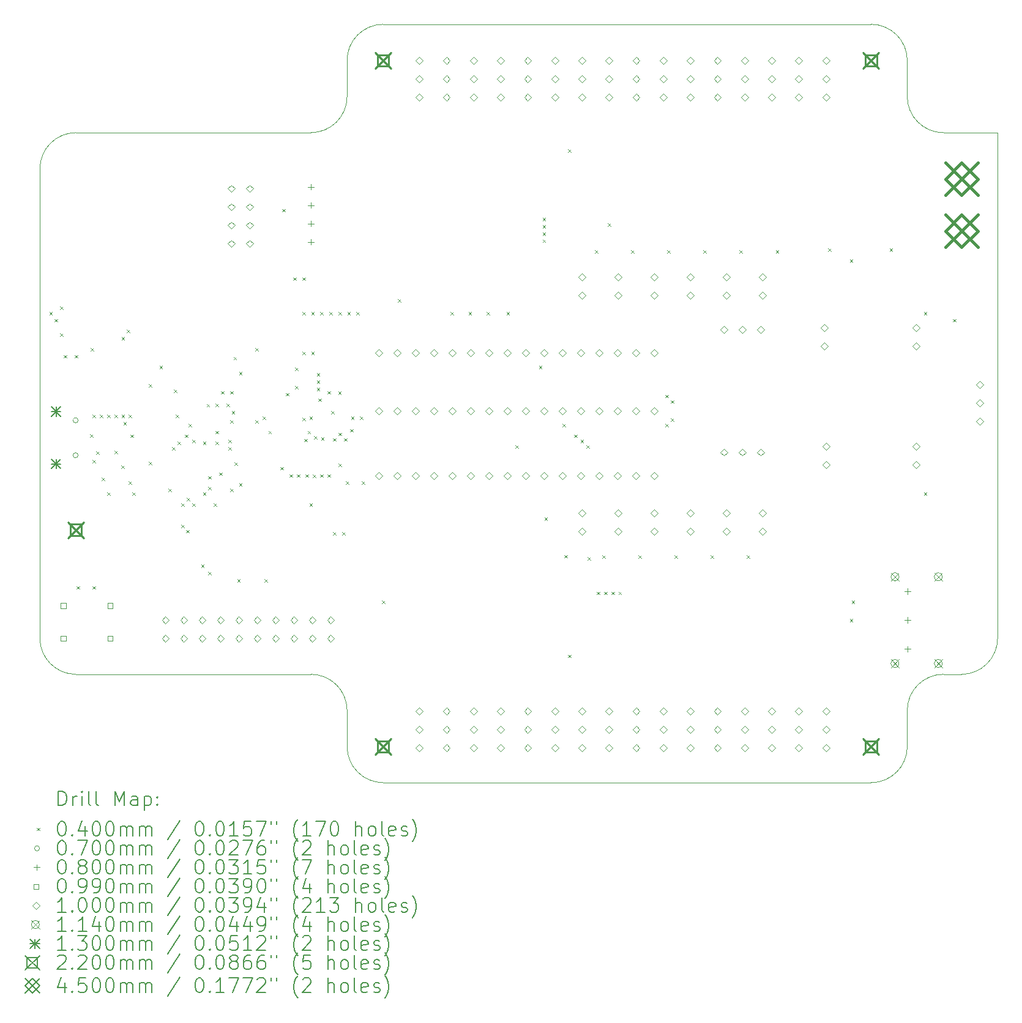
<source format=gbr>
%TF.GenerationSoftware,KiCad,Pcbnew,7.0.5*%
%TF.CreationDate,2023-11-30T10:21:07+10:00*%
%TF.ProjectId,HEXCORE PCB Design v0,48455843-4f52-4452-9050-434220446573,rev?*%
%TF.SameCoordinates,Original*%
%TF.FileFunction,Drillmap*%
%TF.FilePolarity,Positive*%
%FSLAX45Y45*%
G04 Gerber Fmt 4.5, Leading zero omitted, Abs format (unit mm)*
G04 Created by KiCad (PCBNEW 7.0.5) date 2023-11-30 10:21:07*
%MOMM*%
%LPD*%
G01*
G04 APERTURE LIST*
%ADD10C,0.100000*%
%ADD11C,0.200000*%
%ADD12C,0.040000*%
%ADD13C,0.070000*%
%ADD14C,0.080000*%
%ADD15C,0.099000*%
%ADD16C,0.114000*%
%ADD17C,0.130000*%
%ADD18C,0.220000*%
%ADD19C,0.450000*%
G04 APERTURE END LIST*
D10*
X15250000Y-11250000D02*
G75*
G03*
X15750000Y-10750000I0J500000D01*
G01*
X15750000Y-10750000D02*
X15750000Y-3750000D01*
X2500000Y-4250000D02*
X2500000Y-10750000D01*
X6750000Y-11750000D02*
X6750000Y-12250000D01*
X6750000Y-11750000D02*
G75*
G03*
X6250000Y-11250000I-500000J0D01*
G01*
X6750000Y-2750000D02*
X6750000Y-3250000D01*
X14000000Y-2250000D02*
X7250000Y-2250000D01*
X2500000Y-10750000D02*
G75*
G03*
X3000000Y-11250000I500000J0D01*
G01*
X3000000Y-3750000D02*
G75*
G03*
X2500000Y-4250000I0J-500000D01*
G01*
X14000000Y-12750000D02*
G75*
G03*
X14500000Y-12250000I0J500000D01*
G01*
X15000000Y-11250000D02*
X15250000Y-11250000D01*
X14500000Y-2750000D02*
G75*
G03*
X14000000Y-2250000I-500000J0D01*
G01*
X15000000Y-11250000D02*
G75*
G03*
X14500000Y-11750000I0J-500000D01*
G01*
X6250000Y-3750000D02*
G75*
G03*
X6750000Y-3250000I0J500000D01*
G01*
X3000000Y-11250000D02*
X6250000Y-11250000D01*
X14500000Y-3250000D02*
X14500000Y-2750000D01*
X15750000Y-3750000D02*
X15000000Y-3750000D01*
X7250000Y-2250000D02*
G75*
G03*
X6750000Y-2750000I0J-500000D01*
G01*
X7250000Y-12750000D02*
X14000000Y-12750000D01*
X6750000Y-12250000D02*
G75*
G03*
X7250000Y-12750000I500000J0D01*
G01*
X14500000Y-3250000D02*
G75*
G03*
X15000000Y-3750000I500000J0D01*
G01*
X14500000Y-12250000D02*
X14500000Y-11750000D01*
X6250000Y-3750000D02*
X3000000Y-3750000D01*
D11*
D12*
X2630000Y-6230000D02*
X2670000Y-6270000D01*
X2670000Y-6230000D02*
X2630000Y-6270000D01*
X2704950Y-6330000D02*
X2744950Y-6370000D01*
X2744950Y-6330000D02*
X2704950Y-6370000D01*
X2780000Y-6155050D02*
X2820000Y-6195050D01*
X2820000Y-6155050D02*
X2780000Y-6195050D01*
X2780000Y-6530000D02*
X2820000Y-6570000D01*
X2820000Y-6530000D02*
X2780000Y-6570000D01*
X2830000Y-6830000D02*
X2870000Y-6870000D01*
X2870000Y-6830000D02*
X2830000Y-6870000D01*
X2980000Y-6830000D02*
X3020000Y-6870000D01*
X3020000Y-6830000D02*
X2980000Y-6870000D01*
X3005000Y-10030000D02*
X3045000Y-10070000D01*
X3045000Y-10030000D02*
X3005000Y-10070000D01*
X3191374Y-7922879D02*
X3231374Y-7962879D01*
X3231374Y-7922879D02*
X3191374Y-7962879D01*
X3205000Y-6730000D02*
X3245000Y-6770000D01*
X3245000Y-6730000D02*
X3205000Y-6770000D01*
X3230000Y-7655000D02*
X3270000Y-7695000D01*
X3270000Y-7655000D02*
X3230000Y-7695000D01*
X3230000Y-8280000D02*
X3270000Y-8320000D01*
X3270000Y-8280000D02*
X3230000Y-8320000D01*
X3230000Y-10030000D02*
X3270000Y-10070000D01*
X3270000Y-10030000D02*
X3230000Y-10070000D01*
X3280000Y-8164550D02*
X3320000Y-8204550D01*
X3320000Y-8164550D02*
X3280000Y-8204550D01*
X3330000Y-7655000D02*
X3370000Y-7695000D01*
X3370000Y-7655000D02*
X3330000Y-7695000D01*
X3355000Y-8530000D02*
X3395000Y-8570000D01*
X3395000Y-8530000D02*
X3355000Y-8570000D01*
X3430000Y-7655000D02*
X3470000Y-7695000D01*
X3470000Y-7655000D02*
X3430000Y-7695000D01*
X3430000Y-8730000D02*
X3470000Y-8770000D01*
X3470000Y-8730000D02*
X3430000Y-8770000D01*
X3530000Y-7655000D02*
X3570000Y-7695000D01*
X3570000Y-7655000D02*
X3530000Y-7695000D01*
X3530000Y-8155000D02*
X3570000Y-8195000D01*
X3570000Y-8155000D02*
X3530000Y-8195000D01*
X3627002Y-8357998D02*
X3667002Y-8397998D01*
X3667002Y-8357998D02*
X3627002Y-8397998D01*
X3630000Y-6580000D02*
X3670000Y-6620000D01*
X3670000Y-6580000D02*
X3630000Y-6620000D01*
X3630000Y-7655000D02*
X3670000Y-7695000D01*
X3670000Y-7655000D02*
X3630000Y-7695000D01*
X3655000Y-7755000D02*
X3695000Y-7795000D01*
X3695000Y-7755000D02*
X3655000Y-7795000D01*
X3705000Y-6480000D02*
X3745000Y-6520000D01*
X3745000Y-6480000D02*
X3705000Y-6520000D01*
X3730000Y-7655000D02*
X3770000Y-7695000D01*
X3770000Y-7655000D02*
X3730000Y-7695000D01*
X3730000Y-8580000D02*
X3770000Y-8620000D01*
X3770000Y-8580000D02*
X3730000Y-8620000D01*
X3755000Y-7930000D02*
X3795000Y-7970000D01*
X3795000Y-7930000D02*
X3755000Y-7970000D01*
X3777002Y-8732998D02*
X3817002Y-8772998D01*
X3817002Y-8732998D02*
X3777002Y-8772998D01*
X4005000Y-7230000D02*
X4045000Y-7270000D01*
X4045000Y-7230000D02*
X4005000Y-7270000D01*
X4005000Y-8305000D02*
X4045000Y-8345000D01*
X4045000Y-8305000D02*
X4005000Y-8345000D01*
X4155000Y-6980000D02*
X4195000Y-7020000D01*
X4195000Y-6980000D02*
X4155000Y-7020000D01*
X4280000Y-8680000D02*
X4320000Y-8720000D01*
X4320000Y-8680000D02*
X4280000Y-8720000D01*
X4330000Y-8105000D02*
X4370000Y-8145000D01*
X4370000Y-8105000D02*
X4330000Y-8145000D01*
X4355000Y-7305000D02*
X4395000Y-7345000D01*
X4395000Y-7305000D02*
X4355000Y-7345000D01*
X4380000Y-7655000D02*
X4420000Y-7695000D01*
X4420000Y-7655000D02*
X4380000Y-7695000D01*
X4405000Y-8030000D02*
X4445000Y-8070000D01*
X4445000Y-8030000D02*
X4405000Y-8070000D01*
X4455000Y-8880000D02*
X4495000Y-8920000D01*
X4495000Y-8880000D02*
X4455000Y-8920000D01*
X4455000Y-9179950D02*
X4495000Y-9219950D01*
X4495000Y-9179950D02*
X4455000Y-9219950D01*
X4505000Y-7929950D02*
X4545000Y-7969950D01*
X4545000Y-7929950D02*
X4505000Y-7969950D01*
X4525640Y-9250661D02*
X4565640Y-9290661D01*
X4565640Y-9250661D02*
X4525640Y-9290661D01*
X4530000Y-8805000D02*
X4570000Y-8845000D01*
X4570000Y-8805000D02*
X4530000Y-8845000D01*
X4557804Y-7779950D02*
X4597804Y-7819950D01*
X4597804Y-7779950D02*
X4557804Y-7819950D01*
X4605000Y-8005000D02*
X4645000Y-8045000D01*
X4645000Y-8005000D02*
X4605000Y-8045000D01*
X4605000Y-8880000D02*
X4645000Y-8920000D01*
X4645000Y-8880000D02*
X4605000Y-8920000D01*
X4730000Y-9730000D02*
X4770000Y-9770000D01*
X4770000Y-9730000D02*
X4730000Y-9770000D01*
X4754950Y-8730050D02*
X4794950Y-8770050D01*
X4794950Y-8730050D02*
X4754950Y-8770050D01*
X4755000Y-8030000D02*
X4795000Y-8070000D01*
X4795000Y-8030000D02*
X4755000Y-8070000D01*
X4807804Y-7507803D02*
X4847804Y-7547803D01*
X4847804Y-7507803D02*
X4807804Y-7547803D01*
X4830000Y-8505000D02*
X4870000Y-8545000D01*
X4870000Y-8505000D02*
X4830000Y-8545000D01*
X4830000Y-8655100D02*
X4870000Y-8695100D01*
X4870000Y-8655100D02*
X4830000Y-8695100D01*
X4830000Y-9830000D02*
X4870000Y-9870000D01*
X4870000Y-9830000D02*
X4830000Y-9870000D01*
X4905000Y-8880050D02*
X4945000Y-8920050D01*
X4945000Y-8880050D02*
X4905000Y-8920050D01*
X4930000Y-7505000D02*
X4970000Y-7545000D01*
X4970000Y-7505000D02*
X4930000Y-7545000D01*
X4930000Y-7880000D02*
X4970000Y-7920000D01*
X4970000Y-7880000D02*
X4930000Y-7920000D01*
X4930000Y-8030000D02*
X4970000Y-8070000D01*
X4970000Y-8030000D02*
X4930000Y-8070000D01*
X4980050Y-8454950D02*
X5020050Y-8494950D01*
X5020050Y-8454950D02*
X4980050Y-8494950D01*
X5005000Y-7330000D02*
X5045000Y-7370000D01*
X5045000Y-7330000D02*
X5005000Y-7370000D01*
X5080000Y-7505000D02*
X5120000Y-7545000D01*
X5120000Y-7505000D02*
X5080000Y-7545000D01*
X5105000Y-8105000D02*
X5145000Y-8145000D01*
X5145000Y-8105000D02*
X5105000Y-8145000D01*
X5107998Y-8002002D02*
X5147998Y-8042002D01*
X5147998Y-8002002D02*
X5107998Y-8042002D01*
X5130000Y-7330000D02*
X5170000Y-7370000D01*
X5170000Y-7330000D02*
X5130000Y-7370000D01*
X5130000Y-7730000D02*
X5170000Y-7770000D01*
X5170000Y-7730000D02*
X5130000Y-7770000D01*
X5130000Y-8680000D02*
X5170000Y-8720000D01*
X5170000Y-8680000D02*
X5130000Y-8720000D01*
X5155000Y-7605000D02*
X5195000Y-7645000D01*
X5195000Y-7605000D02*
X5155000Y-7645000D01*
X5180000Y-6855000D02*
X5220000Y-6895000D01*
X5220000Y-6855000D02*
X5180000Y-6895000D01*
X5194931Y-8315069D02*
X5234931Y-8355069D01*
X5234931Y-8315069D02*
X5194931Y-8355069D01*
X5230000Y-9930000D02*
X5270000Y-9970000D01*
X5270000Y-9930000D02*
X5230000Y-9970000D01*
X5255000Y-8605000D02*
X5295000Y-8645000D01*
X5295000Y-8605000D02*
X5255000Y-8645000D01*
X5255050Y-7060628D02*
X5295050Y-7100628D01*
X5295050Y-7060628D02*
X5255050Y-7100628D01*
X5479841Y-6729841D02*
X5519841Y-6769841D01*
X5519841Y-6729841D02*
X5479841Y-6769841D01*
X5480000Y-7729950D02*
X5520000Y-7769950D01*
X5520000Y-7729950D02*
X5480000Y-7769950D01*
X5578743Y-7680082D02*
X5618743Y-7720082D01*
X5618743Y-7680082D02*
X5578743Y-7720082D01*
X5605000Y-9930000D02*
X5645000Y-9970000D01*
X5645000Y-9930000D02*
X5605000Y-9970000D01*
X5660847Y-7880198D02*
X5700847Y-7920198D01*
X5700847Y-7880198D02*
X5660847Y-7920198D01*
X5830000Y-8380000D02*
X5870000Y-8420000D01*
X5870000Y-8380000D02*
X5830000Y-8420000D01*
X5855000Y-4805000D02*
X5895000Y-4845000D01*
X5895000Y-4805000D02*
X5855000Y-4845000D01*
X5905000Y-7355000D02*
X5945000Y-7395000D01*
X5945000Y-7355000D02*
X5905000Y-7395000D01*
X5955000Y-8480000D02*
X5995000Y-8520000D01*
X5995000Y-8480000D02*
X5955000Y-8520000D01*
X6005000Y-5755000D02*
X6045000Y-5795000D01*
X6045000Y-5755000D02*
X6005000Y-5795000D01*
X6030000Y-7005000D02*
X6070000Y-7045000D01*
X6070000Y-7005000D02*
X6030000Y-7045000D01*
X6030000Y-7255000D02*
X6070000Y-7295000D01*
X6070000Y-7255000D02*
X6030000Y-7295000D01*
X6055000Y-8480000D02*
X6095000Y-8520000D01*
X6095000Y-8480000D02*
X6055000Y-8520000D01*
X6130000Y-5755050D02*
X6170000Y-5795050D01*
X6170000Y-5755050D02*
X6130000Y-5795050D01*
X6130000Y-6230000D02*
X6170000Y-6270000D01*
X6170000Y-6230000D02*
X6130000Y-6270000D01*
X6130000Y-6784950D02*
X6170000Y-6824950D01*
X6170000Y-6784950D02*
X6130000Y-6824950D01*
X6130000Y-7695700D02*
X6170000Y-7735700D01*
X6170000Y-7695700D02*
X6130000Y-7735700D01*
X6159178Y-7989128D02*
X6199178Y-8029128D01*
X6199178Y-7989128D02*
X6159178Y-8029128D01*
X6177100Y-8479910D02*
X6217100Y-8519910D01*
X6217100Y-8479910D02*
X6177100Y-8519910D01*
X6205000Y-7880000D02*
X6245000Y-7920000D01*
X6245000Y-7880000D02*
X6205000Y-7920000D01*
X6230000Y-7679950D02*
X6270000Y-7719950D01*
X6270000Y-7679950D02*
X6230000Y-7719950D01*
X6230000Y-8880000D02*
X6270000Y-8920000D01*
X6270000Y-8880000D02*
X6230000Y-8920000D01*
X6255000Y-6230000D02*
X6295000Y-6270000D01*
X6295000Y-6230000D02*
X6255000Y-6270000D01*
X6255000Y-6784950D02*
X6295000Y-6824950D01*
X6295000Y-6784950D02*
X6255000Y-6824950D01*
X6277002Y-8482998D02*
X6317002Y-8522998D01*
X6317002Y-8482998D02*
X6277002Y-8522998D01*
X6291192Y-7952468D02*
X6331192Y-7992468D01*
X6331192Y-7952468D02*
X6291192Y-7992468D01*
X6329950Y-7080000D02*
X6369950Y-7120000D01*
X6369950Y-7080000D02*
X6329950Y-7120000D01*
X6330000Y-7180000D02*
X6370000Y-7220000D01*
X6370000Y-7180000D02*
X6330000Y-7220000D01*
X6330000Y-7280000D02*
X6370000Y-7320000D01*
X6370000Y-7280000D02*
X6330000Y-7320000D01*
X6355000Y-7430050D02*
X6395000Y-7470050D01*
X6395000Y-7430050D02*
X6355000Y-7470050D01*
X6380000Y-6230000D02*
X6420000Y-6270000D01*
X6420000Y-6230000D02*
X6380000Y-6270000D01*
X6380000Y-8480000D02*
X6420000Y-8520000D01*
X6420000Y-8480000D02*
X6380000Y-8520000D01*
X6389502Y-7970498D02*
X6429502Y-8010498D01*
X6429502Y-7970498D02*
X6389502Y-8010498D01*
X6480000Y-7330000D02*
X6520000Y-7370000D01*
X6520000Y-7330000D02*
X6480000Y-7370000D01*
X6480000Y-8480000D02*
X6520000Y-8520000D01*
X6520000Y-8480000D02*
X6480000Y-8520000D01*
X6505000Y-6230000D02*
X6545000Y-6270000D01*
X6545000Y-6230000D02*
X6505000Y-6270000D01*
X6530000Y-7605000D02*
X6570000Y-7645000D01*
X6570000Y-7605000D02*
X6530000Y-7645000D01*
X6555000Y-7980000D02*
X6595000Y-8020000D01*
X6595000Y-7980000D02*
X6555000Y-8020000D01*
X6555000Y-9280000D02*
X6595000Y-9320000D01*
X6595000Y-9280000D02*
X6555000Y-9320000D01*
X6627002Y-7332998D02*
X6667002Y-7372998D01*
X6667002Y-7332998D02*
X6627002Y-7372998D01*
X6630000Y-6230000D02*
X6670000Y-6270000D01*
X6670000Y-6230000D02*
X6630000Y-6270000D01*
X6630000Y-7905000D02*
X6670000Y-7945000D01*
X6670000Y-7905000D02*
X6630000Y-7945000D01*
X6630000Y-8330000D02*
X6670000Y-8370000D01*
X6670000Y-8330000D02*
X6630000Y-8370000D01*
X6680000Y-9280000D02*
X6720000Y-9320000D01*
X6720000Y-9280000D02*
X6680000Y-9320000D01*
X6705000Y-7980050D02*
X6745000Y-8020050D01*
X6745000Y-7980050D02*
X6705000Y-8020050D01*
X6730000Y-8580050D02*
X6770000Y-8620050D01*
X6770000Y-8580050D02*
X6730000Y-8620050D01*
X6755000Y-6230000D02*
X6795000Y-6270000D01*
X6795000Y-6230000D02*
X6755000Y-6270000D01*
X6791923Y-7854912D02*
X6831923Y-7894912D01*
X6831923Y-7854912D02*
X6791923Y-7894912D01*
X6805000Y-7680000D02*
X6845000Y-7720000D01*
X6845000Y-7680000D02*
X6805000Y-7720000D01*
X6880000Y-6230000D02*
X6920000Y-6270000D01*
X6920000Y-6230000D02*
X6880000Y-6270000D01*
X6930000Y-7680000D02*
X6970000Y-7720000D01*
X6970000Y-7680000D02*
X6930000Y-7720000D01*
X6955000Y-8580000D02*
X6995000Y-8620000D01*
X6995000Y-8580000D02*
X6955000Y-8620000D01*
X7230000Y-10230000D02*
X7270000Y-10270000D01*
X7270000Y-10230000D02*
X7230000Y-10270000D01*
X7455000Y-6055000D02*
X7495000Y-6095000D01*
X7495000Y-6055000D02*
X7455000Y-6095000D01*
X8180000Y-6230000D02*
X8220000Y-6270000D01*
X8220000Y-6230000D02*
X8180000Y-6270000D01*
X8430000Y-6230000D02*
X8470000Y-6270000D01*
X8470000Y-6230000D02*
X8430000Y-6270000D01*
X8680000Y-6230000D02*
X8720000Y-6270000D01*
X8720000Y-6230000D02*
X8680000Y-6270000D01*
X8955000Y-6230000D02*
X8995000Y-6270000D01*
X8995000Y-6230000D02*
X8955000Y-6270000D01*
X9080000Y-8080000D02*
X9120000Y-8120000D01*
X9120000Y-8080000D02*
X9080000Y-8120000D01*
X9404477Y-6979527D02*
X9444477Y-7019527D01*
X9444477Y-6979527D02*
X9404477Y-7019527D01*
X9455000Y-4930000D02*
X9495000Y-4970000D01*
X9495000Y-4930000D02*
X9455000Y-4970000D01*
X9455000Y-5030000D02*
X9495000Y-5070000D01*
X9495000Y-5030000D02*
X9455000Y-5070000D01*
X9455000Y-5130000D02*
X9495000Y-5170000D01*
X9495000Y-5130000D02*
X9455000Y-5170000D01*
X9455000Y-5230000D02*
X9495000Y-5270000D01*
X9495000Y-5230000D02*
X9455000Y-5270000D01*
X9480000Y-9080000D02*
X9520000Y-9120000D01*
X9520000Y-9080000D02*
X9480000Y-9120000D01*
X9730000Y-7780000D02*
X9770000Y-7820000D01*
X9770000Y-7780000D02*
X9730000Y-7820000D01*
X9755050Y-9597391D02*
X9795050Y-9637391D01*
X9795050Y-9597391D02*
X9755050Y-9637391D01*
X9807998Y-3982998D02*
X9847998Y-4022998D01*
X9847998Y-3982998D02*
X9807998Y-4022998D01*
X9807998Y-10977002D02*
X9847998Y-11017002D01*
X9847998Y-10977002D02*
X9807998Y-11017002D01*
X9888164Y-7929950D02*
X9928164Y-7969950D01*
X9928164Y-7929950D02*
X9888164Y-7969950D01*
X9980000Y-8005000D02*
X10020000Y-8045000D01*
X10020000Y-8005000D02*
X9980000Y-8045000D01*
X10063164Y-8079950D02*
X10103164Y-8119950D01*
X10103164Y-8079950D02*
X10063164Y-8119950D01*
X10080000Y-9630050D02*
X10120000Y-9670050D01*
X10120000Y-9630050D02*
X10080000Y-9670050D01*
X10180000Y-5380000D02*
X10220000Y-5420000D01*
X10220000Y-5380000D02*
X10180000Y-5420000D01*
X10205000Y-10105000D02*
X10245000Y-10145000D01*
X10245000Y-10105000D02*
X10205000Y-10145000D01*
X10280000Y-9605000D02*
X10320000Y-9645000D01*
X10320000Y-9605000D02*
X10280000Y-9645000D01*
X10305000Y-10105000D02*
X10345000Y-10145000D01*
X10345000Y-10105000D02*
X10305000Y-10145000D01*
X10355853Y-5004147D02*
X10395853Y-5044147D01*
X10395853Y-5004147D02*
X10355853Y-5044147D01*
X10405000Y-10105000D02*
X10445000Y-10145000D01*
X10445000Y-10105000D02*
X10405000Y-10145000D01*
X10504950Y-10105000D02*
X10544950Y-10145000D01*
X10544950Y-10105000D02*
X10504950Y-10145000D01*
X10680000Y-5380000D02*
X10720000Y-5420000D01*
X10720000Y-5380000D02*
X10680000Y-5420000D01*
X10780000Y-9605000D02*
X10820000Y-9645000D01*
X10820000Y-9605000D02*
X10780000Y-9645000D01*
X11155000Y-7380000D02*
X11195000Y-7420000D01*
X11195000Y-7380000D02*
X11155000Y-7420000D01*
X11155000Y-7780000D02*
X11195000Y-7820000D01*
X11195000Y-7780000D02*
X11155000Y-7820000D01*
X11180000Y-5380000D02*
X11220000Y-5420000D01*
X11220000Y-5380000D02*
X11180000Y-5420000D01*
X11230000Y-7455000D02*
X11270000Y-7495000D01*
X11270000Y-7455000D02*
X11230000Y-7495000D01*
X11230000Y-7705000D02*
X11270000Y-7745000D01*
X11270000Y-7705000D02*
X11230000Y-7745000D01*
X11280000Y-9605000D02*
X11320000Y-9645000D01*
X11320000Y-9605000D02*
X11280000Y-9645000D01*
X11680000Y-5380000D02*
X11720000Y-5420000D01*
X11720000Y-5380000D02*
X11680000Y-5420000D01*
X11780000Y-9605000D02*
X11820000Y-9645000D01*
X11820000Y-9605000D02*
X11780000Y-9645000D01*
X12180000Y-5380000D02*
X12220000Y-5420000D01*
X12220000Y-5380000D02*
X12180000Y-5420000D01*
X12280000Y-9605000D02*
X12320000Y-9645000D01*
X12320000Y-9605000D02*
X12280000Y-9645000D01*
X12680000Y-5380000D02*
X12720000Y-5420000D01*
X12720000Y-5380000D02*
X12680000Y-5420000D01*
X13405000Y-5355000D02*
X13445000Y-5395000D01*
X13445000Y-5355000D02*
X13405000Y-5395000D01*
X13705000Y-5505000D02*
X13745000Y-5545000D01*
X13745000Y-5505000D02*
X13705000Y-5545000D01*
X13705000Y-10480000D02*
X13745000Y-10520000D01*
X13745000Y-10480000D02*
X13705000Y-10520000D01*
X13730000Y-10230000D02*
X13770000Y-10270000D01*
X13770000Y-10230000D02*
X13730000Y-10270000D01*
X14255000Y-5355000D02*
X14295000Y-5395000D01*
X14295000Y-5355000D02*
X14255000Y-5395000D01*
X14730000Y-6230000D02*
X14770000Y-6270000D01*
X14770000Y-6230000D02*
X14730000Y-6270000D01*
X14730000Y-8730000D02*
X14770000Y-8770000D01*
X14770000Y-8730000D02*
X14730000Y-8770000D01*
X15130000Y-6330000D02*
X15170000Y-6370000D01*
X15170000Y-6330000D02*
X15130000Y-6370000D01*
D13*
X3028000Y-7732500D02*
G75*
G03*
X3028000Y-7732500I-35000J0D01*
G01*
X3028000Y-8217500D02*
G75*
G03*
X3028000Y-8217500I-35000J0D01*
G01*
D14*
X6250000Y-4460000D02*
X6250000Y-4540000D01*
X6210000Y-4500000D02*
X6290000Y-4500000D01*
X6250000Y-4714000D02*
X6250000Y-4794000D01*
X6210000Y-4754000D02*
X6290000Y-4754000D01*
X6250000Y-4968000D02*
X6250000Y-5048000D01*
X6210000Y-5008000D02*
X6290000Y-5008000D01*
X6250000Y-5222000D02*
X6250000Y-5302000D01*
X6210000Y-5262000D02*
X6290000Y-5262000D01*
X14505250Y-10060000D02*
X14505250Y-10140000D01*
X14465250Y-10100000D02*
X14545250Y-10100000D01*
X14505250Y-10460000D02*
X14505250Y-10540000D01*
X14465250Y-10500000D02*
X14545250Y-10500000D01*
X14505250Y-10860000D02*
X14505250Y-10940000D01*
X14465250Y-10900000D02*
X14545250Y-10900000D01*
D15*
X2860002Y-10335002D02*
X2860002Y-10264998D01*
X2789998Y-10264998D01*
X2789998Y-10335002D01*
X2860002Y-10335002D01*
X2860002Y-10785002D02*
X2860002Y-10714998D01*
X2789998Y-10714998D01*
X2789998Y-10785002D01*
X2860002Y-10785002D01*
X3510002Y-10335002D02*
X3510002Y-10264998D01*
X3439998Y-10264998D01*
X3439998Y-10335002D01*
X3510002Y-10335002D01*
X3510002Y-10785002D02*
X3510002Y-10714998D01*
X3439998Y-10714998D01*
X3439998Y-10785002D01*
X3510002Y-10785002D01*
D10*
X4238000Y-10550000D02*
X4288000Y-10500000D01*
X4238000Y-10450000D01*
X4188000Y-10500000D01*
X4238000Y-10550000D01*
X4238000Y-10804000D02*
X4288000Y-10754000D01*
X4238000Y-10704000D01*
X4188000Y-10754000D01*
X4238000Y-10804000D01*
X4492000Y-10550000D02*
X4542000Y-10500000D01*
X4492000Y-10450000D01*
X4442000Y-10500000D01*
X4492000Y-10550000D01*
X4492000Y-10804000D02*
X4542000Y-10754000D01*
X4492000Y-10704000D01*
X4442000Y-10754000D01*
X4492000Y-10804000D01*
X4746000Y-10550000D02*
X4796000Y-10500000D01*
X4746000Y-10450000D01*
X4696000Y-10500000D01*
X4746000Y-10550000D01*
X4746000Y-10804000D02*
X4796000Y-10754000D01*
X4746000Y-10704000D01*
X4696000Y-10754000D01*
X4746000Y-10804000D01*
X5000000Y-10550000D02*
X5050000Y-10500000D01*
X5000000Y-10450000D01*
X4950000Y-10500000D01*
X5000000Y-10550000D01*
X5000000Y-10804000D02*
X5050000Y-10754000D01*
X5000000Y-10704000D01*
X4950000Y-10754000D01*
X5000000Y-10804000D01*
X5146000Y-4575000D02*
X5196000Y-4525000D01*
X5146000Y-4475000D01*
X5096000Y-4525000D01*
X5146000Y-4575000D01*
X5146000Y-4829000D02*
X5196000Y-4779000D01*
X5146000Y-4729000D01*
X5096000Y-4779000D01*
X5146000Y-4829000D01*
X5146000Y-5083000D02*
X5196000Y-5033000D01*
X5146000Y-4983000D01*
X5096000Y-5033000D01*
X5146000Y-5083000D01*
X5146000Y-5337000D02*
X5196000Y-5287000D01*
X5146000Y-5237000D01*
X5096000Y-5287000D01*
X5146000Y-5337000D01*
X5254000Y-10550000D02*
X5304000Y-10500000D01*
X5254000Y-10450000D01*
X5204000Y-10500000D01*
X5254000Y-10550000D01*
X5254000Y-10804000D02*
X5304000Y-10754000D01*
X5254000Y-10704000D01*
X5204000Y-10754000D01*
X5254000Y-10804000D01*
X5400000Y-4575000D02*
X5450000Y-4525000D01*
X5400000Y-4475000D01*
X5350000Y-4525000D01*
X5400000Y-4575000D01*
X5400000Y-4829000D02*
X5450000Y-4779000D01*
X5400000Y-4729000D01*
X5350000Y-4779000D01*
X5400000Y-4829000D01*
X5400000Y-5083000D02*
X5450000Y-5033000D01*
X5400000Y-4983000D01*
X5350000Y-5033000D01*
X5400000Y-5083000D01*
X5400000Y-5337000D02*
X5450000Y-5287000D01*
X5400000Y-5237000D01*
X5350000Y-5287000D01*
X5400000Y-5337000D01*
X5508000Y-10550000D02*
X5558000Y-10500000D01*
X5508000Y-10450000D01*
X5458000Y-10500000D01*
X5508000Y-10550000D01*
X5508000Y-10804000D02*
X5558000Y-10754000D01*
X5508000Y-10704000D01*
X5458000Y-10754000D01*
X5508000Y-10804000D01*
X5762000Y-10550000D02*
X5812000Y-10500000D01*
X5762000Y-10450000D01*
X5712000Y-10500000D01*
X5762000Y-10550000D01*
X5762000Y-10804000D02*
X5812000Y-10754000D01*
X5762000Y-10704000D01*
X5712000Y-10754000D01*
X5762000Y-10804000D01*
X6016000Y-10550000D02*
X6066000Y-10500000D01*
X6016000Y-10450000D01*
X5966000Y-10500000D01*
X6016000Y-10550000D01*
X6016000Y-10804000D02*
X6066000Y-10754000D01*
X6016000Y-10704000D01*
X5966000Y-10754000D01*
X6016000Y-10804000D01*
X6270000Y-10550000D02*
X6320000Y-10500000D01*
X6270000Y-10450000D01*
X6220000Y-10500000D01*
X6270000Y-10550000D01*
X6270000Y-10804000D02*
X6320000Y-10754000D01*
X6270000Y-10704000D01*
X6220000Y-10754000D01*
X6270000Y-10804000D01*
X6524000Y-10550000D02*
X6574000Y-10500000D01*
X6524000Y-10450000D01*
X6474000Y-10500000D01*
X6524000Y-10550000D01*
X6524000Y-10804000D02*
X6574000Y-10754000D01*
X6524000Y-10704000D01*
X6474000Y-10754000D01*
X6524000Y-10804000D01*
X7190000Y-6850000D02*
X7240000Y-6800000D01*
X7190000Y-6750000D01*
X7140000Y-6800000D01*
X7190000Y-6850000D01*
X7190000Y-7650000D02*
X7240000Y-7600000D01*
X7190000Y-7550000D01*
X7140000Y-7600000D01*
X7190000Y-7650000D01*
X7190000Y-8550000D02*
X7240000Y-8500000D01*
X7190000Y-8450000D01*
X7140000Y-8500000D01*
X7190000Y-8550000D01*
X7444000Y-6850000D02*
X7494000Y-6800000D01*
X7444000Y-6750000D01*
X7394000Y-6800000D01*
X7444000Y-6850000D01*
X7444000Y-7650000D02*
X7494000Y-7600000D01*
X7444000Y-7550000D01*
X7394000Y-7600000D01*
X7444000Y-7650000D01*
X7444000Y-8550000D02*
X7494000Y-8500000D01*
X7444000Y-8450000D01*
X7394000Y-8500000D01*
X7444000Y-8550000D01*
X7698000Y-6850000D02*
X7748000Y-6800000D01*
X7698000Y-6750000D01*
X7648000Y-6800000D01*
X7698000Y-6850000D01*
X7698000Y-7650000D02*
X7748000Y-7600000D01*
X7698000Y-7550000D01*
X7648000Y-7600000D01*
X7698000Y-7650000D01*
X7698000Y-8550000D02*
X7748000Y-8500000D01*
X7698000Y-8450000D01*
X7648000Y-8500000D01*
X7698000Y-8550000D01*
X7750000Y-2800000D02*
X7800000Y-2750000D01*
X7750000Y-2700000D01*
X7700000Y-2750000D01*
X7750000Y-2800000D01*
X7750000Y-3054000D02*
X7800000Y-3004000D01*
X7750000Y-2954000D01*
X7700000Y-3004000D01*
X7750000Y-3054000D01*
X7750000Y-3308000D02*
X7800000Y-3258000D01*
X7750000Y-3208000D01*
X7700000Y-3258000D01*
X7750000Y-3308000D01*
X7750000Y-11808000D02*
X7800000Y-11758000D01*
X7750000Y-11708000D01*
X7700000Y-11758000D01*
X7750000Y-11808000D01*
X7750000Y-12062000D02*
X7800000Y-12012000D01*
X7750000Y-11962000D01*
X7700000Y-12012000D01*
X7750000Y-12062000D01*
X7750000Y-12316000D02*
X7800000Y-12266000D01*
X7750000Y-12216000D01*
X7700000Y-12266000D01*
X7750000Y-12316000D01*
X7952000Y-6850000D02*
X8002000Y-6800000D01*
X7952000Y-6750000D01*
X7902000Y-6800000D01*
X7952000Y-6850000D01*
X7952000Y-7650000D02*
X8002000Y-7600000D01*
X7952000Y-7550000D01*
X7902000Y-7600000D01*
X7952000Y-7650000D01*
X7952000Y-8550000D02*
X8002000Y-8500000D01*
X7952000Y-8450000D01*
X7902000Y-8500000D01*
X7952000Y-8550000D01*
X8125000Y-2800000D02*
X8175000Y-2750000D01*
X8125000Y-2700000D01*
X8075000Y-2750000D01*
X8125000Y-2800000D01*
X8125000Y-3054000D02*
X8175000Y-3004000D01*
X8125000Y-2954000D01*
X8075000Y-3004000D01*
X8125000Y-3054000D01*
X8125000Y-3308000D02*
X8175000Y-3258000D01*
X8125000Y-3208000D01*
X8075000Y-3258000D01*
X8125000Y-3308000D01*
X8125000Y-11808000D02*
X8175000Y-11758000D01*
X8125000Y-11708000D01*
X8075000Y-11758000D01*
X8125000Y-11808000D01*
X8125000Y-12062000D02*
X8175000Y-12012000D01*
X8125000Y-11962000D01*
X8075000Y-12012000D01*
X8125000Y-12062000D01*
X8125000Y-12316000D02*
X8175000Y-12266000D01*
X8125000Y-12216000D01*
X8075000Y-12266000D01*
X8125000Y-12316000D01*
X8206000Y-6850000D02*
X8256000Y-6800000D01*
X8206000Y-6750000D01*
X8156000Y-6800000D01*
X8206000Y-6850000D01*
X8206000Y-7650000D02*
X8256000Y-7600000D01*
X8206000Y-7550000D01*
X8156000Y-7600000D01*
X8206000Y-7650000D01*
X8206000Y-8550000D02*
X8256000Y-8500000D01*
X8206000Y-8450000D01*
X8156000Y-8500000D01*
X8206000Y-8550000D01*
X8460000Y-6850000D02*
X8510000Y-6800000D01*
X8460000Y-6750000D01*
X8410000Y-6800000D01*
X8460000Y-6850000D01*
X8460000Y-7650000D02*
X8510000Y-7600000D01*
X8460000Y-7550000D01*
X8410000Y-7600000D01*
X8460000Y-7650000D01*
X8460000Y-8550000D02*
X8510000Y-8500000D01*
X8460000Y-8450000D01*
X8410000Y-8500000D01*
X8460000Y-8550000D01*
X8500000Y-2800000D02*
X8550000Y-2750000D01*
X8500000Y-2700000D01*
X8450000Y-2750000D01*
X8500000Y-2800000D01*
X8500000Y-3054000D02*
X8550000Y-3004000D01*
X8500000Y-2954000D01*
X8450000Y-3004000D01*
X8500000Y-3054000D01*
X8500000Y-3308000D02*
X8550000Y-3258000D01*
X8500000Y-3208000D01*
X8450000Y-3258000D01*
X8500000Y-3308000D01*
X8500000Y-11808000D02*
X8550000Y-11758000D01*
X8500000Y-11708000D01*
X8450000Y-11758000D01*
X8500000Y-11808000D01*
X8500000Y-12062000D02*
X8550000Y-12012000D01*
X8500000Y-11962000D01*
X8450000Y-12012000D01*
X8500000Y-12062000D01*
X8500000Y-12316000D02*
X8550000Y-12266000D01*
X8500000Y-12216000D01*
X8450000Y-12266000D01*
X8500000Y-12316000D01*
X8714000Y-6850000D02*
X8764000Y-6800000D01*
X8714000Y-6750000D01*
X8664000Y-6800000D01*
X8714000Y-6850000D01*
X8714000Y-7650000D02*
X8764000Y-7600000D01*
X8714000Y-7550000D01*
X8664000Y-7600000D01*
X8714000Y-7650000D01*
X8714000Y-8550000D02*
X8764000Y-8500000D01*
X8714000Y-8450000D01*
X8664000Y-8500000D01*
X8714000Y-8550000D01*
X8875000Y-2800000D02*
X8925000Y-2750000D01*
X8875000Y-2700000D01*
X8825000Y-2750000D01*
X8875000Y-2800000D01*
X8875000Y-3054000D02*
X8925000Y-3004000D01*
X8875000Y-2954000D01*
X8825000Y-3004000D01*
X8875000Y-3054000D01*
X8875000Y-3308000D02*
X8925000Y-3258000D01*
X8875000Y-3208000D01*
X8825000Y-3258000D01*
X8875000Y-3308000D01*
X8875000Y-11808000D02*
X8925000Y-11758000D01*
X8875000Y-11708000D01*
X8825000Y-11758000D01*
X8875000Y-11808000D01*
X8875000Y-12062000D02*
X8925000Y-12012000D01*
X8875000Y-11962000D01*
X8825000Y-12012000D01*
X8875000Y-12062000D01*
X8875000Y-12316000D02*
X8925000Y-12266000D01*
X8875000Y-12216000D01*
X8825000Y-12266000D01*
X8875000Y-12316000D01*
X8968000Y-6850000D02*
X9018000Y-6800000D01*
X8968000Y-6750000D01*
X8918000Y-6800000D01*
X8968000Y-6850000D01*
X8968000Y-7650000D02*
X9018000Y-7600000D01*
X8968000Y-7550000D01*
X8918000Y-7600000D01*
X8968000Y-7650000D01*
X8968000Y-8550000D02*
X9018000Y-8500000D01*
X8968000Y-8450000D01*
X8918000Y-8500000D01*
X8968000Y-8550000D01*
X9222000Y-6850000D02*
X9272000Y-6800000D01*
X9222000Y-6750000D01*
X9172000Y-6800000D01*
X9222000Y-6850000D01*
X9222000Y-7650000D02*
X9272000Y-7600000D01*
X9222000Y-7550000D01*
X9172000Y-7600000D01*
X9222000Y-7650000D01*
X9222000Y-8550000D02*
X9272000Y-8500000D01*
X9222000Y-8450000D01*
X9172000Y-8500000D01*
X9222000Y-8550000D01*
X9250000Y-2800000D02*
X9300000Y-2750000D01*
X9250000Y-2700000D01*
X9200000Y-2750000D01*
X9250000Y-2800000D01*
X9250000Y-3054000D02*
X9300000Y-3004000D01*
X9250000Y-2954000D01*
X9200000Y-3004000D01*
X9250000Y-3054000D01*
X9250000Y-3308000D02*
X9300000Y-3258000D01*
X9250000Y-3208000D01*
X9200000Y-3258000D01*
X9250000Y-3308000D01*
X9250000Y-11808000D02*
X9300000Y-11758000D01*
X9250000Y-11708000D01*
X9200000Y-11758000D01*
X9250000Y-11808000D01*
X9250000Y-12062000D02*
X9300000Y-12012000D01*
X9250000Y-11962000D01*
X9200000Y-12012000D01*
X9250000Y-12062000D01*
X9250000Y-12316000D02*
X9300000Y-12266000D01*
X9250000Y-12216000D01*
X9200000Y-12266000D01*
X9250000Y-12316000D01*
X9476000Y-6850000D02*
X9526000Y-6800000D01*
X9476000Y-6750000D01*
X9426000Y-6800000D01*
X9476000Y-6850000D01*
X9476000Y-7650000D02*
X9526000Y-7600000D01*
X9476000Y-7550000D01*
X9426000Y-7600000D01*
X9476000Y-7650000D01*
X9476000Y-8550000D02*
X9526000Y-8500000D01*
X9476000Y-8450000D01*
X9426000Y-8500000D01*
X9476000Y-8550000D01*
X9625000Y-2800000D02*
X9675000Y-2750000D01*
X9625000Y-2700000D01*
X9575000Y-2750000D01*
X9625000Y-2800000D01*
X9625000Y-3054000D02*
X9675000Y-3004000D01*
X9625000Y-2954000D01*
X9575000Y-3004000D01*
X9625000Y-3054000D01*
X9625000Y-3308000D02*
X9675000Y-3258000D01*
X9625000Y-3208000D01*
X9575000Y-3258000D01*
X9625000Y-3308000D01*
X9625000Y-11808000D02*
X9675000Y-11758000D01*
X9625000Y-11708000D01*
X9575000Y-11758000D01*
X9625000Y-11808000D01*
X9625000Y-12062000D02*
X9675000Y-12012000D01*
X9625000Y-11962000D01*
X9575000Y-12012000D01*
X9625000Y-12062000D01*
X9625000Y-12316000D02*
X9675000Y-12266000D01*
X9625000Y-12216000D01*
X9575000Y-12266000D01*
X9625000Y-12316000D01*
X9730000Y-6850000D02*
X9780000Y-6800000D01*
X9730000Y-6750000D01*
X9680000Y-6800000D01*
X9730000Y-6850000D01*
X9730000Y-7650000D02*
X9780000Y-7600000D01*
X9730000Y-7550000D01*
X9680000Y-7600000D01*
X9730000Y-7650000D01*
X9730000Y-8550000D02*
X9780000Y-8500000D01*
X9730000Y-8450000D01*
X9680000Y-8500000D01*
X9730000Y-8550000D01*
X9984000Y-6850000D02*
X10034000Y-6800000D01*
X9984000Y-6750000D01*
X9934000Y-6800000D01*
X9984000Y-6850000D01*
X9984000Y-7650000D02*
X10034000Y-7600000D01*
X9984000Y-7550000D01*
X9934000Y-7600000D01*
X9984000Y-7650000D01*
X9984000Y-8550000D02*
X10034000Y-8500000D01*
X9984000Y-8450000D01*
X9934000Y-8500000D01*
X9984000Y-8550000D01*
X10000000Y-2800000D02*
X10050000Y-2750000D01*
X10000000Y-2700000D01*
X9950000Y-2750000D01*
X10000000Y-2800000D01*
X10000000Y-3054000D02*
X10050000Y-3004000D01*
X10000000Y-2954000D01*
X9950000Y-3004000D01*
X10000000Y-3054000D01*
X10000000Y-3308000D02*
X10050000Y-3258000D01*
X10000000Y-3208000D01*
X9950000Y-3258000D01*
X10000000Y-3308000D01*
X10000000Y-5796000D02*
X10050000Y-5746000D01*
X10000000Y-5696000D01*
X9950000Y-5746000D01*
X10000000Y-5796000D01*
X10000000Y-6050000D02*
X10050000Y-6000000D01*
X10000000Y-5950000D01*
X9950000Y-6000000D01*
X10000000Y-6050000D01*
X10000000Y-9066000D02*
X10050000Y-9016000D01*
X10000000Y-8966000D01*
X9950000Y-9016000D01*
X10000000Y-9066000D01*
X10000000Y-9320000D02*
X10050000Y-9270000D01*
X10000000Y-9220000D01*
X9950000Y-9270000D01*
X10000000Y-9320000D01*
X10000000Y-11808000D02*
X10050000Y-11758000D01*
X10000000Y-11708000D01*
X9950000Y-11758000D01*
X10000000Y-11808000D01*
X10000000Y-12062000D02*
X10050000Y-12012000D01*
X10000000Y-11962000D01*
X9950000Y-12012000D01*
X10000000Y-12062000D01*
X10000000Y-12316000D02*
X10050000Y-12266000D01*
X10000000Y-12216000D01*
X9950000Y-12266000D01*
X10000000Y-12316000D01*
X10238000Y-6850000D02*
X10288000Y-6800000D01*
X10238000Y-6750000D01*
X10188000Y-6800000D01*
X10238000Y-6850000D01*
X10238000Y-7650000D02*
X10288000Y-7600000D01*
X10238000Y-7550000D01*
X10188000Y-7600000D01*
X10238000Y-7650000D01*
X10238000Y-8550000D02*
X10288000Y-8500000D01*
X10238000Y-8450000D01*
X10188000Y-8500000D01*
X10238000Y-8550000D01*
X10375000Y-2800000D02*
X10425000Y-2750000D01*
X10375000Y-2700000D01*
X10325000Y-2750000D01*
X10375000Y-2800000D01*
X10375000Y-3054000D02*
X10425000Y-3004000D01*
X10375000Y-2954000D01*
X10325000Y-3004000D01*
X10375000Y-3054000D01*
X10375000Y-3308000D02*
X10425000Y-3258000D01*
X10375000Y-3208000D01*
X10325000Y-3258000D01*
X10375000Y-3308000D01*
X10375000Y-11808000D02*
X10425000Y-11758000D01*
X10375000Y-11708000D01*
X10325000Y-11758000D01*
X10375000Y-11808000D01*
X10375000Y-12062000D02*
X10425000Y-12012000D01*
X10375000Y-11962000D01*
X10325000Y-12012000D01*
X10375000Y-12062000D01*
X10375000Y-12316000D02*
X10425000Y-12266000D01*
X10375000Y-12216000D01*
X10325000Y-12266000D01*
X10375000Y-12316000D01*
X10492000Y-6850000D02*
X10542000Y-6800000D01*
X10492000Y-6750000D01*
X10442000Y-6800000D01*
X10492000Y-6850000D01*
X10492000Y-7650000D02*
X10542000Y-7600000D01*
X10492000Y-7550000D01*
X10442000Y-7600000D01*
X10492000Y-7650000D01*
X10492000Y-8550000D02*
X10542000Y-8500000D01*
X10492000Y-8450000D01*
X10442000Y-8500000D01*
X10492000Y-8550000D01*
X10500000Y-5796000D02*
X10550000Y-5746000D01*
X10500000Y-5696000D01*
X10450000Y-5746000D01*
X10500000Y-5796000D01*
X10500000Y-6050000D02*
X10550000Y-6000000D01*
X10500000Y-5950000D01*
X10450000Y-6000000D01*
X10500000Y-6050000D01*
X10500000Y-9066000D02*
X10550000Y-9016000D01*
X10500000Y-8966000D01*
X10450000Y-9016000D01*
X10500000Y-9066000D01*
X10500000Y-9320000D02*
X10550000Y-9270000D01*
X10500000Y-9220000D01*
X10450000Y-9270000D01*
X10500000Y-9320000D01*
X10746000Y-6850000D02*
X10796000Y-6800000D01*
X10746000Y-6750000D01*
X10696000Y-6800000D01*
X10746000Y-6850000D01*
X10746000Y-7650000D02*
X10796000Y-7600000D01*
X10746000Y-7550000D01*
X10696000Y-7600000D01*
X10746000Y-7650000D01*
X10746000Y-8550000D02*
X10796000Y-8500000D01*
X10746000Y-8450000D01*
X10696000Y-8500000D01*
X10746000Y-8550000D01*
X10750000Y-2800000D02*
X10800000Y-2750000D01*
X10750000Y-2700000D01*
X10700000Y-2750000D01*
X10750000Y-2800000D01*
X10750000Y-3054000D02*
X10800000Y-3004000D01*
X10750000Y-2954000D01*
X10700000Y-3004000D01*
X10750000Y-3054000D01*
X10750000Y-3308000D02*
X10800000Y-3258000D01*
X10750000Y-3208000D01*
X10700000Y-3258000D01*
X10750000Y-3308000D01*
X10750000Y-11808000D02*
X10800000Y-11758000D01*
X10750000Y-11708000D01*
X10700000Y-11758000D01*
X10750000Y-11808000D01*
X10750000Y-12062000D02*
X10800000Y-12012000D01*
X10750000Y-11962000D01*
X10700000Y-12012000D01*
X10750000Y-12062000D01*
X10750000Y-12316000D02*
X10800000Y-12266000D01*
X10750000Y-12216000D01*
X10700000Y-12266000D01*
X10750000Y-12316000D01*
X11000000Y-5796000D02*
X11050000Y-5746000D01*
X11000000Y-5696000D01*
X10950000Y-5746000D01*
X11000000Y-5796000D01*
X11000000Y-6050000D02*
X11050000Y-6000000D01*
X11000000Y-5950000D01*
X10950000Y-6000000D01*
X11000000Y-6050000D01*
X11000000Y-6850000D02*
X11050000Y-6800000D01*
X11000000Y-6750000D01*
X10950000Y-6800000D01*
X11000000Y-6850000D01*
X11000000Y-7650000D02*
X11050000Y-7600000D01*
X11000000Y-7550000D01*
X10950000Y-7600000D01*
X11000000Y-7650000D01*
X11000000Y-8550000D02*
X11050000Y-8500000D01*
X11000000Y-8450000D01*
X10950000Y-8500000D01*
X11000000Y-8550000D01*
X11000000Y-9066000D02*
X11050000Y-9016000D01*
X11000000Y-8966000D01*
X10950000Y-9016000D01*
X11000000Y-9066000D01*
X11000000Y-9320000D02*
X11050000Y-9270000D01*
X11000000Y-9220000D01*
X10950000Y-9270000D01*
X11000000Y-9320000D01*
X11125000Y-2800000D02*
X11175000Y-2750000D01*
X11125000Y-2700000D01*
X11075000Y-2750000D01*
X11125000Y-2800000D01*
X11125000Y-3054000D02*
X11175000Y-3004000D01*
X11125000Y-2954000D01*
X11075000Y-3004000D01*
X11125000Y-3054000D01*
X11125000Y-3308000D02*
X11175000Y-3258000D01*
X11125000Y-3208000D01*
X11075000Y-3258000D01*
X11125000Y-3308000D01*
X11125000Y-11808000D02*
X11175000Y-11758000D01*
X11125000Y-11708000D01*
X11075000Y-11758000D01*
X11125000Y-11808000D01*
X11125000Y-12062000D02*
X11175000Y-12012000D01*
X11125000Y-11962000D01*
X11075000Y-12012000D01*
X11125000Y-12062000D01*
X11125000Y-12316000D02*
X11175000Y-12266000D01*
X11125000Y-12216000D01*
X11075000Y-12266000D01*
X11125000Y-12316000D01*
X11500000Y-2801500D02*
X11550000Y-2751500D01*
X11500000Y-2701500D01*
X11450000Y-2751500D01*
X11500000Y-2801500D01*
X11500000Y-3055500D02*
X11550000Y-3005500D01*
X11500000Y-2955500D01*
X11450000Y-3005500D01*
X11500000Y-3055500D01*
X11500000Y-3309500D02*
X11550000Y-3259500D01*
X11500000Y-3209500D01*
X11450000Y-3259500D01*
X11500000Y-3309500D01*
X11500000Y-5796000D02*
X11550000Y-5746000D01*
X11500000Y-5696000D01*
X11450000Y-5746000D01*
X11500000Y-5796000D01*
X11500000Y-6050000D02*
X11550000Y-6000000D01*
X11500000Y-5950000D01*
X11450000Y-6000000D01*
X11500000Y-6050000D01*
X11500000Y-9066000D02*
X11550000Y-9016000D01*
X11500000Y-8966000D01*
X11450000Y-9016000D01*
X11500000Y-9066000D01*
X11500000Y-9320000D02*
X11550000Y-9270000D01*
X11500000Y-9220000D01*
X11450000Y-9270000D01*
X11500000Y-9320000D01*
X11500000Y-11808000D02*
X11550000Y-11758000D01*
X11500000Y-11708000D01*
X11450000Y-11758000D01*
X11500000Y-11808000D01*
X11500000Y-12062000D02*
X11550000Y-12012000D01*
X11500000Y-11962000D01*
X11450000Y-12012000D01*
X11500000Y-12062000D01*
X11500000Y-12316000D02*
X11550000Y-12266000D01*
X11500000Y-12216000D01*
X11450000Y-12266000D01*
X11500000Y-12316000D01*
X11875000Y-2801500D02*
X11925000Y-2751500D01*
X11875000Y-2701500D01*
X11825000Y-2751500D01*
X11875000Y-2801500D01*
X11875000Y-3055500D02*
X11925000Y-3005500D01*
X11875000Y-2955500D01*
X11825000Y-3005500D01*
X11875000Y-3055500D01*
X11875000Y-3309500D02*
X11925000Y-3259500D01*
X11875000Y-3209500D01*
X11825000Y-3259500D01*
X11875000Y-3309500D01*
X11875000Y-11808000D02*
X11925000Y-11758000D01*
X11875000Y-11708000D01*
X11825000Y-11758000D01*
X11875000Y-11808000D01*
X11875000Y-12062000D02*
X11925000Y-12012000D01*
X11875000Y-11962000D01*
X11825000Y-12012000D01*
X11875000Y-12062000D01*
X11875000Y-12316000D02*
X11925000Y-12266000D01*
X11875000Y-12216000D01*
X11825000Y-12266000D01*
X11875000Y-12316000D01*
X11967000Y-6525000D02*
X12017000Y-6475000D01*
X11967000Y-6425000D01*
X11917000Y-6475000D01*
X11967000Y-6525000D01*
X11967000Y-8225000D02*
X12017000Y-8175000D01*
X11967000Y-8125000D01*
X11917000Y-8175000D01*
X11967000Y-8225000D01*
X12000000Y-5796000D02*
X12050000Y-5746000D01*
X12000000Y-5696000D01*
X11950000Y-5746000D01*
X12000000Y-5796000D01*
X12000000Y-6050000D02*
X12050000Y-6000000D01*
X12000000Y-5950000D01*
X11950000Y-6000000D01*
X12000000Y-6050000D01*
X12000000Y-9066000D02*
X12050000Y-9016000D01*
X12000000Y-8966000D01*
X11950000Y-9016000D01*
X12000000Y-9066000D01*
X12000000Y-9320000D02*
X12050000Y-9270000D01*
X12000000Y-9220000D01*
X11950000Y-9270000D01*
X12000000Y-9320000D01*
X12221000Y-6525000D02*
X12271000Y-6475000D01*
X12221000Y-6425000D01*
X12171000Y-6475000D01*
X12221000Y-6525000D01*
X12221000Y-8225000D02*
X12271000Y-8175000D01*
X12221000Y-8125000D01*
X12171000Y-8175000D01*
X12221000Y-8225000D01*
X12250000Y-2800000D02*
X12300000Y-2750000D01*
X12250000Y-2700000D01*
X12200000Y-2750000D01*
X12250000Y-2800000D01*
X12250000Y-3054000D02*
X12300000Y-3004000D01*
X12250000Y-2954000D01*
X12200000Y-3004000D01*
X12250000Y-3054000D01*
X12250000Y-3308000D02*
X12300000Y-3258000D01*
X12250000Y-3208000D01*
X12200000Y-3258000D01*
X12250000Y-3308000D01*
X12250000Y-11808000D02*
X12300000Y-11758000D01*
X12250000Y-11708000D01*
X12200000Y-11758000D01*
X12250000Y-11808000D01*
X12250000Y-12062000D02*
X12300000Y-12012000D01*
X12250000Y-11962000D01*
X12200000Y-12012000D01*
X12250000Y-12062000D01*
X12250000Y-12316000D02*
X12300000Y-12266000D01*
X12250000Y-12216000D01*
X12200000Y-12266000D01*
X12250000Y-12316000D01*
X12475000Y-6525000D02*
X12525000Y-6475000D01*
X12475000Y-6425000D01*
X12425000Y-6475000D01*
X12475000Y-6525000D01*
X12475000Y-8225000D02*
X12525000Y-8175000D01*
X12475000Y-8125000D01*
X12425000Y-8175000D01*
X12475000Y-8225000D01*
X12500000Y-5800000D02*
X12550000Y-5750000D01*
X12500000Y-5700000D01*
X12450000Y-5750000D01*
X12500000Y-5800000D01*
X12500000Y-6054000D02*
X12550000Y-6004000D01*
X12500000Y-5954000D01*
X12450000Y-6004000D01*
X12500000Y-6054000D01*
X12500000Y-9066000D02*
X12550000Y-9016000D01*
X12500000Y-8966000D01*
X12450000Y-9016000D01*
X12500000Y-9066000D01*
X12500000Y-9320000D02*
X12550000Y-9270000D01*
X12500000Y-9220000D01*
X12450000Y-9270000D01*
X12500000Y-9320000D01*
X12625000Y-2800000D02*
X12675000Y-2750000D01*
X12625000Y-2700000D01*
X12575000Y-2750000D01*
X12625000Y-2800000D01*
X12625000Y-3054000D02*
X12675000Y-3004000D01*
X12625000Y-2954000D01*
X12575000Y-3004000D01*
X12625000Y-3054000D01*
X12625000Y-3308000D02*
X12675000Y-3258000D01*
X12625000Y-3208000D01*
X12575000Y-3258000D01*
X12625000Y-3308000D01*
X12625000Y-11810500D02*
X12675000Y-11760500D01*
X12625000Y-11710500D01*
X12575000Y-11760500D01*
X12625000Y-11810500D01*
X12625000Y-12064500D02*
X12675000Y-12014500D01*
X12625000Y-11964500D01*
X12575000Y-12014500D01*
X12625000Y-12064500D01*
X12625000Y-12318500D02*
X12675000Y-12268500D01*
X12625000Y-12218500D01*
X12575000Y-12268500D01*
X12625000Y-12318500D01*
X13000000Y-2801500D02*
X13050000Y-2751500D01*
X13000000Y-2701500D01*
X12950000Y-2751500D01*
X13000000Y-2801500D01*
X13000000Y-3055500D02*
X13050000Y-3005500D01*
X13000000Y-2955500D01*
X12950000Y-3005500D01*
X13000000Y-3055500D01*
X13000000Y-3309500D02*
X13050000Y-3259500D01*
X13000000Y-3209500D01*
X12950000Y-3259500D01*
X13000000Y-3309500D01*
X13000000Y-11808000D02*
X13050000Y-11758000D01*
X13000000Y-11708000D01*
X12950000Y-11758000D01*
X13000000Y-11808000D01*
X13000000Y-12062000D02*
X13050000Y-12012000D01*
X13000000Y-11962000D01*
X12950000Y-12012000D01*
X13000000Y-12062000D01*
X13000000Y-12316000D02*
X13050000Y-12266000D01*
X13000000Y-12216000D01*
X12950000Y-12266000D01*
X13000000Y-12316000D01*
X13350000Y-6500000D02*
X13400000Y-6450000D01*
X13350000Y-6400000D01*
X13300000Y-6450000D01*
X13350000Y-6500000D01*
X13350000Y-6754000D02*
X13400000Y-6704000D01*
X13350000Y-6654000D01*
X13300000Y-6704000D01*
X13350000Y-6754000D01*
X13375000Y-2800000D02*
X13425000Y-2750000D01*
X13375000Y-2700000D01*
X13325000Y-2750000D01*
X13375000Y-2800000D01*
X13375000Y-3054000D02*
X13425000Y-3004000D01*
X13375000Y-2954000D01*
X13325000Y-3004000D01*
X13375000Y-3054000D01*
X13375000Y-3308000D02*
X13425000Y-3258000D01*
X13375000Y-3208000D01*
X13325000Y-3258000D01*
X13375000Y-3308000D01*
X13375000Y-8146000D02*
X13425000Y-8096000D01*
X13375000Y-8046000D01*
X13325000Y-8096000D01*
X13375000Y-8146000D01*
X13375000Y-8400000D02*
X13425000Y-8350000D01*
X13375000Y-8300000D01*
X13325000Y-8350000D01*
X13375000Y-8400000D01*
X13375000Y-11808000D02*
X13425000Y-11758000D01*
X13375000Y-11708000D01*
X13325000Y-11758000D01*
X13375000Y-11808000D01*
X13375000Y-12062000D02*
X13425000Y-12012000D01*
X13375000Y-11962000D01*
X13325000Y-12012000D01*
X13375000Y-12062000D01*
X13375000Y-12316000D02*
X13425000Y-12266000D01*
X13375000Y-12216000D01*
X13325000Y-12266000D01*
X13375000Y-12316000D01*
X14625000Y-6500000D02*
X14675000Y-6450000D01*
X14625000Y-6400000D01*
X14575000Y-6450000D01*
X14625000Y-6500000D01*
X14625000Y-6754000D02*
X14675000Y-6704000D01*
X14625000Y-6654000D01*
X14575000Y-6704000D01*
X14625000Y-6754000D01*
X14625000Y-8146000D02*
X14675000Y-8096000D01*
X14625000Y-8046000D01*
X14575000Y-8096000D01*
X14625000Y-8146000D01*
X14625000Y-8400000D02*
X14675000Y-8350000D01*
X14625000Y-8300000D01*
X14575000Y-8350000D01*
X14625000Y-8400000D01*
X15500000Y-7292000D02*
X15550000Y-7242000D01*
X15500000Y-7192000D01*
X15450000Y-7242000D01*
X15500000Y-7292000D01*
X15500000Y-7546000D02*
X15550000Y-7496000D01*
X15500000Y-7446000D01*
X15450000Y-7496000D01*
X15500000Y-7546000D01*
X15500000Y-7800000D02*
X15550000Y-7750000D01*
X15500000Y-7700000D01*
X15450000Y-7750000D01*
X15500000Y-7800000D01*
D16*
X14273250Y-9843000D02*
X14387250Y-9957000D01*
X14387250Y-9843000D02*
X14273250Y-9957000D01*
X14387250Y-9900000D02*
G75*
G03*
X14387250Y-9900000I-57000J0D01*
G01*
X14273250Y-11043000D02*
X14387250Y-11157000D01*
X14387250Y-11043000D02*
X14273250Y-11157000D01*
X14387250Y-11100000D02*
G75*
G03*
X14387250Y-11100000I-57000J0D01*
G01*
X14873250Y-9843000D02*
X14987250Y-9957000D01*
X14987250Y-9843000D02*
X14873250Y-9957000D01*
X14987250Y-9900000D02*
G75*
G03*
X14987250Y-9900000I-57000J0D01*
G01*
X14873250Y-11043000D02*
X14987250Y-11157000D01*
X14987250Y-11043000D02*
X14873250Y-11157000D01*
X14987250Y-11100000D02*
G75*
G03*
X14987250Y-11100000I-57000J0D01*
G01*
D17*
X2660000Y-7547500D02*
X2790000Y-7677500D01*
X2790000Y-7547500D02*
X2660000Y-7677500D01*
X2725000Y-7547500D02*
X2725000Y-7677500D01*
X2660000Y-7612500D02*
X2790000Y-7612500D01*
X2660000Y-8272500D02*
X2790000Y-8402500D01*
X2790000Y-8272500D02*
X2660000Y-8402500D01*
X2725000Y-8272500D02*
X2725000Y-8402500D01*
X2660000Y-8337500D02*
X2790000Y-8337500D01*
D18*
X2890000Y-9140000D02*
X3110000Y-9360000D01*
X3110000Y-9140000D02*
X2890000Y-9360000D01*
X3077782Y-9327783D02*
X3077782Y-9172218D01*
X2922217Y-9172218D01*
X2922217Y-9327783D01*
X3077782Y-9327783D01*
X7140000Y-2640000D02*
X7360000Y-2860000D01*
X7360000Y-2640000D02*
X7140000Y-2860000D01*
X7327782Y-2827782D02*
X7327782Y-2672218D01*
X7172217Y-2672218D01*
X7172217Y-2827782D01*
X7327782Y-2827782D01*
X7140000Y-12140000D02*
X7360000Y-12360000D01*
X7360000Y-12140000D02*
X7140000Y-12360000D01*
X7327782Y-12327782D02*
X7327782Y-12172217D01*
X7172217Y-12172217D01*
X7172217Y-12327782D01*
X7327782Y-12327782D01*
X13890000Y-2640000D02*
X14110000Y-2860000D01*
X14110000Y-2640000D02*
X13890000Y-2860000D01*
X14077782Y-2827782D02*
X14077782Y-2672218D01*
X13922217Y-2672218D01*
X13922217Y-2827782D01*
X14077782Y-2827782D01*
X13890000Y-12140000D02*
X14110000Y-12360000D01*
X14110000Y-12140000D02*
X13890000Y-12360000D01*
X14077782Y-12327782D02*
X14077782Y-12172217D01*
X13922217Y-12172217D01*
X13922217Y-12327782D01*
X14077782Y-12327782D01*
D19*
X15025000Y-4165000D02*
X15475000Y-4615000D01*
X15475000Y-4165000D02*
X15025000Y-4615000D01*
X15250000Y-4615000D02*
X15475000Y-4390000D01*
X15250000Y-4165000D01*
X15025000Y-4390000D01*
X15250000Y-4615000D01*
X15025000Y-4885000D02*
X15475000Y-5335000D01*
X15475000Y-4885000D02*
X15025000Y-5335000D01*
X15250000Y-5335000D02*
X15475000Y-5110000D01*
X15250000Y-4885000D01*
X15025000Y-5110000D01*
X15250000Y-5335000D01*
D11*
X2755777Y-13066484D02*
X2755777Y-12866484D01*
X2755777Y-12866484D02*
X2803396Y-12866484D01*
X2803396Y-12866484D02*
X2831967Y-12876008D01*
X2831967Y-12876008D02*
X2851015Y-12895055D01*
X2851015Y-12895055D02*
X2860539Y-12914103D01*
X2860539Y-12914103D02*
X2870062Y-12952198D01*
X2870062Y-12952198D02*
X2870062Y-12980769D01*
X2870062Y-12980769D02*
X2860539Y-13018865D01*
X2860539Y-13018865D02*
X2851015Y-13037912D01*
X2851015Y-13037912D02*
X2831967Y-13056960D01*
X2831967Y-13056960D02*
X2803396Y-13066484D01*
X2803396Y-13066484D02*
X2755777Y-13066484D01*
X2955777Y-13066484D02*
X2955777Y-12933150D01*
X2955777Y-12971246D02*
X2965301Y-12952198D01*
X2965301Y-12952198D02*
X2974824Y-12942674D01*
X2974824Y-12942674D02*
X2993872Y-12933150D01*
X2993872Y-12933150D02*
X3012920Y-12933150D01*
X3079586Y-13066484D02*
X3079586Y-12933150D01*
X3079586Y-12866484D02*
X3070062Y-12876008D01*
X3070062Y-12876008D02*
X3079586Y-12885531D01*
X3079586Y-12885531D02*
X3089110Y-12876008D01*
X3089110Y-12876008D02*
X3079586Y-12866484D01*
X3079586Y-12866484D02*
X3079586Y-12885531D01*
X3203396Y-13066484D02*
X3184348Y-13056960D01*
X3184348Y-13056960D02*
X3174824Y-13037912D01*
X3174824Y-13037912D02*
X3174824Y-12866484D01*
X3308158Y-13066484D02*
X3289110Y-13056960D01*
X3289110Y-13056960D02*
X3279586Y-13037912D01*
X3279586Y-13037912D02*
X3279586Y-12866484D01*
X3536729Y-13066484D02*
X3536729Y-12866484D01*
X3536729Y-12866484D02*
X3603396Y-13009341D01*
X3603396Y-13009341D02*
X3670062Y-12866484D01*
X3670062Y-12866484D02*
X3670062Y-13066484D01*
X3851015Y-13066484D02*
X3851015Y-12961722D01*
X3851015Y-12961722D02*
X3841491Y-12942674D01*
X3841491Y-12942674D02*
X3822443Y-12933150D01*
X3822443Y-12933150D02*
X3784348Y-12933150D01*
X3784348Y-12933150D02*
X3765301Y-12942674D01*
X3851015Y-13056960D02*
X3831967Y-13066484D01*
X3831967Y-13066484D02*
X3784348Y-13066484D01*
X3784348Y-13066484D02*
X3765301Y-13056960D01*
X3765301Y-13056960D02*
X3755777Y-13037912D01*
X3755777Y-13037912D02*
X3755777Y-13018865D01*
X3755777Y-13018865D02*
X3765301Y-12999817D01*
X3765301Y-12999817D02*
X3784348Y-12990293D01*
X3784348Y-12990293D02*
X3831967Y-12990293D01*
X3831967Y-12990293D02*
X3851015Y-12980769D01*
X3946253Y-12933150D02*
X3946253Y-13133150D01*
X3946253Y-12942674D02*
X3965301Y-12933150D01*
X3965301Y-12933150D02*
X4003396Y-12933150D01*
X4003396Y-12933150D02*
X4022443Y-12942674D01*
X4022443Y-12942674D02*
X4031967Y-12952198D01*
X4031967Y-12952198D02*
X4041491Y-12971246D01*
X4041491Y-12971246D02*
X4041491Y-13028388D01*
X4041491Y-13028388D02*
X4031967Y-13047436D01*
X4031967Y-13047436D02*
X4022443Y-13056960D01*
X4022443Y-13056960D02*
X4003396Y-13066484D01*
X4003396Y-13066484D02*
X3965301Y-13066484D01*
X3965301Y-13066484D02*
X3946253Y-13056960D01*
X4127205Y-13047436D02*
X4136729Y-13056960D01*
X4136729Y-13056960D02*
X4127205Y-13066484D01*
X4127205Y-13066484D02*
X4117682Y-13056960D01*
X4117682Y-13056960D02*
X4127205Y-13047436D01*
X4127205Y-13047436D02*
X4127205Y-13066484D01*
X4127205Y-12942674D02*
X4136729Y-12952198D01*
X4136729Y-12952198D02*
X4127205Y-12961722D01*
X4127205Y-12961722D02*
X4117682Y-12952198D01*
X4117682Y-12952198D02*
X4127205Y-12942674D01*
X4127205Y-12942674D02*
X4127205Y-12961722D01*
D12*
X2455000Y-13375000D02*
X2495000Y-13415000D01*
X2495000Y-13375000D02*
X2455000Y-13415000D01*
D11*
X2793872Y-13286484D02*
X2812920Y-13286484D01*
X2812920Y-13286484D02*
X2831967Y-13296008D01*
X2831967Y-13296008D02*
X2841491Y-13305531D01*
X2841491Y-13305531D02*
X2851015Y-13324579D01*
X2851015Y-13324579D02*
X2860539Y-13362674D01*
X2860539Y-13362674D02*
X2860539Y-13410293D01*
X2860539Y-13410293D02*
X2851015Y-13448388D01*
X2851015Y-13448388D02*
X2841491Y-13467436D01*
X2841491Y-13467436D02*
X2831967Y-13476960D01*
X2831967Y-13476960D02*
X2812920Y-13486484D01*
X2812920Y-13486484D02*
X2793872Y-13486484D01*
X2793872Y-13486484D02*
X2774824Y-13476960D01*
X2774824Y-13476960D02*
X2765301Y-13467436D01*
X2765301Y-13467436D02*
X2755777Y-13448388D01*
X2755777Y-13448388D02*
X2746253Y-13410293D01*
X2746253Y-13410293D02*
X2746253Y-13362674D01*
X2746253Y-13362674D02*
X2755777Y-13324579D01*
X2755777Y-13324579D02*
X2765301Y-13305531D01*
X2765301Y-13305531D02*
X2774824Y-13296008D01*
X2774824Y-13296008D02*
X2793872Y-13286484D01*
X2946253Y-13467436D02*
X2955777Y-13476960D01*
X2955777Y-13476960D02*
X2946253Y-13486484D01*
X2946253Y-13486484D02*
X2936729Y-13476960D01*
X2936729Y-13476960D02*
X2946253Y-13467436D01*
X2946253Y-13467436D02*
X2946253Y-13486484D01*
X3127205Y-13353150D02*
X3127205Y-13486484D01*
X3079586Y-13276960D02*
X3031967Y-13419817D01*
X3031967Y-13419817D02*
X3155777Y-13419817D01*
X3270062Y-13286484D02*
X3289110Y-13286484D01*
X3289110Y-13286484D02*
X3308158Y-13296008D01*
X3308158Y-13296008D02*
X3317682Y-13305531D01*
X3317682Y-13305531D02*
X3327205Y-13324579D01*
X3327205Y-13324579D02*
X3336729Y-13362674D01*
X3336729Y-13362674D02*
X3336729Y-13410293D01*
X3336729Y-13410293D02*
X3327205Y-13448388D01*
X3327205Y-13448388D02*
X3317682Y-13467436D01*
X3317682Y-13467436D02*
X3308158Y-13476960D01*
X3308158Y-13476960D02*
X3289110Y-13486484D01*
X3289110Y-13486484D02*
X3270062Y-13486484D01*
X3270062Y-13486484D02*
X3251015Y-13476960D01*
X3251015Y-13476960D02*
X3241491Y-13467436D01*
X3241491Y-13467436D02*
X3231967Y-13448388D01*
X3231967Y-13448388D02*
X3222443Y-13410293D01*
X3222443Y-13410293D02*
X3222443Y-13362674D01*
X3222443Y-13362674D02*
X3231967Y-13324579D01*
X3231967Y-13324579D02*
X3241491Y-13305531D01*
X3241491Y-13305531D02*
X3251015Y-13296008D01*
X3251015Y-13296008D02*
X3270062Y-13286484D01*
X3460539Y-13286484D02*
X3479586Y-13286484D01*
X3479586Y-13286484D02*
X3498634Y-13296008D01*
X3498634Y-13296008D02*
X3508158Y-13305531D01*
X3508158Y-13305531D02*
X3517682Y-13324579D01*
X3517682Y-13324579D02*
X3527205Y-13362674D01*
X3527205Y-13362674D02*
X3527205Y-13410293D01*
X3527205Y-13410293D02*
X3517682Y-13448388D01*
X3517682Y-13448388D02*
X3508158Y-13467436D01*
X3508158Y-13467436D02*
X3498634Y-13476960D01*
X3498634Y-13476960D02*
X3479586Y-13486484D01*
X3479586Y-13486484D02*
X3460539Y-13486484D01*
X3460539Y-13486484D02*
X3441491Y-13476960D01*
X3441491Y-13476960D02*
X3431967Y-13467436D01*
X3431967Y-13467436D02*
X3422443Y-13448388D01*
X3422443Y-13448388D02*
X3412920Y-13410293D01*
X3412920Y-13410293D02*
X3412920Y-13362674D01*
X3412920Y-13362674D02*
X3422443Y-13324579D01*
X3422443Y-13324579D02*
X3431967Y-13305531D01*
X3431967Y-13305531D02*
X3441491Y-13296008D01*
X3441491Y-13296008D02*
X3460539Y-13286484D01*
X3612920Y-13486484D02*
X3612920Y-13353150D01*
X3612920Y-13372198D02*
X3622443Y-13362674D01*
X3622443Y-13362674D02*
X3641491Y-13353150D01*
X3641491Y-13353150D02*
X3670063Y-13353150D01*
X3670063Y-13353150D02*
X3689110Y-13362674D01*
X3689110Y-13362674D02*
X3698634Y-13381722D01*
X3698634Y-13381722D02*
X3698634Y-13486484D01*
X3698634Y-13381722D02*
X3708158Y-13362674D01*
X3708158Y-13362674D02*
X3727205Y-13353150D01*
X3727205Y-13353150D02*
X3755777Y-13353150D01*
X3755777Y-13353150D02*
X3774824Y-13362674D01*
X3774824Y-13362674D02*
X3784348Y-13381722D01*
X3784348Y-13381722D02*
X3784348Y-13486484D01*
X3879586Y-13486484D02*
X3879586Y-13353150D01*
X3879586Y-13372198D02*
X3889110Y-13362674D01*
X3889110Y-13362674D02*
X3908158Y-13353150D01*
X3908158Y-13353150D02*
X3936729Y-13353150D01*
X3936729Y-13353150D02*
X3955777Y-13362674D01*
X3955777Y-13362674D02*
X3965301Y-13381722D01*
X3965301Y-13381722D02*
X3965301Y-13486484D01*
X3965301Y-13381722D02*
X3974824Y-13362674D01*
X3974824Y-13362674D02*
X3993872Y-13353150D01*
X3993872Y-13353150D02*
X4022443Y-13353150D01*
X4022443Y-13353150D02*
X4041491Y-13362674D01*
X4041491Y-13362674D02*
X4051015Y-13381722D01*
X4051015Y-13381722D02*
X4051015Y-13486484D01*
X4441491Y-13276960D02*
X4270063Y-13534103D01*
X4698634Y-13286484D02*
X4717682Y-13286484D01*
X4717682Y-13286484D02*
X4736729Y-13296008D01*
X4736729Y-13296008D02*
X4746253Y-13305531D01*
X4746253Y-13305531D02*
X4755777Y-13324579D01*
X4755777Y-13324579D02*
X4765301Y-13362674D01*
X4765301Y-13362674D02*
X4765301Y-13410293D01*
X4765301Y-13410293D02*
X4755777Y-13448388D01*
X4755777Y-13448388D02*
X4746253Y-13467436D01*
X4746253Y-13467436D02*
X4736729Y-13476960D01*
X4736729Y-13476960D02*
X4717682Y-13486484D01*
X4717682Y-13486484D02*
X4698634Y-13486484D01*
X4698634Y-13486484D02*
X4679587Y-13476960D01*
X4679587Y-13476960D02*
X4670063Y-13467436D01*
X4670063Y-13467436D02*
X4660539Y-13448388D01*
X4660539Y-13448388D02*
X4651015Y-13410293D01*
X4651015Y-13410293D02*
X4651015Y-13362674D01*
X4651015Y-13362674D02*
X4660539Y-13324579D01*
X4660539Y-13324579D02*
X4670063Y-13305531D01*
X4670063Y-13305531D02*
X4679587Y-13296008D01*
X4679587Y-13296008D02*
X4698634Y-13286484D01*
X4851015Y-13467436D02*
X4860539Y-13476960D01*
X4860539Y-13476960D02*
X4851015Y-13486484D01*
X4851015Y-13486484D02*
X4841491Y-13476960D01*
X4841491Y-13476960D02*
X4851015Y-13467436D01*
X4851015Y-13467436D02*
X4851015Y-13486484D01*
X4984348Y-13286484D02*
X5003396Y-13286484D01*
X5003396Y-13286484D02*
X5022444Y-13296008D01*
X5022444Y-13296008D02*
X5031968Y-13305531D01*
X5031968Y-13305531D02*
X5041491Y-13324579D01*
X5041491Y-13324579D02*
X5051015Y-13362674D01*
X5051015Y-13362674D02*
X5051015Y-13410293D01*
X5051015Y-13410293D02*
X5041491Y-13448388D01*
X5041491Y-13448388D02*
X5031968Y-13467436D01*
X5031968Y-13467436D02*
X5022444Y-13476960D01*
X5022444Y-13476960D02*
X5003396Y-13486484D01*
X5003396Y-13486484D02*
X4984348Y-13486484D01*
X4984348Y-13486484D02*
X4965301Y-13476960D01*
X4965301Y-13476960D02*
X4955777Y-13467436D01*
X4955777Y-13467436D02*
X4946253Y-13448388D01*
X4946253Y-13448388D02*
X4936729Y-13410293D01*
X4936729Y-13410293D02*
X4936729Y-13362674D01*
X4936729Y-13362674D02*
X4946253Y-13324579D01*
X4946253Y-13324579D02*
X4955777Y-13305531D01*
X4955777Y-13305531D02*
X4965301Y-13296008D01*
X4965301Y-13296008D02*
X4984348Y-13286484D01*
X5241491Y-13486484D02*
X5127206Y-13486484D01*
X5184348Y-13486484D02*
X5184348Y-13286484D01*
X5184348Y-13286484D02*
X5165301Y-13315055D01*
X5165301Y-13315055D02*
X5146253Y-13334103D01*
X5146253Y-13334103D02*
X5127206Y-13343627D01*
X5422444Y-13286484D02*
X5327206Y-13286484D01*
X5327206Y-13286484D02*
X5317682Y-13381722D01*
X5317682Y-13381722D02*
X5327206Y-13372198D01*
X5327206Y-13372198D02*
X5346253Y-13362674D01*
X5346253Y-13362674D02*
X5393872Y-13362674D01*
X5393872Y-13362674D02*
X5412920Y-13372198D01*
X5412920Y-13372198D02*
X5422444Y-13381722D01*
X5422444Y-13381722D02*
X5431968Y-13400769D01*
X5431968Y-13400769D02*
X5431968Y-13448388D01*
X5431968Y-13448388D02*
X5422444Y-13467436D01*
X5422444Y-13467436D02*
X5412920Y-13476960D01*
X5412920Y-13476960D02*
X5393872Y-13486484D01*
X5393872Y-13486484D02*
X5346253Y-13486484D01*
X5346253Y-13486484D02*
X5327206Y-13476960D01*
X5327206Y-13476960D02*
X5317682Y-13467436D01*
X5498634Y-13286484D02*
X5631967Y-13286484D01*
X5631967Y-13286484D02*
X5546253Y-13486484D01*
X5698634Y-13286484D02*
X5698634Y-13324579D01*
X5774825Y-13286484D02*
X5774825Y-13324579D01*
X6070063Y-13562674D02*
X6060539Y-13553150D01*
X6060539Y-13553150D02*
X6041491Y-13524579D01*
X6041491Y-13524579D02*
X6031968Y-13505531D01*
X6031968Y-13505531D02*
X6022444Y-13476960D01*
X6022444Y-13476960D02*
X6012920Y-13429341D01*
X6012920Y-13429341D02*
X6012920Y-13391246D01*
X6012920Y-13391246D02*
X6022444Y-13343627D01*
X6022444Y-13343627D02*
X6031968Y-13315055D01*
X6031968Y-13315055D02*
X6041491Y-13296008D01*
X6041491Y-13296008D02*
X6060539Y-13267436D01*
X6060539Y-13267436D02*
X6070063Y-13257912D01*
X6251015Y-13486484D02*
X6136729Y-13486484D01*
X6193872Y-13486484D02*
X6193872Y-13286484D01*
X6193872Y-13286484D02*
X6174825Y-13315055D01*
X6174825Y-13315055D02*
X6155777Y-13334103D01*
X6155777Y-13334103D02*
X6136729Y-13343627D01*
X6317682Y-13286484D02*
X6451015Y-13286484D01*
X6451015Y-13286484D02*
X6365301Y-13486484D01*
X6565301Y-13286484D02*
X6584349Y-13286484D01*
X6584349Y-13286484D02*
X6603396Y-13296008D01*
X6603396Y-13296008D02*
X6612920Y-13305531D01*
X6612920Y-13305531D02*
X6622444Y-13324579D01*
X6622444Y-13324579D02*
X6631968Y-13362674D01*
X6631968Y-13362674D02*
X6631968Y-13410293D01*
X6631968Y-13410293D02*
X6622444Y-13448388D01*
X6622444Y-13448388D02*
X6612920Y-13467436D01*
X6612920Y-13467436D02*
X6603396Y-13476960D01*
X6603396Y-13476960D02*
X6584349Y-13486484D01*
X6584349Y-13486484D02*
X6565301Y-13486484D01*
X6565301Y-13486484D02*
X6546253Y-13476960D01*
X6546253Y-13476960D02*
X6536729Y-13467436D01*
X6536729Y-13467436D02*
X6527206Y-13448388D01*
X6527206Y-13448388D02*
X6517682Y-13410293D01*
X6517682Y-13410293D02*
X6517682Y-13362674D01*
X6517682Y-13362674D02*
X6527206Y-13324579D01*
X6527206Y-13324579D02*
X6536729Y-13305531D01*
X6536729Y-13305531D02*
X6546253Y-13296008D01*
X6546253Y-13296008D02*
X6565301Y-13286484D01*
X6870063Y-13486484D02*
X6870063Y-13286484D01*
X6955777Y-13486484D02*
X6955777Y-13381722D01*
X6955777Y-13381722D02*
X6946253Y-13362674D01*
X6946253Y-13362674D02*
X6927206Y-13353150D01*
X6927206Y-13353150D02*
X6898634Y-13353150D01*
X6898634Y-13353150D02*
X6879587Y-13362674D01*
X6879587Y-13362674D02*
X6870063Y-13372198D01*
X7079587Y-13486484D02*
X7060539Y-13476960D01*
X7060539Y-13476960D02*
X7051015Y-13467436D01*
X7051015Y-13467436D02*
X7041491Y-13448388D01*
X7041491Y-13448388D02*
X7041491Y-13391246D01*
X7041491Y-13391246D02*
X7051015Y-13372198D01*
X7051015Y-13372198D02*
X7060539Y-13362674D01*
X7060539Y-13362674D02*
X7079587Y-13353150D01*
X7079587Y-13353150D02*
X7108158Y-13353150D01*
X7108158Y-13353150D02*
X7127206Y-13362674D01*
X7127206Y-13362674D02*
X7136730Y-13372198D01*
X7136730Y-13372198D02*
X7146253Y-13391246D01*
X7146253Y-13391246D02*
X7146253Y-13448388D01*
X7146253Y-13448388D02*
X7136730Y-13467436D01*
X7136730Y-13467436D02*
X7127206Y-13476960D01*
X7127206Y-13476960D02*
X7108158Y-13486484D01*
X7108158Y-13486484D02*
X7079587Y-13486484D01*
X7260539Y-13486484D02*
X7241491Y-13476960D01*
X7241491Y-13476960D02*
X7231968Y-13457912D01*
X7231968Y-13457912D02*
X7231968Y-13286484D01*
X7412920Y-13476960D02*
X7393872Y-13486484D01*
X7393872Y-13486484D02*
X7355777Y-13486484D01*
X7355777Y-13486484D02*
X7336730Y-13476960D01*
X7336730Y-13476960D02*
X7327206Y-13457912D01*
X7327206Y-13457912D02*
X7327206Y-13381722D01*
X7327206Y-13381722D02*
X7336730Y-13362674D01*
X7336730Y-13362674D02*
X7355777Y-13353150D01*
X7355777Y-13353150D02*
X7393872Y-13353150D01*
X7393872Y-13353150D02*
X7412920Y-13362674D01*
X7412920Y-13362674D02*
X7422444Y-13381722D01*
X7422444Y-13381722D02*
X7422444Y-13400769D01*
X7422444Y-13400769D02*
X7327206Y-13419817D01*
X7498634Y-13476960D02*
X7517682Y-13486484D01*
X7517682Y-13486484D02*
X7555777Y-13486484D01*
X7555777Y-13486484D02*
X7574825Y-13476960D01*
X7574825Y-13476960D02*
X7584349Y-13457912D01*
X7584349Y-13457912D02*
X7584349Y-13448388D01*
X7584349Y-13448388D02*
X7574825Y-13429341D01*
X7574825Y-13429341D02*
X7555777Y-13419817D01*
X7555777Y-13419817D02*
X7527206Y-13419817D01*
X7527206Y-13419817D02*
X7508158Y-13410293D01*
X7508158Y-13410293D02*
X7498634Y-13391246D01*
X7498634Y-13391246D02*
X7498634Y-13381722D01*
X7498634Y-13381722D02*
X7508158Y-13362674D01*
X7508158Y-13362674D02*
X7527206Y-13353150D01*
X7527206Y-13353150D02*
X7555777Y-13353150D01*
X7555777Y-13353150D02*
X7574825Y-13362674D01*
X7651015Y-13562674D02*
X7660539Y-13553150D01*
X7660539Y-13553150D02*
X7679587Y-13524579D01*
X7679587Y-13524579D02*
X7689111Y-13505531D01*
X7689111Y-13505531D02*
X7698634Y-13476960D01*
X7698634Y-13476960D02*
X7708158Y-13429341D01*
X7708158Y-13429341D02*
X7708158Y-13391246D01*
X7708158Y-13391246D02*
X7698634Y-13343627D01*
X7698634Y-13343627D02*
X7689111Y-13315055D01*
X7689111Y-13315055D02*
X7679587Y-13296008D01*
X7679587Y-13296008D02*
X7660539Y-13267436D01*
X7660539Y-13267436D02*
X7651015Y-13257912D01*
D13*
X2495000Y-13659000D02*
G75*
G03*
X2495000Y-13659000I-35000J0D01*
G01*
D11*
X2793872Y-13550484D02*
X2812920Y-13550484D01*
X2812920Y-13550484D02*
X2831967Y-13560008D01*
X2831967Y-13560008D02*
X2841491Y-13569531D01*
X2841491Y-13569531D02*
X2851015Y-13588579D01*
X2851015Y-13588579D02*
X2860539Y-13626674D01*
X2860539Y-13626674D02*
X2860539Y-13674293D01*
X2860539Y-13674293D02*
X2851015Y-13712388D01*
X2851015Y-13712388D02*
X2841491Y-13731436D01*
X2841491Y-13731436D02*
X2831967Y-13740960D01*
X2831967Y-13740960D02*
X2812920Y-13750484D01*
X2812920Y-13750484D02*
X2793872Y-13750484D01*
X2793872Y-13750484D02*
X2774824Y-13740960D01*
X2774824Y-13740960D02*
X2765301Y-13731436D01*
X2765301Y-13731436D02*
X2755777Y-13712388D01*
X2755777Y-13712388D02*
X2746253Y-13674293D01*
X2746253Y-13674293D02*
X2746253Y-13626674D01*
X2746253Y-13626674D02*
X2755777Y-13588579D01*
X2755777Y-13588579D02*
X2765301Y-13569531D01*
X2765301Y-13569531D02*
X2774824Y-13560008D01*
X2774824Y-13560008D02*
X2793872Y-13550484D01*
X2946253Y-13731436D02*
X2955777Y-13740960D01*
X2955777Y-13740960D02*
X2946253Y-13750484D01*
X2946253Y-13750484D02*
X2936729Y-13740960D01*
X2936729Y-13740960D02*
X2946253Y-13731436D01*
X2946253Y-13731436D02*
X2946253Y-13750484D01*
X3022443Y-13550484D02*
X3155777Y-13550484D01*
X3155777Y-13550484D02*
X3070062Y-13750484D01*
X3270062Y-13550484D02*
X3289110Y-13550484D01*
X3289110Y-13550484D02*
X3308158Y-13560008D01*
X3308158Y-13560008D02*
X3317682Y-13569531D01*
X3317682Y-13569531D02*
X3327205Y-13588579D01*
X3327205Y-13588579D02*
X3336729Y-13626674D01*
X3336729Y-13626674D02*
X3336729Y-13674293D01*
X3336729Y-13674293D02*
X3327205Y-13712388D01*
X3327205Y-13712388D02*
X3317682Y-13731436D01*
X3317682Y-13731436D02*
X3308158Y-13740960D01*
X3308158Y-13740960D02*
X3289110Y-13750484D01*
X3289110Y-13750484D02*
X3270062Y-13750484D01*
X3270062Y-13750484D02*
X3251015Y-13740960D01*
X3251015Y-13740960D02*
X3241491Y-13731436D01*
X3241491Y-13731436D02*
X3231967Y-13712388D01*
X3231967Y-13712388D02*
X3222443Y-13674293D01*
X3222443Y-13674293D02*
X3222443Y-13626674D01*
X3222443Y-13626674D02*
X3231967Y-13588579D01*
X3231967Y-13588579D02*
X3241491Y-13569531D01*
X3241491Y-13569531D02*
X3251015Y-13560008D01*
X3251015Y-13560008D02*
X3270062Y-13550484D01*
X3460539Y-13550484D02*
X3479586Y-13550484D01*
X3479586Y-13550484D02*
X3498634Y-13560008D01*
X3498634Y-13560008D02*
X3508158Y-13569531D01*
X3508158Y-13569531D02*
X3517682Y-13588579D01*
X3517682Y-13588579D02*
X3527205Y-13626674D01*
X3527205Y-13626674D02*
X3527205Y-13674293D01*
X3527205Y-13674293D02*
X3517682Y-13712388D01*
X3517682Y-13712388D02*
X3508158Y-13731436D01*
X3508158Y-13731436D02*
X3498634Y-13740960D01*
X3498634Y-13740960D02*
X3479586Y-13750484D01*
X3479586Y-13750484D02*
X3460539Y-13750484D01*
X3460539Y-13750484D02*
X3441491Y-13740960D01*
X3441491Y-13740960D02*
X3431967Y-13731436D01*
X3431967Y-13731436D02*
X3422443Y-13712388D01*
X3422443Y-13712388D02*
X3412920Y-13674293D01*
X3412920Y-13674293D02*
X3412920Y-13626674D01*
X3412920Y-13626674D02*
X3422443Y-13588579D01*
X3422443Y-13588579D02*
X3431967Y-13569531D01*
X3431967Y-13569531D02*
X3441491Y-13560008D01*
X3441491Y-13560008D02*
X3460539Y-13550484D01*
X3612920Y-13750484D02*
X3612920Y-13617150D01*
X3612920Y-13636198D02*
X3622443Y-13626674D01*
X3622443Y-13626674D02*
X3641491Y-13617150D01*
X3641491Y-13617150D02*
X3670063Y-13617150D01*
X3670063Y-13617150D02*
X3689110Y-13626674D01*
X3689110Y-13626674D02*
X3698634Y-13645722D01*
X3698634Y-13645722D02*
X3698634Y-13750484D01*
X3698634Y-13645722D02*
X3708158Y-13626674D01*
X3708158Y-13626674D02*
X3727205Y-13617150D01*
X3727205Y-13617150D02*
X3755777Y-13617150D01*
X3755777Y-13617150D02*
X3774824Y-13626674D01*
X3774824Y-13626674D02*
X3784348Y-13645722D01*
X3784348Y-13645722D02*
X3784348Y-13750484D01*
X3879586Y-13750484D02*
X3879586Y-13617150D01*
X3879586Y-13636198D02*
X3889110Y-13626674D01*
X3889110Y-13626674D02*
X3908158Y-13617150D01*
X3908158Y-13617150D02*
X3936729Y-13617150D01*
X3936729Y-13617150D02*
X3955777Y-13626674D01*
X3955777Y-13626674D02*
X3965301Y-13645722D01*
X3965301Y-13645722D02*
X3965301Y-13750484D01*
X3965301Y-13645722D02*
X3974824Y-13626674D01*
X3974824Y-13626674D02*
X3993872Y-13617150D01*
X3993872Y-13617150D02*
X4022443Y-13617150D01*
X4022443Y-13617150D02*
X4041491Y-13626674D01*
X4041491Y-13626674D02*
X4051015Y-13645722D01*
X4051015Y-13645722D02*
X4051015Y-13750484D01*
X4441491Y-13540960D02*
X4270063Y-13798103D01*
X4698634Y-13550484D02*
X4717682Y-13550484D01*
X4717682Y-13550484D02*
X4736729Y-13560008D01*
X4736729Y-13560008D02*
X4746253Y-13569531D01*
X4746253Y-13569531D02*
X4755777Y-13588579D01*
X4755777Y-13588579D02*
X4765301Y-13626674D01*
X4765301Y-13626674D02*
X4765301Y-13674293D01*
X4765301Y-13674293D02*
X4755777Y-13712388D01*
X4755777Y-13712388D02*
X4746253Y-13731436D01*
X4746253Y-13731436D02*
X4736729Y-13740960D01*
X4736729Y-13740960D02*
X4717682Y-13750484D01*
X4717682Y-13750484D02*
X4698634Y-13750484D01*
X4698634Y-13750484D02*
X4679587Y-13740960D01*
X4679587Y-13740960D02*
X4670063Y-13731436D01*
X4670063Y-13731436D02*
X4660539Y-13712388D01*
X4660539Y-13712388D02*
X4651015Y-13674293D01*
X4651015Y-13674293D02*
X4651015Y-13626674D01*
X4651015Y-13626674D02*
X4660539Y-13588579D01*
X4660539Y-13588579D02*
X4670063Y-13569531D01*
X4670063Y-13569531D02*
X4679587Y-13560008D01*
X4679587Y-13560008D02*
X4698634Y-13550484D01*
X4851015Y-13731436D02*
X4860539Y-13740960D01*
X4860539Y-13740960D02*
X4851015Y-13750484D01*
X4851015Y-13750484D02*
X4841491Y-13740960D01*
X4841491Y-13740960D02*
X4851015Y-13731436D01*
X4851015Y-13731436D02*
X4851015Y-13750484D01*
X4984348Y-13550484D02*
X5003396Y-13550484D01*
X5003396Y-13550484D02*
X5022444Y-13560008D01*
X5022444Y-13560008D02*
X5031968Y-13569531D01*
X5031968Y-13569531D02*
X5041491Y-13588579D01*
X5041491Y-13588579D02*
X5051015Y-13626674D01*
X5051015Y-13626674D02*
X5051015Y-13674293D01*
X5051015Y-13674293D02*
X5041491Y-13712388D01*
X5041491Y-13712388D02*
X5031968Y-13731436D01*
X5031968Y-13731436D02*
X5022444Y-13740960D01*
X5022444Y-13740960D02*
X5003396Y-13750484D01*
X5003396Y-13750484D02*
X4984348Y-13750484D01*
X4984348Y-13750484D02*
X4965301Y-13740960D01*
X4965301Y-13740960D02*
X4955777Y-13731436D01*
X4955777Y-13731436D02*
X4946253Y-13712388D01*
X4946253Y-13712388D02*
X4936729Y-13674293D01*
X4936729Y-13674293D02*
X4936729Y-13626674D01*
X4936729Y-13626674D02*
X4946253Y-13588579D01*
X4946253Y-13588579D02*
X4955777Y-13569531D01*
X4955777Y-13569531D02*
X4965301Y-13560008D01*
X4965301Y-13560008D02*
X4984348Y-13550484D01*
X5127206Y-13569531D02*
X5136729Y-13560008D01*
X5136729Y-13560008D02*
X5155777Y-13550484D01*
X5155777Y-13550484D02*
X5203396Y-13550484D01*
X5203396Y-13550484D02*
X5222444Y-13560008D01*
X5222444Y-13560008D02*
X5231968Y-13569531D01*
X5231968Y-13569531D02*
X5241491Y-13588579D01*
X5241491Y-13588579D02*
X5241491Y-13607627D01*
X5241491Y-13607627D02*
X5231968Y-13636198D01*
X5231968Y-13636198D02*
X5117682Y-13750484D01*
X5117682Y-13750484D02*
X5241491Y-13750484D01*
X5308158Y-13550484D02*
X5441491Y-13550484D01*
X5441491Y-13550484D02*
X5355777Y-13750484D01*
X5603396Y-13550484D02*
X5565301Y-13550484D01*
X5565301Y-13550484D02*
X5546253Y-13560008D01*
X5546253Y-13560008D02*
X5536729Y-13569531D01*
X5536729Y-13569531D02*
X5517682Y-13598103D01*
X5517682Y-13598103D02*
X5508158Y-13636198D01*
X5508158Y-13636198D02*
X5508158Y-13712388D01*
X5508158Y-13712388D02*
X5517682Y-13731436D01*
X5517682Y-13731436D02*
X5527206Y-13740960D01*
X5527206Y-13740960D02*
X5546253Y-13750484D01*
X5546253Y-13750484D02*
X5584349Y-13750484D01*
X5584349Y-13750484D02*
X5603396Y-13740960D01*
X5603396Y-13740960D02*
X5612920Y-13731436D01*
X5612920Y-13731436D02*
X5622444Y-13712388D01*
X5622444Y-13712388D02*
X5622444Y-13664769D01*
X5622444Y-13664769D02*
X5612920Y-13645722D01*
X5612920Y-13645722D02*
X5603396Y-13636198D01*
X5603396Y-13636198D02*
X5584349Y-13626674D01*
X5584349Y-13626674D02*
X5546253Y-13626674D01*
X5546253Y-13626674D02*
X5527206Y-13636198D01*
X5527206Y-13636198D02*
X5517682Y-13645722D01*
X5517682Y-13645722D02*
X5508158Y-13664769D01*
X5698634Y-13550484D02*
X5698634Y-13588579D01*
X5774825Y-13550484D02*
X5774825Y-13588579D01*
X6070063Y-13826674D02*
X6060539Y-13817150D01*
X6060539Y-13817150D02*
X6041491Y-13788579D01*
X6041491Y-13788579D02*
X6031968Y-13769531D01*
X6031968Y-13769531D02*
X6022444Y-13740960D01*
X6022444Y-13740960D02*
X6012920Y-13693341D01*
X6012920Y-13693341D02*
X6012920Y-13655246D01*
X6012920Y-13655246D02*
X6022444Y-13607627D01*
X6022444Y-13607627D02*
X6031968Y-13579055D01*
X6031968Y-13579055D02*
X6041491Y-13560008D01*
X6041491Y-13560008D02*
X6060539Y-13531436D01*
X6060539Y-13531436D02*
X6070063Y-13521912D01*
X6136729Y-13569531D02*
X6146253Y-13560008D01*
X6146253Y-13560008D02*
X6165301Y-13550484D01*
X6165301Y-13550484D02*
X6212920Y-13550484D01*
X6212920Y-13550484D02*
X6231968Y-13560008D01*
X6231968Y-13560008D02*
X6241491Y-13569531D01*
X6241491Y-13569531D02*
X6251015Y-13588579D01*
X6251015Y-13588579D02*
X6251015Y-13607627D01*
X6251015Y-13607627D02*
X6241491Y-13636198D01*
X6241491Y-13636198D02*
X6127206Y-13750484D01*
X6127206Y-13750484D02*
X6251015Y-13750484D01*
X6489110Y-13750484D02*
X6489110Y-13550484D01*
X6574825Y-13750484D02*
X6574825Y-13645722D01*
X6574825Y-13645722D02*
X6565301Y-13626674D01*
X6565301Y-13626674D02*
X6546253Y-13617150D01*
X6546253Y-13617150D02*
X6517682Y-13617150D01*
X6517682Y-13617150D02*
X6498634Y-13626674D01*
X6498634Y-13626674D02*
X6489110Y-13636198D01*
X6698634Y-13750484D02*
X6679587Y-13740960D01*
X6679587Y-13740960D02*
X6670063Y-13731436D01*
X6670063Y-13731436D02*
X6660539Y-13712388D01*
X6660539Y-13712388D02*
X6660539Y-13655246D01*
X6660539Y-13655246D02*
X6670063Y-13636198D01*
X6670063Y-13636198D02*
X6679587Y-13626674D01*
X6679587Y-13626674D02*
X6698634Y-13617150D01*
X6698634Y-13617150D02*
X6727206Y-13617150D01*
X6727206Y-13617150D02*
X6746253Y-13626674D01*
X6746253Y-13626674D02*
X6755777Y-13636198D01*
X6755777Y-13636198D02*
X6765301Y-13655246D01*
X6765301Y-13655246D02*
X6765301Y-13712388D01*
X6765301Y-13712388D02*
X6755777Y-13731436D01*
X6755777Y-13731436D02*
X6746253Y-13740960D01*
X6746253Y-13740960D02*
X6727206Y-13750484D01*
X6727206Y-13750484D02*
X6698634Y-13750484D01*
X6879587Y-13750484D02*
X6860539Y-13740960D01*
X6860539Y-13740960D02*
X6851015Y-13721912D01*
X6851015Y-13721912D02*
X6851015Y-13550484D01*
X7031968Y-13740960D02*
X7012920Y-13750484D01*
X7012920Y-13750484D02*
X6974825Y-13750484D01*
X6974825Y-13750484D02*
X6955777Y-13740960D01*
X6955777Y-13740960D02*
X6946253Y-13721912D01*
X6946253Y-13721912D02*
X6946253Y-13645722D01*
X6946253Y-13645722D02*
X6955777Y-13626674D01*
X6955777Y-13626674D02*
X6974825Y-13617150D01*
X6974825Y-13617150D02*
X7012920Y-13617150D01*
X7012920Y-13617150D02*
X7031968Y-13626674D01*
X7031968Y-13626674D02*
X7041491Y-13645722D01*
X7041491Y-13645722D02*
X7041491Y-13664769D01*
X7041491Y-13664769D02*
X6946253Y-13683817D01*
X7117682Y-13740960D02*
X7136730Y-13750484D01*
X7136730Y-13750484D02*
X7174825Y-13750484D01*
X7174825Y-13750484D02*
X7193872Y-13740960D01*
X7193872Y-13740960D02*
X7203396Y-13721912D01*
X7203396Y-13721912D02*
X7203396Y-13712388D01*
X7203396Y-13712388D02*
X7193872Y-13693341D01*
X7193872Y-13693341D02*
X7174825Y-13683817D01*
X7174825Y-13683817D02*
X7146253Y-13683817D01*
X7146253Y-13683817D02*
X7127206Y-13674293D01*
X7127206Y-13674293D02*
X7117682Y-13655246D01*
X7117682Y-13655246D02*
X7117682Y-13645722D01*
X7117682Y-13645722D02*
X7127206Y-13626674D01*
X7127206Y-13626674D02*
X7146253Y-13617150D01*
X7146253Y-13617150D02*
X7174825Y-13617150D01*
X7174825Y-13617150D02*
X7193872Y-13626674D01*
X7270063Y-13826674D02*
X7279587Y-13817150D01*
X7279587Y-13817150D02*
X7298634Y-13788579D01*
X7298634Y-13788579D02*
X7308158Y-13769531D01*
X7308158Y-13769531D02*
X7317682Y-13740960D01*
X7317682Y-13740960D02*
X7327206Y-13693341D01*
X7327206Y-13693341D02*
X7327206Y-13655246D01*
X7327206Y-13655246D02*
X7317682Y-13607627D01*
X7317682Y-13607627D02*
X7308158Y-13579055D01*
X7308158Y-13579055D02*
X7298634Y-13560008D01*
X7298634Y-13560008D02*
X7279587Y-13531436D01*
X7279587Y-13531436D02*
X7270063Y-13521912D01*
D14*
X2455000Y-13883000D02*
X2455000Y-13963000D01*
X2415000Y-13923000D02*
X2495000Y-13923000D01*
D11*
X2793872Y-13814484D02*
X2812920Y-13814484D01*
X2812920Y-13814484D02*
X2831967Y-13824008D01*
X2831967Y-13824008D02*
X2841491Y-13833531D01*
X2841491Y-13833531D02*
X2851015Y-13852579D01*
X2851015Y-13852579D02*
X2860539Y-13890674D01*
X2860539Y-13890674D02*
X2860539Y-13938293D01*
X2860539Y-13938293D02*
X2851015Y-13976388D01*
X2851015Y-13976388D02*
X2841491Y-13995436D01*
X2841491Y-13995436D02*
X2831967Y-14004960D01*
X2831967Y-14004960D02*
X2812920Y-14014484D01*
X2812920Y-14014484D02*
X2793872Y-14014484D01*
X2793872Y-14014484D02*
X2774824Y-14004960D01*
X2774824Y-14004960D02*
X2765301Y-13995436D01*
X2765301Y-13995436D02*
X2755777Y-13976388D01*
X2755777Y-13976388D02*
X2746253Y-13938293D01*
X2746253Y-13938293D02*
X2746253Y-13890674D01*
X2746253Y-13890674D02*
X2755777Y-13852579D01*
X2755777Y-13852579D02*
X2765301Y-13833531D01*
X2765301Y-13833531D02*
X2774824Y-13824008D01*
X2774824Y-13824008D02*
X2793872Y-13814484D01*
X2946253Y-13995436D02*
X2955777Y-14004960D01*
X2955777Y-14004960D02*
X2946253Y-14014484D01*
X2946253Y-14014484D02*
X2936729Y-14004960D01*
X2936729Y-14004960D02*
X2946253Y-13995436D01*
X2946253Y-13995436D02*
X2946253Y-14014484D01*
X3070062Y-13900198D02*
X3051015Y-13890674D01*
X3051015Y-13890674D02*
X3041491Y-13881150D01*
X3041491Y-13881150D02*
X3031967Y-13862103D01*
X3031967Y-13862103D02*
X3031967Y-13852579D01*
X3031967Y-13852579D02*
X3041491Y-13833531D01*
X3041491Y-13833531D02*
X3051015Y-13824008D01*
X3051015Y-13824008D02*
X3070062Y-13814484D01*
X3070062Y-13814484D02*
X3108158Y-13814484D01*
X3108158Y-13814484D02*
X3127205Y-13824008D01*
X3127205Y-13824008D02*
X3136729Y-13833531D01*
X3136729Y-13833531D02*
X3146253Y-13852579D01*
X3146253Y-13852579D02*
X3146253Y-13862103D01*
X3146253Y-13862103D02*
X3136729Y-13881150D01*
X3136729Y-13881150D02*
X3127205Y-13890674D01*
X3127205Y-13890674D02*
X3108158Y-13900198D01*
X3108158Y-13900198D02*
X3070062Y-13900198D01*
X3070062Y-13900198D02*
X3051015Y-13909722D01*
X3051015Y-13909722D02*
X3041491Y-13919246D01*
X3041491Y-13919246D02*
X3031967Y-13938293D01*
X3031967Y-13938293D02*
X3031967Y-13976388D01*
X3031967Y-13976388D02*
X3041491Y-13995436D01*
X3041491Y-13995436D02*
X3051015Y-14004960D01*
X3051015Y-14004960D02*
X3070062Y-14014484D01*
X3070062Y-14014484D02*
X3108158Y-14014484D01*
X3108158Y-14014484D02*
X3127205Y-14004960D01*
X3127205Y-14004960D02*
X3136729Y-13995436D01*
X3136729Y-13995436D02*
X3146253Y-13976388D01*
X3146253Y-13976388D02*
X3146253Y-13938293D01*
X3146253Y-13938293D02*
X3136729Y-13919246D01*
X3136729Y-13919246D02*
X3127205Y-13909722D01*
X3127205Y-13909722D02*
X3108158Y-13900198D01*
X3270062Y-13814484D02*
X3289110Y-13814484D01*
X3289110Y-13814484D02*
X3308158Y-13824008D01*
X3308158Y-13824008D02*
X3317682Y-13833531D01*
X3317682Y-13833531D02*
X3327205Y-13852579D01*
X3327205Y-13852579D02*
X3336729Y-13890674D01*
X3336729Y-13890674D02*
X3336729Y-13938293D01*
X3336729Y-13938293D02*
X3327205Y-13976388D01*
X3327205Y-13976388D02*
X3317682Y-13995436D01*
X3317682Y-13995436D02*
X3308158Y-14004960D01*
X3308158Y-14004960D02*
X3289110Y-14014484D01*
X3289110Y-14014484D02*
X3270062Y-14014484D01*
X3270062Y-14014484D02*
X3251015Y-14004960D01*
X3251015Y-14004960D02*
X3241491Y-13995436D01*
X3241491Y-13995436D02*
X3231967Y-13976388D01*
X3231967Y-13976388D02*
X3222443Y-13938293D01*
X3222443Y-13938293D02*
X3222443Y-13890674D01*
X3222443Y-13890674D02*
X3231967Y-13852579D01*
X3231967Y-13852579D02*
X3241491Y-13833531D01*
X3241491Y-13833531D02*
X3251015Y-13824008D01*
X3251015Y-13824008D02*
X3270062Y-13814484D01*
X3460539Y-13814484D02*
X3479586Y-13814484D01*
X3479586Y-13814484D02*
X3498634Y-13824008D01*
X3498634Y-13824008D02*
X3508158Y-13833531D01*
X3508158Y-13833531D02*
X3517682Y-13852579D01*
X3517682Y-13852579D02*
X3527205Y-13890674D01*
X3527205Y-13890674D02*
X3527205Y-13938293D01*
X3527205Y-13938293D02*
X3517682Y-13976388D01*
X3517682Y-13976388D02*
X3508158Y-13995436D01*
X3508158Y-13995436D02*
X3498634Y-14004960D01*
X3498634Y-14004960D02*
X3479586Y-14014484D01*
X3479586Y-14014484D02*
X3460539Y-14014484D01*
X3460539Y-14014484D02*
X3441491Y-14004960D01*
X3441491Y-14004960D02*
X3431967Y-13995436D01*
X3431967Y-13995436D02*
X3422443Y-13976388D01*
X3422443Y-13976388D02*
X3412920Y-13938293D01*
X3412920Y-13938293D02*
X3412920Y-13890674D01*
X3412920Y-13890674D02*
X3422443Y-13852579D01*
X3422443Y-13852579D02*
X3431967Y-13833531D01*
X3431967Y-13833531D02*
X3441491Y-13824008D01*
X3441491Y-13824008D02*
X3460539Y-13814484D01*
X3612920Y-14014484D02*
X3612920Y-13881150D01*
X3612920Y-13900198D02*
X3622443Y-13890674D01*
X3622443Y-13890674D02*
X3641491Y-13881150D01*
X3641491Y-13881150D02*
X3670063Y-13881150D01*
X3670063Y-13881150D02*
X3689110Y-13890674D01*
X3689110Y-13890674D02*
X3698634Y-13909722D01*
X3698634Y-13909722D02*
X3698634Y-14014484D01*
X3698634Y-13909722D02*
X3708158Y-13890674D01*
X3708158Y-13890674D02*
X3727205Y-13881150D01*
X3727205Y-13881150D02*
X3755777Y-13881150D01*
X3755777Y-13881150D02*
X3774824Y-13890674D01*
X3774824Y-13890674D02*
X3784348Y-13909722D01*
X3784348Y-13909722D02*
X3784348Y-14014484D01*
X3879586Y-14014484D02*
X3879586Y-13881150D01*
X3879586Y-13900198D02*
X3889110Y-13890674D01*
X3889110Y-13890674D02*
X3908158Y-13881150D01*
X3908158Y-13881150D02*
X3936729Y-13881150D01*
X3936729Y-13881150D02*
X3955777Y-13890674D01*
X3955777Y-13890674D02*
X3965301Y-13909722D01*
X3965301Y-13909722D02*
X3965301Y-14014484D01*
X3965301Y-13909722D02*
X3974824Y-13890674D01*
X3974824Y-13890674D02*
X3993872Y-13881150D01*
X3993872Y-13881150D02*
X4022443Y-13881150D01*
X4022443Y-13881150D02*
X4041491Y-13890674D01*
X4041491Y-13890674D02*
X4051015Y-13909722D01*
X4051015Y-13909722D02*
X4051015Y-14014484D01*
X4441491Y-13804960D02*
X4270063Y-14062103D01*
X4698634Y-13814484D02*
X4717682Y-13814484D01*
X4717682Y-13814484D02*
X4736729Y-13824008D01*
X4736729Y-13824008D02*
X4746253Y-13833531D01*
X4746253Y-13833531D02*
X4755777Y-13852579D01*
X4755777Y-13852579D02*
X4765301Y-13890674D01*
X4765301Y-13890674D02*
X4765301Y-13938293D01*
X4765301Y-13938293D02*
X4755777Y-13976388D01*
X4755777Y-13976388D02*
X4746253Y-13995436D01*
X4746253Y-13995436D02*
X4736729Y-14004960D01*
X4736729Y-14004960D02*
X4717682Y-14014484D01*
X4717682Y-14014484D02*
X4698634Y-14014484D01*
X4698634Y-14014484D02*
X4679587Y-14004960D01*
X4679587Y-14004960D02*
X4670063Y-13995436D01*
X4670063Y-13995436D02*
X4660539Y-13976388D01*
X4660539Y-13976388D02*
X4651015Y-13938293D01*
X4651015Y-13938293D02*
X4651015Y-13890674D01*
X4651015Y-13890674D02*
X4660539Y-13852579D01*
X4660539Y-13852579D02*
X4670063Y-13833531D01*
X4670063Y-13833531D02*
X4679587Y-13824008D01*
X4679587Y-13824008D02*
X4698634Y-13814484D01*
X4851015Y-13995436D02*
X4860539Y-14004960D01*
X4860539Y-14004960D02*
X4851015Y-14014484D01*
X4851015Y-14014484D02*
X4841491Y-14004960D01*
X4841491Y-14004960D02*
X4851015Y-13995436D01*
X4851015Y-13995436D02*
X4851015Y-14014484D01*
X4984348Y-13814484D02*
X5003396Y-13814484D01*
X5003396Y-13814484D02*
X5022444Y-13824008D01*
X5022444Y-13824008D02*
X5031968Y-13833531D01*
X5031968Y-13833531D02*
X5041491Y-13852579D01*
X5041491Y-13852579D02*
X5051015Y-13890674D01*
X5051015Y-13890674D02*
X5051015Y-13938293D01*
X5051015Y-13938293D02*
X5041491Y-13976388D01*
X5041491Y-13976388D02*
X5031968Y-13995436D01*
X5031968Y-13995436D02*
X5022444Y-14004960D01*
X5022444Y-14004960D02*
X5003396Y-14014484D01*
X5003396Y-14014484D02*
X4984348Y-14014484D01*
X4984348Y-14014484D02*
X4965301Y-14004960D01*
X4965301Y-14004960D02*
X4955777Y-13995436D01*
X4955777Y-13995436D02*
X4946253Y-13976388D01*
X4946253Y-13976388D02*
X4936729Y-13938293D01*
X4936729Y-13938293D02*
X4936729Y-13890674D01*
X4936729Y-13890674D02*
X4946253Y-13852579D01*
X4946253Y-13852579D02*
X4955777Y-13833531D01*
X4955777Y-13833531D02*
X4965301Y-13824008D01*
X4965301Y-13824008D02*
X4984348Y-13814484D01*
X5117682Y-13814484D02*
X5241491Y-13814484D01*
X5241491Y-13814484D02*
X5174825Y-13890674D01*
X5174825Y-13890674D02*
X5203396Y-13890674D01*
X5203396Y-13890674D02*
X5222444Y-13900198D01*
X5222444Y-13900198D02*
X5231968Y-13909722D01*
X5231968Y-13909722D02*
X5241491Y-13928769D01*
X5241491Y-13928769D02*
X5241491Y-13976388D01*
X5241491Y-13976388D02*
X5231968Y-13995436D01*
X5231968Y-13995436D02*
X5222444Y-14004960D01*
X5222444Y-14004960D02*
X5203396Y-14014484D01*
X5203396Y-14014484D02*
X5146253Y-14014484D01*
X5146253Y-14014484D02*
X5127206Y-14004960D01*
X5127206Y-14004960D02*
X5117682Y-13995436D01*
X5431968Y-14014484D02*
X5317682Y-14014484D01*
X5374825Y-14014484D02*
X5374825Y-13814484D01*
X5374825Y-13814484D02*
X5355777Y-13843055D01*
X5355777Y-13843055D02*
X5336729Y-13862103D01*
X5336729Y-13862103D02*
X5317682Y-13871627D01*
X5612920Y-13814484D02*
X5517682Y-13814484D01*
X5517682Y-13814484D02*
X5508158Y-13909722D01*
X5508158Y-13909722D02*
X5517682Y-13900198D01*
X5517682Y-13900198D02*
X5536729Y-13890674D01*
X5536729Y-13890674D02*
X5584349Y-13890674D01*
X5584349Y-13890674D02*
X5603396Y-13900198D01*
X5603396Y-13900198D02*
X5612920Y-13909722D01*
X5612920Y-13909722D02*
X5622444Y-13928769D01*
X5622444Y-13928769D02*
X5622444Y-13976388D01*
X5622444Y-13976388D02*
X5612920Y-13995436D01*
X5612920Y-13995436D02*
X5603396Y-14004960D01*
X5603396Y-14004960D02*
X5584349Y-14014484D01*
X5584349Y-14014484D02*
X5536729Y-14014484D01*
X5536729Y-14014484D02*
X5517682Y-14004960D01*
X5517682Y-14004960D02*
X5508158Y-13995436D01*
X5698634Y-13814484D02*
X5698634Y-13852579D01*
X5774825Y-13814484D02*
X5774825Y-13852579D01*
X6070063Y-14090674D02*
X6060539Y-14081150D01*
X6060539Y-14081150D02*
X6041491Y-14052579D01*
X6041491Y-14052579D02*
X6031968Y-14033531D01*
X6031968Y-14033531D02*
X6022444Y-14004960D01*
X6022444Y-14004960D02*
X6012920Y-13957341D01*
X6012920Y-13957341D02*
X6012920Y-13919246D01*
X6012920Y-13919246D02*
X6022444Y-13871627D01*
X6022444Y-13871627D02*
X6031968Y-13843055D01*
X6031968Y-13843055D02*
X6041491Y-13824008D01*
X6041491Y-13824008D02*
X6060539Y-13795436D01*
X6060539Y-13795436D02*
X6070063Y-13785912D01*
X6127206Y-13814484D02*
X6260539Y-13814484D01*
X6260539Y-13814484D02*
X6174825Y-14014484D01*
X6489110Y-14014484D02*
X6489110Y-13814484D01*
X6574825Y-14014484D02*
X6574825Y-13909722D01*
X6574825Y-13909722D02*
X6565301Y-13890674D01*
X6565301Y-13890674D02*
X6546253Y-13881150D01*
X6546253Y-13881150D02*
X6517682Y-13881150D01*
X6517682Y-13881150D02*
X6498634Y-13890674D01*
X6498634Y-13890674D02*
X6489110Y-13900198D01*
X6698634Y-14014484D02*
X6679587Y-14004960D01*
X6679587Y-14004960D02*
X6670063Y-13995436D01*
X6670063Y-13995436D02*
X6660539Y-13976388D01*
X6660539Y-13976388D02*
X6660539Y-13919246D01*
X6660539Y-13919246D02*
X6670063Y-13900198D01*
X6670063Y-13900198D02*
X6679587Y-13890674D01*
X6679587Y-13890674D02*
X6698634Y-13881150D01*
X6698634Y-13881150D02*
X6727206Y-13881150D01*
X6727206Y-13881150D02*
X6746253Y-13890674D01*
X6746253Y-13890674D02*
X6755777Y-13900198D01*
X6755777Y-13900198D02*
X6765301Y-13919246D01*
X6765301Y-13919246D02*
X6765301Y-13976388D01*
X6765301Y-13976388D02*
X6755777Y-13995436D01*
X6755777Y-13995436D02*
X6746253Y-14004960D01*
X6746253Y-14004960D02*
X6727206Y-14014484D01*
X6727206Y-14014484D02*
X6698634Y-14014484D01*
X6879587Y-14014484D02*
X6860539Y-14004960D01*
X6860539Y-14004960D02*
X6851015Y-13985912D01*
X6851015Y-13985912D02*
X6851015Y-13814484D01*
X7031968Y-14004960D02*
X7012920Y-14014484D01*
X7012920Y-14014484D02*
X6974825Y-14014484D01*
X6974825Y-14014484D02*
X6955777Y-14004960D01*
X6955777Y-14004960D02*
X6946253Y-13985912D01*
X6946253Y-13985912D02*
X6946253Y-13909722D01*
X6946253Y-13909722D02*
X6955777Y-13890674D01*
X6955777Y-13890674D02*
X6974825Y-13881150D01*
X6974825Y-13881150D02*
X7012920Y-13881150D01*
X7012920Y-13881150D02*
X7031968Y-13890674D01*
X7031968Y-13890674D02*
X7041491Y-13909722D01*
X7041491Y-13909722D02*
X7041491Y-13928769D01*
X7041491Y-13928769D02*
X6946253Y-13947817D01*
X7117682Y-14004960D02*
X7136730Y-14014484D01*
X7136730Y-14014484D02*
X7174825Y-14014484D01*
X7174825Y-14014484D02*
X7193872Y-14004960D01*
X7193872Y-14004960D02*
X7203396Y-13985912D01*
X7203396Y-13985912D02*
X7203396Y-13976388D01*
X7203396Y-13976388D02*
X7193872Y-13957341D01*
X7193872Y-13957341D02*
X7174825Y-13947817D01*
X7174825Y-13947817D02*
X7146253Y-13947817D01*
X7146253Y-13947817D02*
X7127206Y-13938293D01*
X7127206Y-13938293D02*
X7117682Y-13919246D01*
X7117682Y-13919246D02*
X7117682Y-13909722D01*
X7117682Y-13909722D02*
X7127206Y-13890674D01*
X7127206Y-13890674D02*
X7146253Y-13881150D01*
X7146253Y-13881150D02*
X7174825Y-13881150D01*
X7174825Y-13881150D02*
X7193872Y-13890674D01*
X7270063Y-14090674D02*
X7279587Y-14081150D01*
X7279587Y-14081150D02*
X7298634Y-14052579D01*
X7298634Y-14052579D02*
X7308158Y-14033531D01*
X7308158Y-14033531D02*
X7317682Y-14004960D01*
X7317682Y-14004960D02*
X7327206Y-13957341D01*
X7327206Y-13957341D02*
X7327206Y-13919246D01*
X7327206Y-13919246D02*
X7317682Y-13871627D01*
X7317682Y-13871627D02*
X7308158Y-13843055D01*
X7308158Y-13843055D02*
X7298634Y-13824008D01*
X7298634Y-13824008D02*
X7279587Y-13795436D01*
X7279587Y-13795436D02*
X7270063Y-13785912D01*
D15*
X2480502Y-14222002D02*
X2480502Y-14151998D01*
X2410498Y-14151998D01*
X2410498Y-14222002D01*
X2480502Y-14222002D01*
D11*
X2793872Y-14078484D02*
X2812920Y-14078484D01*
X2812920Y-14078484D02*
X2831967Y-14088008D01*
X2831967Y-14088008D02*
X2841491Y-14097531D01*
X2841491Y-14097531D02*
X2851015Y-14116579D01*
X2851015Y-14116579D02*
X2860539Y-14154674D01*
X2860539Y-14154674D02*
X2860539Y-14202293D01*
X2860539Y-14202293D02*
X2851015Y-14240388D01*
X2851015Y-14240388D02*
X2841491Y-14259436D01*
X2841491Y-14259436D02*
X2831967Y-14268960D01*
X2831967Y-14268960D02*
X2812920Y-14278484D01*
X2812920Y-14278484D02*
X2793872Y-14278484D01*
X2793872Y-14278484D02*
X2774824Y-14268960D01*
X2774824Y-14268960D02*
X2765301Y-14259436D01*
X2765301Y-14259436D02*
X2755777Y-14240388D01*
X2755777Y-14240388D02*
X2746253Y-14202293D01*
X2746253Y-14202293D02*
X2746253Y-14154674D01*
X2746253Y-14154674D02*
X2755777Y-14116579D01*
X2755777Y-14116579D02*
X2765301Y-14097531D01*
X2765301Y-14097531D02*
X2774824Y-14088008D01*
X2774824Y-14088008D02*
X2793872Y-14078484D01*
X2946253Y-14259436D02*
X2955777Y-14268960D01*
X2955777Y-14268960D02*
X2946253Y-14278484D01*
X2946253Y-14278484D02*
X2936729Y-14268960D01*
X2936729Y-14268960D02*
X2946253Y-14259436D01*
X2946253Y-14259436D02*
X2946253Y-14278484D01*
X3051015Y-14278484D02*
X3089110Y-14278484D01*
X3089110Y-14278484D02*
X3108158Y-14268960D01*
X3108158Y-14268960D02*
X3117682Y-14259436D01*
X3117682Y-14259436D02*
X3136729Y-14230865D01*
X3136729Y-14230865D02*
X3146253Y-14192769D01*
X3146253Y-14192769D02*
X3146253Y-14116579D01*
X3146253Y-14116579D02*
X3136729Y-14097531D01*
X3136729Y-14097531D02*
X3127205Y-14088008D01*
X3127205Y-14088008D02*
X3108158Y-14078484D01*
X3108158Y-14078484D02*
X3070062Y-14078484D01*
X3070062Y-14078484D02*
X3051015Y-14088008D01*
X3051015Y-14088008D02*
X3041491Y-14097531D01*
X3041491Y-14097531D02*
X3031967Y-14116579D01*
X3031967Y-14116579D02*
X3031967Y-14164198D01*
X3031967Y-14164198D02*
X3041491Y-14183246D01*
X3041491Y-14183246D02*
X3051015Y-14192769D01*
X3051015Y-14192769D02*
X3070062Y-14202293D01*
X3070062Y-14202293D02*
X3108158Y-14202293D01*
X3108158Y-14202293D02*
X3127205Y-14192769D01*
X3127205Y-14192769D02*
X3136729Y-14183246D01*
X3136729Y-14183246D02*
X3146253Y-14164198D01*
X3241491Y-14278484D02*
X3279586Y-14278484D01*
X3279586Y-14278484D02*
X3298634Y-14268960D01*
X3298634Y-14268960D02*
X3308158Y-14259436D01*
X3308158Y-14259436D02*
X3327205Y-14230865D01*
X3327205Y-14230865D02*
X3336729Y-14192769D01*
X3336729Y-14192769D02*
X3336729Y-14116579D01*
X3336729Y-14116579D02*
X3327205Y-14097531D01*
X3327205Y-14097531D02*
X3317682Y-14088008D01*
X3317682Y-14088008D02*
X3298634Y-14078484D01*
X3298634Y-14078484D02*
X3260539Y-14078484D01*
X3260539Y-14078484D02*
X3241491Y-14088008D01*
X3241491Y-14088008D02*
X3231967Y-14097531D01*
X3231967Y-14097531D02*
X3222443Y-14116579D01*
X3222443Y-14116579D02*
X3222443Y-14164198D01*
X3222443Y-14164198D02*
X3231967Y-14183246D01*
X3231967Y-14183246D02*
X3241491Y-14192769D01*
X3241491Y-14192769D02*
X3260539Y-14202293D01*
X3260539Y-14202293D02*
X3298634Y-14202293D01*
X3298634Y-14202293D02*
X3317682Y-14192769D01*
X3317682Y-14192769D02*
X3327205Y-14183246D01*
X3327205Y-14183246D02*
X3336729Y-14164198D01*
X3460539Y-14078484D02*
X3479586Y-14078484D01*
X3479586Y-14078484D02*
X3498634Y-14088008D01*
X3498634Y-14088008D02*
X3508158Y-14097531D01*
X3508158Y-14097531D02*
X3517682Y-14116579D01*
X3517682Y-14116579D02*
X3527205Y-14154674D01*
X3527205Y-14154674D02*
X3527205Y-14202293D01*
X3527205Y-14202293D02*
X3517682Y-14240388D01*
X3517682Y-14240388D02*
X3508158Y-14259436D01*
X3508158Y-14259436D02*
X3498634Y-14268960D01*
X3498634Y-14268960D02*
X3479586Y-14278484D01*
X3479586Y-14278484D02*
X3460539Y-14278484D01*
X3460539Y-14278484D02*
X3441491Y-14268960D01*
X3441491Y-14268960D02*
X3431967Y-14259436D01*
X3431967Y-14259436D02*
X3422443Y-14240388D01*
X3422443Y-14240388D02*
X3412920Y-14202293D01*
X3412920Y-14202293D02*
X3412920Y-14154674D01*
X3412920Y-14154674D02*
X3422443Y-14116579D01*
X3422443Y-14116579D02*
X3431967Y-14097531D01*
X3431967Y-14097531D02*
X3441491Y-14088008D01*
X3441491Y-14088008D02*
X3460539Y-14078484D01*
X3612920Y-14278484D02*
X3612920Y-14145150D01*
X3612920Y-14164198D02*
X3622443Y-14154674D01*
X3622443Y-14154674D02*
X3641491Y-14145150D01*
X3641491Y-14145150D02*
X3670063Y-14145150D01*
X3670063Y-14145150D02*
X3689110Y-14154674D01*
X3689110Y-14154674D02*
X3698634Y-14173722D01*
X3698634Y-14173722D02*
X3698634Y-14278484D01*
X3698634Y-14173722D02*
X3708158Y-14154674D01*
X3708158Y-14154674D02*
X3727205Y-14145150D01*
X3727205Y-14145150D02*
X3755777Y-14145150D01*
X3755777Y-14145150D02*
X3774824Y-14154674D01*
X3774824Y-14154674D02*
X3784348Y-14173722D01*
X3784348Y-14173722D02*
X3784348Y-14278484D01*
X3879586Y-14278484D02*
X3879586Y-14145150D01*
X3879586Y-14164198D02*
X3889110Y-14154674D01*
X3889110Y-14154674D02*
X3908158Y-14145150D01*
X3908158Y-14145150D02*
X3936729Y-14145150D01*
X3936729Y-14145150D02*
X3955777Y-14154674D01*
X3955777Y-14154674D02*
X3965301Y-14173722D01*
X3965301Y-14173722D02*
X3965301Y-14278484D01*
X3965301Y-14173722D02*
X3974824Y-14154674D01*
X3974824Y-14154674D02*
X3993872Y-14145150D01*
X3993872Y-14145150D02*
X4022443Y-14145150D01*
X4022443Y-14145150D02*
X4041491Y-14154674D01*
X4041491Y-14154674D02*
X4051015Y-14173722D01*
X4051015Y-14173722D02*
X4051015Y-14278484D01*
X4441491Y-14068960D02*
X4270063Y-14326103D01*
X4698634Y-14078484D02*
X4717682Y-14078484D01*
X4717682Y-14078484D02*
X4736729Y-14088008D01*
X4736729Y-14088008D02*
X4746253Y-14097531D01*
X4746253Y-14097531D02*
X4755777Y-14116579D01*
X4755777Y-14116579D02*
X4765301Y-14154674D01*
X4765301Y-14154674D02*
X4765301Y-14202293D01*
X4765301Y-14202293D02*
X4755777Y-14240388D01*
X4755777Y-14240388D02*
X4746253Y-14259436D01*
X4746253Y-14259436D02*
X4736729Y-14268960D01*
X4736729Y-14268960D02*
X4717682Y-14278484D01*
X4717682Y-14278484D02*
X4698634Y-14278484D01*
X4698634Y-14278484D02*
X4679587Y-14268960D01*
X4679587Y-14268960D02*
X4670063Y-14259436D01*
X4670063Y-14259436D02*
X4660539Y-14240388D01*
X4660539Y-14240388D02*
X4651015Y-14202293D01*
X4651015Y-14202293D02*
X4651015Y-14154674D01*
X4651015Y-14154674D02*
X4660539Y-14116579D01*
X4660539Y-14116579D02*
X4670063Y-14097531D01*
X4670063Y-14097531D02*
X4679587Y-14088008D01*
X4679587Y-14088008D02*
X4698634Y-14078484D01*
X4851015Y-14259436D02*
X4860539Y-14268960D01*
X4860539Y-14268960D02*
X4851015Y-14278484D01*
X4851015Y-14278484D02*
X4841491Y-14268960D01*
X4841491Y-14268960D02*
X4851015Y-14259436D01*
X4851015Y-14259436D02*
X4851015Y-14278484D01*
X4984348Y-14078484D02*
X5003396Y-14078484D01*
X5003396Y-14078484D02*
X5022444Y-14088008D01*
X5022444Y-14088008D02*
X5031968Y-14097531D01*
X5031968Y-14097531D02*
X5041491Y-14116579D01*
X5041491Y-14116579D02*
X5051015Y-14154674D01*
X5051015Y-14154674D02*
X5051015Y-14202293D01*
X5051015Y-14202293D02*
X5041491Y-14240388D01*
X5041491Y-14240388D02*
X5031968Y-14259436D01*
X5031968Y-14259436D02*
X5022444Y-14268960D01*
X5022444Y-14268960D02*
X5003396Y-14278484D01*
X5003396Y-14278484D02*
X4984348Y-14278484D01*
X4984348Y-14278484D02*
X4965301Y-14268960D01*
X4965301Y-14268960D02*
X4955777Y-14259436D01*
X4955777Y-14259436D02*
X4946253Y-14240388D01*
X4946253Y-14240388D02*
X4936729Y-14202293D01*
X4936729Y-14202293D02*
X4936729Y-14154674D01*
X4936729Y-14154674D02*
X4946253Y-14116579D01*
X4946253Y-14116579D02*
X4955777Y-14097531D01*
X4955777Y-14097531D02*
X4965301Y-14088008D01*
X4965301Y-14088008D02*
X4984348Y-14078484D01*
X5117682Y-14078484D02*
X5241491Y-14078484D01*
X5241491Y-14078484D02*
X5174825Y-14154674D01*
X5174825Y-14154674D02*
X5203396Y-14154674D01*
X5203396Y-14154674D02*
X5222444Y-14164198D01*
X5222444Y-14164198D02*
X5231968Y-14173722D01*
X5231968Y-14173722D02*
X5241491Y-14192769D01*
X5241491Y-14192769D02*
X5241491Y-14240388D01*
X5241491Y-14240388D02*
X5231968Y-14259436D01*
X5231968Y-14259436D02*
X5222444Y-14268960D01*
X5222444Y-14268960D02*
X5203396Y-14278484D01*
X5203396Y-14278484D02*
X5146253Y-14278484D01*
X5146253Y-14278484D02*
X5127206Y-14268960D01*
X5127206Y-14268960D02*
X5117682Y-14259436D01*
X5336729Y-14278484D02*
X5374825Y-14278484D01*
X5374825Y-14278484D02*
X5393872Y-14268960D01*
X5393872Y-14268960D02*
X5403396Y-14259436D01*
X5403396Y-14259436D02*
X5422444Y-14230865D01*
X5422444Y-14230865D02*
X5431968Y-14192769D01*
X5431968Y-14192769D02*
X5431968Y-14116579D01*
X5431968Y-14116579D02*
X5422444Y-14097531D01*
X5422444Y-14097531D02*
X5412920Y-14088008D01*
X5412920Y-14088008D02*
X5393872Y-14078484D01*
X5393872Y-14078484D02*
X5355777Y-14078484D01*
X5355777Y-14078484D02*
X5336729Y-14088008D01*
X5336729Y-14088008D02*
X5327206Y-14097531D01*
X5327206Y-14097531D02*
X5317682Y-14116579D01*
X5317682Y-14116579D02*
X5317682Y-14164198D01*
X5317682Y-14164198D02*
X5327206Y-14183246D01*
X5327206Y-14183246D02*
X5336729Y-14192769D01*
X5336729Y-14192769D02*
X5355777Y-14202293D01*
X5355777Y-14202293D02*
X5393872Y-14202293D01*
X5393872Y-14202293D02*
X5412920Y-14192769D01*
X5412920Y-14192769D02*
X5422444Y-14183246D01*
X5422444Y-14183246D02*
X5431968Y-14164198D01*
X5555777Y-14078484D02*
X5574825Y-14078484D01*
X5574825Y-14078484D02*
X5593872Y-14088008D01*
X5593872Y-14088008D02*
X5603396Y-14097531D01*
X5603396Y-14097531D02*
X5612920Y-14116579D01*
X5612920Y-14116579D02*
X5622444Y-14154674D01*
X5622444Y-14154674D02*
X5622444Y-14202293D01*
X5622444Y-14202293D02*
X5612920Y-14240388D01*
X5612920Y-14240388D02*
X5603396Y-14259436D01*
X5603396Y-14259436D02*
X5593872Y-14268960D01*
X5593872Y-14268960D02*
X5574825Y-14278484D01*
X5574825Y-14278484D02*
X5555777Y-14278484D01*
X5555777Y-14278484D02*
X5536729Y-14268960D01*
X5536729Y-14268960D02*
X5527206Y-14259436D01*
X5527206Y-14259436D02*
X5517682Y-14240388D01*
X5517682Y-14240388D02*
X5508158Y-14202293D01*
X5508158Y-14202293D02*
X5508158Y-14154674D01*
X5508158Y-14154674D02*
X5517682Y-14116579D01*
X5517682Y-14116579D02*
X5527206Y-14097531D01*
X5527206Y-14097531D02*
X5536729Y-14088008D01*
X5536729Y-14088008D02*
X5555777Y-14078484D01*
X5698634Y-14078484D02*
X5698634Y-14116579D01*
X5774825Y-14078484D02*
X5774825Y-14116579D01*
X6070063Y-14354674D02*
X6060539Y-14345150D01*
X6060539Y-14345150D02*
X6041491Y-14316579D01*
X6041491Y-14316579D02*
X6031968Y-14297531D01*
X6031968Y-14297531D02*
X6022444Y-14268960D01*
X6022444Y-14268960D02*
X6012920Y-14221341D01*
X6012920Y-14221341D02*
X6012920Y-14183246D01*
X6012920Y-14183246D02*
X6022444Y-14135627D01*
X6022444Y-14135627D02*
X6031968Y-14107055D01*
X6031968Y-14107055D02*
X6041491Y-14088008D01*
X6041491Y-14088008D02*
X6060539Y-14059436D01*
X6060539Y-14059436D02*
X6070063Y-14049912D01*
X6231968Y-14145150D02*
X6231968Y-14278484D01*
X6184348Y-14068960D02*
X6136729Y-14211817D01*
X6136729Y-14211817D02*
X6260539Y-14211817D01*
X6489110Y-14278484D02*
X6489110Y-14078484D01*
X6574825Y-14278484D02*
X6574825Y-14173722D01*
X6574825Y-14173722D02*
X6565301Y-14154674D01*
X6565301Y-14154674D02*
X6546253Y-14145150D01*
X6546253Y-14145150D02*
X6517682Y-14145150D01*
X6517682Y-14145150D02*
X6498634Y-14154674D01*
X6498634Y-14154674D02*
X6489110Y-14164198D01*
X6698634Y-14278484D02*
X6679587Y-14268960D01*
X6679587Y-14268960D02*
X6670063Y-14259436D01*
X6670063Y-14259436D02*
X6660539Y-14240388D01*
X6660539Y-14240388D02*
X6660539Y-14183246D01*
X6660539Y-14183246D02*
X6670063Y-14164198D01*
X6670063Y-14164198D02*
X6679587Y-14154674D01*
X6679587Y-14154674D02*
X6698634Y-14145150D01*
X6698634Y-14145150D02*
X6727206Y-14145150D01*
X6727206Y-14145150D02*
X6746253Y-14154674D01*
X6746253Y-14154674D02*
X6755777Y-14164198D01*
X6755777Y-14164198D02*
X6765301Y-14183246D01*
X6765301Y-14183246D02*
X6765301Y-14240388D01*
X6765301Y-14240388D02*
X6755777Y-14259436D01*
X6755777Y-14259436D02*
X6746253Y-14268960D01*
X6746253Y-14268960D02*
X6727206Y-14278484D01*
X6727206Y-14278484D02*
X6698634Y-14278484D01*
X6879587Y-14278484D02*
X6860539Y-14268960D01*
X6860539Y-14268960D02*
X6851015Y-14249912D01*
X6851015Y-14249912D02*
X6851015Y-14078484D01*
X7031968Y-14268960D02*
X7012920Y-14278484D01*
X7012920Y-14278484D02*
X6974825Y-14278484D01*
X6974825Y-14278484D02*
X6955777Y-14268960D01*
X6955777Y-14268960D02*
X6946253Y-14249912D01*
X6946253Y-14249912D02*
X6946253Y-14173722D01*
X6946253Y-14173722D02*
X6955777Y-14154674D01*
X6955777Y-14154674D02*
X6974825Y-14145150D01*
X6974825Y-14145150D02*
X7012920Y-14145150D01*
X7012920Y-14145150D02*
X7031968Y-14154674D01*
X7031968Y-14154674D02*
X7041491Y-14173722D01*
X7041491Y-14173722D02*
X7041491Y-14192769D01*
X7041491Y-14192769D02*
X6946253Y-14211817D01*
X7117682Y-14268960D02*
X7136730Y-14278484D01*
X7136730Y-14278484D02*
X7174825Y-14278484D01*
X7174825Y-14278484D02*
X7193872Y-14268960D01*
X7193872Y-14268960D02*
X7203396Y-14249912D01*
X7203396Y-14249912D02*
X7203396Y-14240388D01*
X7203396Y-14240388D02*
X7193872Y-14221341D01*
X7193872Y-14221341D02*
X7174825Y-14211817D01*
X7174825Y-14211817D02*
X7146253Y-14211817D01*
X7146253Y-14211817D02*
X7127206Y-14202293D01*
X7127206Y-14202293D02*
X7117682Y-14183246D01*
X7117682Y-14183246D02*
X7117682Y-14173722D01*
X7117682Y-14173722D02*
X7127206Y-14154674D01*
X7127206Y-14154674D02*
X7146253Y-14145150D01*
X7146253Y-14145150D02*
X7174825Y-14145150D01*
X7174825Y-14145150D02*
X7193872Y-14154674D01*
X7270063Y-14354674D02*
X7279587Y-14345150D01*
X7279587Y-14345150D02*
X7298634Y-14316579D01*
X7298634Y-14316579D02*
X7308158Y-14297531D01*
X7308158Y-14297531D02*
X7317682Y-14268960D01*
X7317682Y-14268960D02*
X7327206Y-14221341D01*
X7327206Y-14221341D02*
X7327206Y-14183246D01*
X7327206Y-14183246D02*
X7317682Y-14135627D01*
X7317682Y-14135627D02*
X7308158Y-14107055D01*
X7308158Y-14107055D02*
X7298634Y-14088008D01*
X7298634Y-14088008D02*
X7279587Y-14059436D01*
X7279587Y-14059436D02*
X7270063Y-14049912D01*
D10*
X2445000Y-14501000D02*
X2495000Y-14451000D01*
X2445000Y-14401000D01*
X2395000Y-14451000D01*
X2445000Y-14501000D01*
D11*
X2860539Y-14542484D02*
X2746253Y-14542484D01*
X2803396Y-14542484D02*
X2803396Y-14342484D01*
X2803396Y-14342484D02*
X2784348Y-14371055D01*
X2784348Y-14371055D02*
X2765301Y-14390103D01*
X2765301Y-14390103D02*
X2746253Y-14399627D01*
X2946253Y-14523436D02*
X2955777Y-14532960D01*
X2955777Y-14532960D02*
X2946253Y-14542484D01*
X2946253Y-14542484D02*
X2936729Y-14532960D01*
X2936729Y-14532960D02*
X2946253Y-14523436D01*
X2946253Y-14523436D02*
X2946253Y-14542484D01*
X3079586Y-14342484D02*
X3098634Y-14342484D01*
X3098634Y-14342484D02*
X3117682Y-14352008D01*
X3117682Y-14352008D02*
X3127205Y-14361531D01*
X3127205Y-14361531D02*
X3136729Y-14380579D01*
X3136729Y-14380579D02*
X3146253Y-14418674D01*
X3146253Y-14418674D02*
X3146253Y-14466293D01*
X3146253Y-14466293D02*
X3136729Y-14504388D01*
X3136729Y-14504388D02*
X3127205Y-14523436D01*
X3127205Y-14523436D02*
X3117682Y-14532960D01*
X3117682Y-14532960D02*
X3098634Y-14542484D01*
X3098634Y-14542484D02*
X3079586Y-14542484D01*
X3079586Y-14542484D02*
X3060539Y-14532960D01*
X3060539Y-14532960D02*
X3051015Y-14523436D01*
X3051015Y-14523436D02*
X3041491Y-14504388D01*
X3041491Y-14504388D02*
X3031967Y-14466293D01*
X3031967Y-14466293D02*
X3031967Y-14418674D01*
X3031967Y-14418674D02*
X3041491Y-14380579D01*
X3041491Y-14380579D02*
X3051015Y-14361531D01*
X3051015Y-14361531D02*
X3060539Y-14352008D01*
X3060539Y-14352008D02*
X3079586Y-14342484D01*
X3270062Y-14342484D02*
X3289110Y-14342484D01*
X3289110Y-14342484D02*
X3308158Y-14352008D01*
X3308158Y-14352008D02*
X3317682Y-14361531D01*
X3317682Y-14361531D02*
X3327205Y-14380579D01*
X3327205Y-14380579D02*
X3336729Y-14418674D01*
X3336729Y-14418674D02*
X3336729Y-14466293D01*
X3336729Y-14466293D02*
X3327205Y-14504388D01*
X3327205Y-14504388D02*
X3317682Y-14523436D01*
X3317682Y-14523436D02*
X3308158Y-14532960D01*
X3308158Y-14532960D02*
X3289110Y-14542484D01*
X3289110Y-14542484D02*
X3270062Y-14542484D01*
X3270062Y-14542484D02*
X3251015Y-14532960D01*
X3251015Y-14532960D02*
X3241491Y-14523436D01*
X3241491Y-14523436D02*
X3231967Y-14504388D01*
X3231967Y-14504388D02*
X3222443Y-14466293D01*
X3222443Y-14466293D02*
X3222443Y-14418674D01*
X3222443Y-14418674D02*
X3231967Y-14380579D01*
X3231967Y-14380579D02*
X3241491Y-14361531D01*
X3241491Y-14361531D02*
X3251015Y-14352008D01*
X3251015Y-14352008D02*
X3270062Y-14342484D01*
X3460539Y-14342484D02*
X3479586Y-14342484D01*
X3479586Y-14342484D02*
X3498634Y-14352008D01*
X3498634Y-14352008D02*
X3508158Y-14361531D01*
X3508158Y-14361531D02*
X3517682Y-14380579D01*
X3517682Y-14380579D02*
X3527205Y-14418674D01*
X3527205Y-14418674D02*
X3527205Y-14466293D01*
X3527205Y-14466293D02*
X3517682Y-14504388D01*
X3517682Y-14504388D02*
X3508158Y-14523436D01*
X3508158Y-14523436D02*
X3498634Y-14532960D01*
X3498634Y-14532960D02*
X3479586Y-14542484D01*
X3479586Y-14542484D02*
X3460539Y-14542484D01*
X3460539Y-14542484D02*
X3441491Y-14532960D01*
X3441491Y-14532960D02*
X3431967Y-14523436D01*
X3431967Y-14523436D02*
X3422443Y-14504388D01*
X3422443Y-14504388D02*
X3412920Y-14466293D01*
X3412920Y-14466293D02*
X3412920Y-14418674D01*
X3412920Y-14418674D02*
X3422443Y-14380579D01*
X3422443Y-14380579D02*
X3431967Y-14361531D01*
X3431967Y-14361531D02*
X3441491Y-14352008D01*
X3441491Y-14352008D02*
X3460539Y-14342484D01*
X3612920Y-14542484D02*
X3612920Y-14409150D01*
X3612920Y-14428198D02*
X3622443Y-14418674D01*
X3622443Y-14418674D02*
X3641491Y-14409150D01*
X3641491Y-14409150D02*
X3670063Y-14409150D01*
X3670063Y-14409150D02*
X3689110Y-14418674D01*
X3689110Y-14418674D02*
X3698634Y-14437722D01*
X3698634Y-14437722D02*
X3698634Y-14542484D01*
X3698634Y-14437722D02*
X3708158Y-14418674D01*
X3708158Y-14418674D02*
X3727205Y-14409150D01*
X3727205Y-14409150D02*
X3755777Y-14409150D01*
X3755777Y-14409150D02*
X3774824Y-14418674D01*
X3774824Y-14418674D02*
X3784348Y-14437722D01*
X3784348Y-14437722D02*
X3784348Y-14542484D01*
X3879586Y-14542484D02*
X3879586Y-14409150D01*
X3879586Y-14428198D02*
X3889110Y-14418674D01*
X3889110Y-14418674D02*
X3908158Y-14409150D01*
X3908158Y-14409150D02*
X3936729Y-14409150D01*
X3936729Y-14409150D02*
X3955777Y-14418674D01*
X3955777Y-14418674D02*
X3965301Y-14437722D01*
X3965301Y-14437722D02*
X3965301Y-14542484D01*
X3965301Y-14437722D02*
X3974824Y-14418674D01*
X3974824Y-14418674D02*
X3993872Y-14409150D01*
X3993872Y-14409150D02*
X4022443Y-14409150D01*
X4022443Y-14409150D02*
X4041491Y-14418674D01*
X4041491Y-14418674D02*
X4051015Y-14437722D01*
X4051015Y-14437722D02*
X4051015Y-14542484D01*
X4441491Y-14332960D02*
X4270063Y-14590103D01*
X4698634Y-14342484D02*
X4717682Y-14342484D01*
X4717682Y-14342484D02*
X4736729Y-14352008D01*
X4736729Y-14352008D02*
X4746253Y-14361531D01*
X4746253Y-14361531D02*
X4755777Y-14380579D01*
X4755777Y-14380579D02*
X4765301Y-14418674D01*
X4765301Y-14418674D02*
X4765301Y-14466293D01*
X4765301Y-14466293D02*
X4755777Y-14504388D01*
X4755777Y-14504388D02*
X4746253Y-14523436D01*
X4746253Y-14523436D02*
X4736729Y-14532960D01*
X4736729Y-14532960D02*
X4717682Y-14542484D01*
X4717682Y-14542484D02*
X4698634Y-14542484D01*
X4698634Y-14542484D02*
X4679587Y-14532960D01*
X4679587Y-14532960D02*
X4670063Y-14523436D01*
X4670063Y-14523436D02*
X4660539Y-14504388D01*
X4660539Y-14504388D02*
X4651015Y-14466293D01*
X4651015Y-14466293D02*
X4651015Y-14418674D01*
X4651015Y-14418674D02*
X4660539Y-14380579D01*
X4660539Y-14380579D02*
X4670063Y-14361531D01*
X4670063Y-14361531D02*
X4679587Y-14352008D01*
X4679587Y-14352008D02*
X4698634Y-14342484D01*
X4851015Y-14523436D02*
X4860539Y-14532960D01*
X4860539Y-14532960D02*
X4851015Y-14542484D01*
X4851015Y-14542484D02*
X4841491Y-14532960D01*
X4841491Y-14532960D02*
X4851015Y-14523436D01*
X4851015Y-14523436D02*
X4851015Y-14542484D01*
X4984348Y-14342484D02*
X5003396Y-14342484D01*
X5003396Y-14342484D02*
X5022444Y-14352008D01*
X5022444Y-14352008D02*
X5031968Y-14361531D01*
X5031968Y-14361531D02*
X5041491Y-14380579D01*
X5041491Y-14380579D02*
X5051015Y-14418674D01*
X5051015Y-14418674D02*
X5051015Y-14466293D01*
X5051015Y-14466293D02*
X5041491Y-14504388D01*
X5041491Y-14504388D02*
X5031968Y-14523436D01*
X5031968Y-14523436D02*
X5022444Y-14532960D01*
X5022444Y-14532960D02*
X5003396Y-14542484D01*
X5003396Y-14542484D02*
X4984348Y-14542484D01*
X4984348Y-14542484D02*
X4965301Y-14532960D01*
X4965301Y-14532960D02*
X4955777Y-14523436D01*
X4955777Y-14523436D02*
X4946253Y-14504388D01*
X4946253Y-14504388D02*
X4936729Y-14466293D01*
X4936729Y-14466293D02*
X4936729Y-14418674D01*
X4936729Y-14418674D02*
X4946253Y-14380579D01*
X4946253Y-14380579D02*
X4955777Y-14361531D01*
X4955777Y-14361531D02*
X4965301Y-14352008D01*
X4965301Y-14352008D02*
X4984348Y-14342484D01*
X5117682Y-14342484D02*
X5241491Y-14342484D01*
X5241491Y-14342484D02*
X5174825Y-14418674D01*
X5174825Y-14418674D02*
X5203396Y-14418674D01*
X5203396Y-14418674D02*
X5222444Y-14428198D01*
X5222444Y-14428198D02*
X5231968Y-14437722D01*
X5231968Y-14437722D02*
X5241491Y-14456769D01*
X5241491Y-14456769D02*
X5241491Y-14504388D01*
X5241491Y-14504388D02*
X5231968Y-14523436D01*
X5231968Y-14523436D02*
X5222444Y-14532960D01*
X5222444Y-14532960D02*
X5203396Y-14542484D01*
X5203396Y-14542484D02*
X5146253Y-14542484D01*
X5146253Y-14542484D02*
X5127206Y-14532960D01*
X5127206Y-14532960D02*
X5117682Y-14523436D01*
X5336729Y-14542484D02*
X5374825Y-14542484D01*
X5374825Y-14542484D02*
X5393872Y-14532960D01*
X5393872Y-14532960D02*
X5403396Y-14523436D01*
X5403396Y-14523436D02*
X5422444Y-14494865D01*
X5422444Y-14494865D02*
X5431968Y-14456769D01*
X5431968Y-14456769D02*
X5431968Y-14380579D01*
X5431968Y-14380579D02*
X5422444Y-14361531D01*
X5422444Y-14361531D02*
X5412920Y-14352008D01*
X5412920Y-14352008D02*
X5393872Y-14342484D01*
X5393872Y-14342484D02*
X5355777Y-14342484D01*
X5355777Y-14342484D02*
X5336729Y-14352008D01*
X5336729Y-14352008D02*
X5327206Y-14361531D01*
X5327206Y-14361531D02*
X5317682Y-14380579D01*
X5317682Y-14380579D02*
X5317682Y-14428198D01*
X5317682Y-14428198D02*
X5327206Y-14447246D01*
X5327206Y-14447246D02*
X5336729Y-14456769D01*
X5336729Y-14456769D02*
X5355777Y-14466293D01*
X5355777Y-14466293D02*
X5393872Y-14466293D01*
X5393872Y-14466293D02*
X5412920Y-14456769D01*
X5412920Y-14456769D02*
X5422444Y-14447246D01*
X5422444Y-14447246D02*
X5431968Y-14428198D01*
X5603396Y-14409150D02*
X5603396Y-14542484D01*
X5555777Y-14332960D02*
X5508158Y-14475817D01*
X5508158Y-14475817D02*
X5631967Y-14475817D01*
X5698634Y-14342484D02*
X5698634Y-14380579D01*
X5774825Y-14342484D02*
X5774825Y-14380579D01*
X6070063Y-14618674D02*
X6060539Y-14609150D01*
X6060539Y-14609150D02*
X6041491Y-14580579D01*
X6041491Y-14580579D02*
X6031968Y-14561531D01*
X6031968Y-14561531D02*
X6022444Y-14532960D01*
X6022444Y-14532960D02*
X6012920Y-14485341D01*
X6012920Y-14485341D02*
X6012920Y-14447246D01*
X6012920Y-14447246D02*
X6022444Y-14399627D01*
X6022444Y-14399627D02*
X6031968Y-14371055D01*
X6031968Y-14371055D02*
X6041491Y-14352008D01*
X6041491Y-14352008D02*
X6060539Y-14323436D01*
X6060539Y-14323436D02*
X6070063Y-14313912D01*
X6136729Y-14361531D02*
X6146253Y-14352008D01*
X6146253Y-14352008D02*
X6165301Y-14342484D01*
X6165301Y-14342484D02*
X6212920Y-14342484D01*
X6212920Y-14342484D02*
X6231968Y-14352008D01*
X6231968Y-14352008D02*
X6241491Y-14361531D01*
X6241491Y-14361531D02*
X6251015Y-14380579D01*
X6251015Y-14380579D02*
X6251015Y-14399627D01*
X6251015Y-14399627D02*
X6241491Y-14428198D01*
X6241491Y-14428198D02*
X6127206Y-14542484D01*
X6127206Y-14542484D02*
X6251015Y-14542484D01*
X6441491Y-14542484D02*
X6327206Y-14542484D01*
X6384348Y-14542484D02*
X6384348Y-14342484D01*
X6384348Y-14342484D02*
X6365301Y-14371055D01*
X6365301Y-14371055D02*
X6346253Y-14390103D01*
X6346253Y-14390103D02*
X6327206Y-14399627D01*
X6508158Y-14342484D02*
X6631968Y-14342484D01*
X6631968Y-14342484D02*
X6565301Y-14418674D01*
X6565301Y-14418674D02*
X6593872Y-14418674D01*
X6593872Y-14418674D02*
X6612920Y-14428198D01*
X6612920Y-14428198D02*
X6622444Y-14437722D01*
X6622444Y-14437722D02*
X6631968Y-14456769D01*
X6631968Y-14456769D02*
X6631968Y-14504388D01*
X6631968Y-14504388D02*
X6622444Y-14523436D01*
X6622444Y-14523436D02*
X6612920Y-14532960D01*
X6612920Y-14532960D02*
X6593872Y-14542484D01*
X6593872Y-14542484D02*
X6536729Y-14542484D01*
X6536729Y-14542484D02*
X6517682Y-14532960D01*
X6517682Y-14532960D02*
X6508158Y-14523436D01*
X6870063Y-14542484D02*
X6870063Y-14342484D01*
X6955777Y-14542484D02*
X6955777Y-14437722D01*
X6955777Y-14437722D02*
X6946253Y-14418674D01*
X6946253Y-14418674D02*
X6927206Y-14409150D01*
X6927206Y-14409150D02*
X6898634Y-14409150D01*
X6898634Y-14409150D02*
X6879587Y-14418674D01*
X6879587Y-14418674D02*
X6870063Y-14428198D01*
X7079587Y-14542484D02*
X7060539Y-14532960D01*
X7060539Y-14532960D02*
X7051015Y-14523436D01*
X7051015Y-14523436D02*
X7041491Y-14504388D01*
X7041491Y-14504388D02*
X7041491Y-14447246D01*
X7041491Y-14447246D02*
X7051015Y-14428198D01*
X7051015Y-14428198D02*
X7060539Y-14418674D01*
X7060539Y-14418674D02*
X7079587Y-14409150D01*
X7079587Y-14409150D02*
X7108158Y-14409150D01*
X7108158Y-14409150D02*
X7127206Y-14418674D01*
X7127206Y-14418674D02*
X7136730Y-14428198D01*
X7136730Y-14428198D02*
X7146253Y-14447246D01*
X7146253Y-14447246D02*
X7146253Y-14504388D01*
X7146253Y-14504388D02*
X7136730Y-14523436D01*
X7136730Y-14523436D02*
X7127206Y-14532960D01*
X7127206Y-14532960D02*
X7108158Y-14542484D01*
X7108158Y-14542484D02*
X7079587Y-14542484D01*
X7260539Y-14542484D02*
X7241491Y-14532960D01*
X7241491Y-14532960D02*
X7231968Y-14513912D01*
X7231968Y-14513912D02*
X7231968Y-14342484D01*
X7412920Y-14532960D02*
X7393872Y-14542484D01*
X7393872Y-14542484D02*
X7355777Y-14542484D01*
X7355777Y-14542484D02*
X7336730Y-14532960D01*
X7336730Y-14532960D02*
X7327206Y-14513912D01*
X7327206Y-14513912D02*
X7327206Y-14437722D01*
X7327206Y-14437722D02*
X7336730Y-14418674D01*
X7336730Y-14418674D02*
X7355777Y-14409150D01*
X7355777Y-14409150D02*
X7393872Y-14409150D01*
X7393872Y-14409150D02*
X7412920Y-14418674D01*
X7412920Y-14418674D02*
X7422444Y-14437722D01*
X7422444Y-14437722D02*
X7422444Y-14456769D01*
X7422444Y-14456769D02*
X7327206Y-14475817D01*
X7498634Y-14532960D02*
X7517682Y-14542484D01*
X7517682Y-14542484D02*
X7555777Y-14542484D01*
X7555777Y-14542484D02*
X7574825Y-14532960D01*
X7574825Y-14532960D02*
X7584349Y-14513912D01*
X7584349Y-14513912D02*
X7584349Y-14504388D01*
X7584349Y-14504388D02*
X7574825Y-14485341D01*
X7574825Y-14485341D02*
X7555777Y-14475817D01*
X7555777Y-14475817D02*
X7527206Y-14475817D01*
X7527206Y-14475817D02*
X7508158Y-14466293D01*
X7508158Y-14466293D02*
X7498634Y-14447246D01*
X7498634Y-14447246D02*
X7498634Y-14437722D01*
X7498634Y-14437722D02*
X7508158Y-14418674D01*
X7508158Y-14418674D02*
X7527206Y-14409150D01*
X7527206Y-14409150D02*
X7555777Y-14409150D01*
X7555777Y-14409150D02*
X7574825Y-14418674D01*
X7651015Y-14618674D02*
X7660539Y-14609150D01*
X7660539Y-14609150D02*
X7679587Y-14580579D01*
X7679587Y-14580579D02*
X7689111Y-14561531D01*
X7689111Y-14561531D02*
X7698634Y-14532960D01*
X7698634Y-14532960D02*
X7708158Y-14485341D01*
X7708158Y-14485341D02*
X7708158Y-14447246D01*
X7708158Y-14447246D02*
X7698634Y-14399627D01*
X7698634Y-14399627D02*
X7689111Y-14371055D01*
X7689111Y-14371055D02*
X7679587Y-14352008D01*
X7679587Y-14352008D02*
X7660539Y-14323436D01*
X7660539Y-14323436D02*
X7651015Y-14313912D01*
D16*
X2381000Y-14658000D02*
X2495000Y-14772000D01*
X2495000Y-14658000D02*
X2381000Y-14772000D01*
X2495000Y-14715000D02*
G75*
G03*
X2495000Y-14715000I-57000J0D01*
G01*
D11*
X2860539Y-14806484D02*
X2746253Y-14806484D01*
X2803396Y-14806484D02*
X2803396Y-14606484D01*
X2803396Y-14606484D02*
X2784348Y-14635055D01*
X2784348Y-14635055D02*
X2765301Y-14654103D01*
X2765301Y-14654103D02*
X2746253Y-14663627D01*
X2946253Y-14787436D02*
X2955777Y-14796960D01*
X2955777Y-14796960D02*
X2946253Y-14806484D01*
X2946253Y-14806484D02*
X2936729Y-14796960D01*
X2936729Y-14796960D02*
X2946253Y-14787436D01*
X2946253Y-14787436D02*
X2946253Y-14806484D01*
X3146253Y-14806484D02*
X3031967Y-14806484D01*
X3089110Y-14806484D02*
X3089110Y-14606484D01*
X3089110Y-14606484D02*
X3070062Y-14635055D01*
X3070062Y-14635055D02*
X3051015Y-14654103D01*
X3051015Y-14654103D02*
X3031967Y-14663627D01*
X3317682Y-14673150D02*
X3317682Y-14806484D01*
X3270062Y-14596960D02*
X3222443Y-14739817D01*
X3222443Y-14739817D02*
X3346253Y-14739817D01*
X3460539Y-14606484D02*
X3479586Y-14606484D01*
X3479586Y-14606484D02*
X3498634Y-14616008D01*
X3498634Y-14616008D02*
X3508158Y-14625531D01*
X3508158Y-14625531D02*
X3517682Y-14644579D01*
X3517682Y-14644579D02*
X3527205Y-14682674D01*
X3527205Y-14682674D02*
X3527205Y-14730293D01*
X3527205Y-14730293D02*
X3517682Y-14768388D01*
X3517682Y-14768388D02*
X3508158Y-14787436D01*
X3508158Y-14787436D02*
X3498634Y-14796960D01*
X3498634Y-14796960D02*
X3479586Y-14806484D01*
X3479586Y-14806484D02*
X3460539Y-14806484D01*
X3460539Y-14806484D02*
X3441491Y-14796960D01*
X3441491Y-14796960D02*
X3431967Y-14787436D01*
X3431967Y-14787436D02*
X3422443Y-14768388D01*
X3422443Y-14768388D02*
X3412920Y-14730293D01*
X3412920Y-14730293D02*
X3412920Y-14682674D01*
X3412920Y-14682674D02*
X3422443Y-14644579D01*
X3422443Y-14644579D02*
X3431967Y-14625531D01*
X3431967Y-14625531D02*
X3441491Y-14616008D01*
X3441491Y-14616008D02*
X3460539Y-14606484D01*
X3612920Y-14806484D02*
X3612920Y-14673150D01*
X3612920Y-14692198D02*
X3622443Y-14682674D01*
X3622443Y-14682674D02*
X3641491Y-14673150D01*
X3641491Y-14673150D02*
X3670063Y-14673150D01*
X3670063Y-14673150D02*
X3689110Y-14682674D01*
X3689110Y-14682674D02*
X3698634Y-14701722D01*
X3698634Y-14701722D02*
X3698634Y-14806484D01*
X3698634Y-14701722D02*
X3708158Y-14682674D01*
X3708158Y-14682674D02*
X3727205Y-14673150D01*
X3727205Y-14673150D02*
X3755777Y-14673150D01*
X3755777Y-14673150D02*
X3774824Y-14682674D01*
X3774824Y-14682674D02*
X3784348Y-14701722D01*
X3784348Y-14701722D02*
X3784348Y-14806484D01*
X3879586Y-14806484D02*
X3879586Y-14673150D01*
X3879586Y-14692198D02*
X3889110Y-14682674D01*
X3889110Y-14682674D02*
X3908158Y-14673150D01*
X3908158Y-14673150D02*
X3936729Y-14673150D01*
X3936729Y-14673150D02*
X3955777Y-14682674D01*
X3955777Y-14682674D02*
X3965301Y-14701722D01*
X3965301Y-14701722D02*
X3965301Y-14806484D01*
X3965301Y-14701722D02*
X3974824Y-14682674D01*
X3974824Y-14682674D02*
X3993872Y-14673150D01*
X3993872Y-14673150D02*
X4022443Y-14673150D01*
X4022443Y-14673150D02*
X4041491Y-14682674D01*
X4041491Y-14682674D02*
X4051015Y-14701722D01*
X4051015Y-14701722D02*
X4051015Y-14806484D01*
X4441491Y-14596960D02*
X4270063Y-14854103D01*
X4698634Y-14606484D02*
X4717682Y-14606484D01*
X4717682Y-14606484D02*
X4736729Y-14616008D01*
X4736729Y-14616008D02*
X4746253Y-14625531D01*
X4746253Y-14625531D02*
X4755777Y-14644579D01*
X4755777Y-14644579D02*
X4765301Y-14682674D01*
X4765301Y-14682674D02*
X4765301Y-14730293D01*
X4765301Y-14730293D02*
X4755777Y-14768388D01*
X4755777Y-14768388D02*
X4746253Y-14787436D01*
X4746253Y-14787436D02*
X4736729Y-14796960D01*
X4736729Y-14796960D02*
X4717682Y-14806484D01*
X4717682Y-14806484D02*
X4698634Y-14806484D01*
X4698634Y-14806484D02*
X4679587Y-14796960D01*
X4679587Y-14796960D02*
X4670063Y-14787436D01*
X4670063Y-14787436D02*
X4660539Y-14768388D01*
X4660539Y-14768388D02*
X4651015Y-14730293D01*
X4651015Y-14730293D02*
X4651015Y-14682674D01*
X4651015Y-14682674D02*
X4660539Y-14644579D01*
X4660539Y-14644579D02*
X4670063Y-14625531D01*
X4670063Y-14625531D02*
X4679587Y-14616008D01*
X4679587Y-14616008D02*
X4698634Y-14606484D01*
X4851015Y-14787436D02*
X4860539Y-14796960D01*
X4860539Y-14796960D02*
X4851015Y-14806484D01*
X4851015Y-14806484D02*
X4841491Y-14796960D01*
X4841491Y-14796960D02*
X4851015Y-14787436D01*
X4851015Y-14787436D02*
X4851015Y-14806484D01*
X4984348Y-14606484D02*
X5003396Y-14606484D01*
X5003396Y-14606484D02*
X5022444Y-14616008D01*
X5022444Y-14616008D02*
X5031968Y-14625531D01*
X5031968Y-14625531D02*
X5041491Y-14644579D01*
X5041491Y-14644579D02*
X5051015Y-14682674D01*
X5051015Y-14682674D02*
X5051015Y-14730293D01*
X5051015Y-14730293D02*
X5041491Y-14768388D01*
X5041491Y-14768388D02*
X5031968Y-14787436D01*
X5031968Y-14787436D02*
X5022444Y-14796960D01*
X5022444Y-14796960D02*
X5003396Y-14806484D01*
X5003396Y-14806484D02*
X4984348Y-14806484D01*
X4984348Y-14806484D02*
X4965301Y-14796960D01*
X4965301Y-14796960D02*
X4955777Y-14787436D01*
X4955777Y-14787436D02*
X4946253Y-14768388D01*
X4946253Y-14768388D02*
X4936729Y-14730293D01*
X4936729Y-14730293D02*
X4936729Y-14682674D01*
X4936729Y-14682674D02*
X4946253Y-14644579D01*
X4946253Y-14644579D02*
X4955777Y-14625531D01*
X4955777Y-14625531D02*
X4965301Y-14616008D01*
X4965301Y-14616008D02*
X4984348Y-14606484D01*
X5222444Y-14673150D02*
X5222444Y-14806484D01*
X5174825Y-14596960D02*
X5127206Y-14739817D01*
X5127206Y-14739817D02*
X5251015Y-14739817D01*
X5412920Y-14673150D02*
X5412920Y-14806484D01*
X5365301Y-14596960D02*
X5317682Y-14739817D01*
X5317682Y-14739817D02*
X5441491Y-14739817D01*
X5527206Y-14806484D02*
X5565301Y-14806484D01*
X5565301Y-14806484D02*
X5584349Y-14796960D01*
X5584349Y-14796960D02*
X5593872Y-14787436D01*
X5593872Y-14787436D02*
X5612920Y-14758865D01*
X5612920Y-14758865D02*
X5622444Y-14720769D01*
X5622444Y-14720769D02*
X5622444Y-14644579D01*
X5622444Y-14644579D02*
X5612920Y-14625531D01*
X5612920Y-14625531D02*
X5603396Y-14616008D01*
X5603396Y-14616008D02*
X5584349Y-14606484D01*
X5584349Y-14606484D02*
X5546253Y-14606484D01*
X5546253Y-14606484D02*
X5527206Y-14616008D01*
X5527206Y-14616008D02*
X5517682Y-14625531D01*
X5517682Y-14625531D02*
X5508158Y-14644579D01*
X5508158Y-14644579D02*
X5508158Y-14692198D01*
X5508158Y-14692198D02*
X5517682Y-14711246D01*
X5517682Y-14711246D02*
X5527206Y-14720769D01*
X5527206Y-14720769D02*
X5546253Y-14730293D01*
X5546253Y-14730293D02*
X5584349Y-14730293D01*
X5584349Y-14730293D02*
X5603396Y-14720769D01*
X5603396Y-14720769D02*
X5612920Y-14711246D01*
X5612920Y-14711246D02*
X5622444Y-14692198D01*
X5698634Y-14606484D02*
X5698634Y-14644579D01*
X5774825Y-14606484D02*
X5774825Y-14644579D01*
X6070063Y-14882674D02*
X6060539Y-14873150D01*
X6060539Y-14873150D02*
X6041491Y-14844579D01*
X6041491Y-14844579D02*
X6031968Y-14825531D01*
X6031968Y-14825531D02*
X6022444Y-14796960D01*
X6022444Y-14796960D02*
X6012920Y-14749341D01*
X6012920Y-14749341D02*
X6012920Y-14711246D01*
X6012920Y-14711246D02*
X6022444Y-14663627D01*
X6022444Y-14663627D02*
X6031968Y-14635055D01*
X6031968Y-14635055D02*
X6041491Y-14616008D01*
X6041491Y-14616008D02*
X6060539Y-14587436D01*
X6060539Y-14587436D02*
X6070063Y-14577912D01*
X6231968Y-14673150D02*
X6231968Y-14806484D01*
X6184348Y-14596960D02*
X6136729Y-14739817D01*
X6136729Y-14739817D02*
X6260539Y-14739817D01*
X6489110Y-14806484D02*
X6489110Y-14606484D01*
X6574825Y-14806484D02*
X6574825Y-14701722D01*
X6574825Y-14701722D02*
X6565301Y-14682674D01*
X6565301Y-14682674D02*
X6546253Y-14673150D01*
X6546253Y-14673150D02*
X6517682Y-14673150D01*
X6517682Y-14673150D02*
X6498634Y-14682674D01*
X6498634Y-14682674D02*
X6489110Y-14692198D01*
X6698634Y-14806484D02*
X6679587Y-14796960D01*
X6679587Y-14796960D02*
X6670063Y-14787436D01*
X6670063Y-14787436D02*
X6660539Y-14768388D01*
X6660539Y-14768388D02*
X6660539Y-14711246D01*
X6660539Y-14711246D02*
X6670063Y-14692198D01*
X6670063Y-14692198D02*
X6679587Y-14682674D01*
X6679587Y-14682674D02*
X6698634Y-14673150D01*
X6698634Y-14673150D02*
X6727206Y-14673150D01*
X6727206Y-14673150D02*
X6746253Y-14682674D01*
X6746253Y-14682674D02*
X6755777Y-14692198D01*
X6755777Y-14692198D02*
X6765301Y-14711246D01*
X6765301Y-14711246D02*
X6765301Y-14768388D01*
X6765301Y-14768388D02*
X6755777Y-14787436D01*
X6755777Y-14787436D02*
X6746253Y-14796960D01*
X6746253Y-14796960D02*
X6727206Y-14806484D01*
X6727206Y-14806484D02*
X6698634Y-14806484D01*
X6879587Y-14806484D02*
X6860539Y-14796960D01*
X6860539Y-14796960D02*
X6851015Y-14777912D01*
X6851015Y-14777912D02*
X6851015Y-14606484D01*
X7031968Y-14796960D02*
X7012920Y-14806484D01*
X7012920Y-14806484D02*
X6974825Y-14806484D01*
X6974825Y-14806484D02*
X6955777Y-14796960D01*
X6955777Y-14796960D02*
X6946253Y-14777912D01*
X6946253Y-14777912D02*
X6946253Y-14701722D01*
X6946253Y-14701722D02*
X6955777Y-14682674D01*
X6955777Y-14682674D02*
X6974825Y-14673150D01*
X6974825Y-14673150D02*
X7012920Y-14673150D01*
X7012920Y-14673150D02*
X7031968Y-14682674D01*
X7031968Y-14682674D02*
X7041491Y-14701722D01*
X7041491Y-14701722D02*
X7041491Y-14720769D01*
X7041491Y-14720769D02*
X6946253Y-14739817D01*
X7117682Y-14796960D02*
X7136730Y-14806484D01*
X7136730Y-14806484D02*
X7174825Y-14806484D01*
X7174825Y-14806484D02*
X7193872Y-14796960D01*
X7193872Y-14796960D02*
X7203396Y-14777912D01*
X7203396Y-14777912D02*
X7203396Y-14768388D01*
X7203396Y-14768388D02*
X7193872Y-14749341D01*
X7193872Y-14749341D02*
X7174825Y-14739817D01*
X7174825Y-14739817D02*
X7146253Y-14739817D01*
X7146253Y-14739817D02*
X7127206Y-14730293D01*
X7127206Y-14730293D02*
X7117682Y-14711246D01*
X7117682Y-14711246D02*
X7117682Y-14701722D01*
X7117682Y-14701722D02*
X7127206Y-14682674D01*
X7127206Y-14682674D02*
X7146253Y-14673150D01*
X7146253Y-14673150D02*
X7174825Y-14673150D01*
X7174825Y-14673150D02*
X7193872Y-14682674D01*
X7270063Y-14882674D02*
X7279587Y-14873150D01*
X7279587Y-14873150D02*
X7298634Y-14844579D01*
X7298634Y-14844579D02*
X7308158Y-14825531D01*
X7308158Y-14825531D02*
X7317682Y-14796960D01*
X7317682Y-14796960D02*
X7327206Y-14749341D01*
X7327206Y-14749341D02*
X7327206Y-14711246D01*
X7327206Y-14711246D02*
X7317682Y-14663627D01*
X7317682Y-14663627D02*
X7308158Y-14635055D01*
X7308158Y-14635055D02*
X7298634Y-14616008D01*
X7298634Y-14616008D02*
X7279587Y-14587436D01*
X7279587Y-14587436D02*
X7270063Y-14577912D01*
D17*
X2365000Y-14914000D02*
X2495000Y-15044000D01*
X2495000Y-14914000D02*
X2365000Y-15044000D01*
X2430000Y-14914000D02*
X2430000Y-15044000D01*
X2365000Y-14979000D02*
X2495000Y-14979000D01*
D11*
X2860539Y-15070484D02*
X2746253Y-15070484D01*
X2803396Y-15070484D02*
X2803396Y-14870484D01*
X2803396Y-14870484D02*
X2784348Y-14899055D01*
X2784348Y-14899055D02*
X2765301Y-14918103D01*
X2765301Y-14918103D02*
X2746253Y-14927627D01*
X2946253Y-15051436D02*
X2955777Y-15060960D01*
X2955777Y-15060960D02*
X2946253Y-15070484D01*
X2946253Y-15070484D02*
X2936729Y-15060960D01*
X2936729Y-15060960D02*
X2946253Y-15051436D01*
X2946253Y-15051436D02*
X2946253Y-15070484D01*
X3022443Y-14870484D02*
X3146253Y-14870484D01*
X3146253Y-14870484D02*
X3079586Y-14946674D01*
X3079586Y-14946674D02*
X3108158Y-14946674D01*
X3108158Y-14946674D02*
X3127205Y-14956198D01*
X3127205Y-14956198D02*
X3136729Y-14965722D01*
X3136729Y-14965722D02*
X3146253Y-14984769D01*
X3146253Y-14984769D02*
X3146253Y-15032388D01*
X3146253Y-15032388D02*
X3136729Y-15051436D01*
X3136729Y-15051436D02*
X3127205Y-15060960D01*
X3127205Y-15060960D02*
X3108158Y-15070484D01*
X3108158Y-15070484D02*
X3051015Y-15070484D01*
X3051015Y-15070484D02*
X3031967Y-15060960D01*
X3031967Y-15060960D02*
X3022443Y-15051436D01*
X3270062Y-14870484D02*
X3289110Y-14870484D01*
X3289110Y-14870484D02*
X3308158Y-14880008D01*
X3308158Y-14880008D02*
X3317682Y-14889531D01*
X3317682Y-14889531D02*
X3327205Y-14908579D01*
X3327205Y-14908579D02*
X3336729Y-14946674D01*
X3336729Y-14946674D02*
X3336729Y-14994293D01*
X3336729Y-14994293D02*
X3327205Y-15032388D01*
X3327205Y-15032388D02*
X3317682Y-15051436D01*
X3317682Y-15051436D02*
X3308158Y-15060960D01*
X3308158Y-15060960D02*
X3289110Y-15070484D01*
X3289110Y-15070484D02*
X3270062Y-15070484D01*
X3270062Y-15070484D02*
X3251015Y-15060960D01*
X3251015Y-15060960D02*
X3241491Y-15051436D01*
X3241491Y-15051436D02*
X3231967Y-15032388D01*
X3231967Y-15032388D02*
X3222443Y-14994293D01*
X3222443Y-14994293D02*
X3222443Y-14946674D01*
X3222443Y-14946674D02*
X3231967Y-14908579D01*
X3231967Y-14908579D02*
X3241491Y-14889531D01*
X3241491Y-14889531D02*
X3251015Y-14880008D01*
X3251015Y-14880008D02*
X3270062Y-14870484D01*
X3460539Y-14870484D02*
X3479586Y-14870484D01*
X3479586Y-14870484D02*
X3498634Y-14880008D01*
X3498634Y-14880008D02*
X3508158Y-14889531D01*
X3508158Y-14889531D02*
X3517682Y-14908579D01*
X3517682Y-14908579D02*
X3527205Y-14946674D01*
X3527205Y-14946674D02*
X3527205Y-14994293D01*
X3527205Y-14994293D02*
X3517682Y-15032388D01*
X3517682Y-15032388D02*
X3508158Y-15051436D01*
X3508158Y-15051436D02*
X3498634Y-15060960D01*
X3498634Y-15060960D02*
X3479586Y-15070484D01*
X3479586Y-15070484D02*
X3460539Y-15070484D01*
X3460539Y-15070484D02*
X3441491Y-15060960D01*
X3441491Y-15060960D02*
X3431967Y-15051436D01*
X3431967Y-15051436D02*
X3422443Y-15032388D01*
X3422443Y-15032388D02*
X3412920Y-14994293D01*
X3412920Y-14994293D02*
X3412920Y-14946674D01*
X3412920Y-14946674D02*
X3422443Y-14908579D01*
X3422443Y-14908579D02*
X3431967Y-14889531D01*
X3431967Y-14889531D02*
X3441491Y-14880008D01*
X3441491Y-14880008D02*
X3460539Y-14870484D01*
X3612920Y-15070484D02*
X3612920Y-14937150D01*
X3612920Y-14956198D02*
X3622443Y-14946674D01*
X3622443Y-14946674D02*
X3641491Y-14937150D01*
X3641491Y-14937150D02*
X3670063Y-14937150D01*
X3670063Y-14937150D02*
X3689110Y-14946674D01*
X3689110Y-14946674D02*
X3698634Y-14965722D01*
X3698634Y-14965722D02*
X3698634Y-15070484D01*
X3698634Y-14965722D02*
X3708158Y-14946674D01*
X3708158Y-14946674D02*
X3727205Y-14937150D01*
X3727205Y-14937150D02*
X3755777Y-14937150D01*
X3755777Y-14937150D02*
X3774824Y-14946674D01*
X3774824Y-14946674D02*
X3784348Y-14965722D01*
X3784348Y-14965722D02*
X3784348Y-15070484D01*
X3879586Y-15070484D02*
X3879586Y-14937150D01*
X3879586Y-14956198D02*
X3889110Y-14946674D01*
X3889110Y-14946674D02*
X3908158Y-14937150D01*
X3908158Y-14937150D02*
X3936729Y-14937150D01*
X3936729Y-14937150D02*
X3955777Y-14946674D01*
X3955777Y-14946674D02*
X3965301Y-14965722D01*
X3965301Y-14965722D02*
X3965301Y-15070484D01*
X3965301Y-14965722D02*
X3974824Y-14946674D01*
X3974824Y-14946674D02*
X3993872Y-14937150D01*
X3993872Y-14937150D02*
X4022443Y-14937150D01*
X4022443Y-14937150D02*
X4041491Y-14946674D01*
X4041491Y-14946674D02*
X4051015Y-14965722D01*
X4051015Y-14965722D02*
X4051015Y-15070484D01*
X4441491Y-14860960D02*
X4270063Y-15118103D01*
X4698634Y-14870484D02*
X4717682Y-14870484D01*
X4717682Y-14870484D02*
X4736729Y-14880008D01*
X4736729Y-14880008D02*
X4746253Y-14889531D01*
X4746253Y-14889531D02*
X4755777Y-14908579D01*
X4755777Y-14908579D02*
X4765301Y-14946674D01*
X4765301Y-14946674D02*
X4765301Y-14994293D01*
X4765301Y-14994293D02*
X4755777Y-15032388D01*
X4755777Y-15032388D02*
X4746253Y-15051436D01*
X4746253Y-15051436D02*
X4736729Y-15060960D01*
X4736729Y-15060960D02*
X4717682Y-15070484D01*
X4717682Y-15070484D02*
X4698634Y-15070484D01*
X4698634Y-15070484D02*
X4679587Y-15060960D01*
X4679587Y-15060960D02*
X4670063Y-15051436D01*
X4670063Y-15051436D02*
X4660539Y-15032388D01*
X4660539Y-15032388D02*
X4651015Y-14994293D01*
X4651015Y-14994293D02*
X4651015Y-14946674D01*
X4651015Y-14946674D02*
X4660539Y-14908579D01*
X4660539Y-14908579D02*
X4670063Y-14889531D01*
X4670063Y-14889531D02*
X4679587Y-14880008D01*
X4679587Y-14880008D02*
X4698634Y-14870484D01*
X4851015Y-15051436D02*
X4860539Y-15060960D01*
X4860539Y-15060960D02*
X4851015Y-15070484D01*
X4851015Y-15070484D02*
X4841491Y-15060960D01*
X4841491Y-15060960D02*
X4851015Y-15051436D01*
X4851015Y-15051436D02*
X4851015Y-15070484D01*
X4984348Y-14870484D02*
X5003396Y-14870484D01*
X5003396Y-14870484D02*
X5022444Y-14880008D01*
X5022444Y-14880008D02*
X5031968Y-14889531D01*
X5031968Y-14889531D02*
X5041491Y-14908579D01*
X5041491Y-14908579D02*
X5051015Y-14946674D01*
X5051015Y-14946674D02*
X5051015Y-14994293D01*
X5051015Y-14994293D02*
X5041491Y-15032388D01*
X5041491Y-15032388D02*
X5031968Y-15051436D01*
X5031968Y-15051436D02*
X5022444Y-15060960D01*
X5022444Y-15060960D02*
X5003396Y-15070484D01*
X5003396Y-15070484D02*
X4984348Y-15070484D01*
X4984348Y-15070484D02*
X4965301Y-15060960D01*
X4965301Y-15060960D02*
X4955777Y-15051436D01*
X4955777Y-15051436D02*
X4946253Y-15032388D01*
X4946253Y-15032388D02*
X4936729Y-14994293D01*
X4936729Y-14994293D02*
X4936729Y-14946674D01*
X4936729Y-14946674D02*
X4946253Y-14908579D01*
X4946253Y-14908579D02*
X4955777Y-14889531D01*
X4955777Y-14889531D02*
X4965301Y-14880008D01*
X4965301Y-14880008D02*
X4984348Y-14870484D01*
X5231968Y-14870484D02*
X5136729Y-14870484D01*
X5136729Y-14870484D02*
X5127206Y-14965722D01*
X5127206Y-14965722D02*
X5136729Y-14956198D01*
X5136729Y-14956198D02*
X5155777Y-14946674D01*
X5155777Y-14946674D02*
X5203396Y-14946674D01*
X5203396Y-14946674D02*
X5222444Y-14956198D01*
X5222444Y-14956198D02*
X5231968Y-14965722D01*
X5231968Y-14965722D02*
X5241491Y-14984769D01*
X5241491Y-14984769D02*
X5241491Y-15032388D01*
X5241491Y-15032388D02*
X5231968Y-15051436D01*
X5231968Y-15051436D02*
X5222444Y-15060960D01*
X5222444Y-15060960D02*
X5203396Y-15070484D01*
X5203396Y-15070484D02*
X5155777Y-15070484D01*
X5155777Y-15070484D02*
X5136729Y-15060960D01*
X5136729Y-15060960D02*
X5127206Y-15051436D01*
X5431968Y-15070484D02*
X5317682Y-15070484D01*
X5374825Y-15070484D02*
X5374825Y-14870484D01*
X5374825Y-14870484D02*
X5355777Y-14899055D01*
X5355777Y-14899055D02*
X5336729Y-14918103D01*
X5336729Y-14918103D02*
X5317682Y-14927627D01*
X5508158Y-14889531D02*
X5517682Y-14880008D01*
X5517682Y-14880008D02*
X5536729Y-14870484D01*
X5536729Y-14870484D02*
X5584349Y-14870484D01*
X5584349Y-14870484D02*
X5603396Y-14880008D01*
X5603396Y-14880008D02*
X5612920Y-14889531D01*
X5612920Y-14889531D02*
X5622444Y-14908579D01*
X5622444Y-14908579D02*
X5622444Y-14927627D01*
X5622444Y-14927627D02*
X5612920Y-14956198D01*
X5612920Y-14956198D02*
X5498634Y-15070484D01*
X5498634Y-15070484D02*
X5622444Y-15070484D01*
X5698634Y-14870484D02*
X5698634Y-14908579D01*
X5774825Y-14870484D02*
X5774825Y-14908579D01*
X6070063Y-15146674D02*
X6060539Y-15137150D01*
X6060539Y-15137150D02*
X6041491Y-15108579D01*
X6041491Y-15108579D02*
X6031968Y-15089531D01*
X6031968Y-15089531D02*
X6022444Y-15060960D01*
X6022444Y-15060960D02*
X6012920Y-15013341D01*
X6012920Y-15013341D02*
X6012920Y-14975246D01*
X6012920Y-14975246D02*
X6022444Y-14927627D01*
X6022444Y-14927627D02*
X6031968Y-14899055D01*
X6031968Y-14899055D02*
X6041491Y-14880008D01*
X6041491Y-14880008D02*
X6060539Y-14851436D01*
X6060539Y-14851436D02*
X6070063Y-14841912D01*
X6136729Y-14889531D02*
X6146253Y-14880008D01*
X6146253Y-14880008D02*
X6165301Y-14870484D01*
X6165301Y-14870484D02*
X6212920Y-14870484D01*
X6212920Y-14870484D02*
X6231968Y-14880008D01*
X6231968Y-14880008D02*
X6241491Y-14889531D01*
X6241491Y-14889531D02*
X6251015Y-14908579D01*
X6251015Y-14908579D02*
X6251015Y-14927627D01*
X6251015Y-14927627D02*
X6241491Y-14956198D01*
X6241491Y-14956198D02*
X6127206Y-15070484D01*
X6127206Y-15070484D02*
X6251015Y-15070484D01*
X6489110Y-15070484D02*
X6489110Y-14870484D01*
X6574825Y-15070484D02*
X6574825Y-14965722D01*
X6574825Y-14965722D02*
X6565301Y-14946674D01*
X6565301Y-14946674D02*
X6546253Y-14937150D01*
X6546253Y-14937150D02*
X6517682Y-14937150D01*
X6517682Y-14937150D02*
X6498634Y-14946674D01*
X6498634Y-14946674D02*
X6489110Y-14956198D01*
X6698634Y-15070484D02*
X6679587Y-15060960D01*
X6679587Y-15060960D02*
X6670063Y-15051436D01*
X6670063Y-15051436D02*
X6660539Y-15032388D01*
X6660539Y-15032388D02*
X6660539Y-14975246D01*
X6660539Y-14975246D02*
X6670063Y-14956198D01*
X6670063Y-14956198D02*
X6679587Y-14946674D01*
X6679587Y-14946674D02*
X6698634Y-14937150D01*
X6698634Y-14937150D02*
X6727206Y-14937150D01*
X6727206Y-14937150D02*
X6746253Y-14946674D01*
X6746253Y-14946674D02*
X6755777Y-14956198D01*
X6755777Y-14956198D02*
X6765301Y-14975246D01*
X6765301Y-14975246D02*
X6765301Y-15032388D01*
X6765301Y-15032388D02*
X6755777Y-15051436D01*
X6755777Y-15051436D02*
X6746253Y-15060960D01*
X6746253Y-15060960D02*
X6727206Y-15070484D01*
X6727206Y-15070484D02*
X6698634Y-15070484D01*
X6879587Y-15070484D02*
X6860539Y-15060960D01*
X6860539Y-15060960D02*
X6851015Y-15041912D01*
X6851015Y-15041912D02*
X6851015Y-14870484D01*
X7031968Y-15060960D02*
X7012920Y-15070484D01*
X7012920Y-15070484D02*
X6974825Y-15070484D01*
X6974825Y-15070484D02*
X6955777Y-15060960D01*
X6955777Y-15060960D02*
X6946253Y-15041912D01*
X6946253Y-15041912D02*
X6946253Y-14965722D01*
X6946253Y-14965722D02*
X6955777Y-14946674D01*
X6955777Y-14946674D02*
X6974825Y-14937150D01*
X6974825Y-14937150D02*
X7012920Y-14937150D01*
X7012920Y-14937150D02*
X7031968Y-14946674D01*
X7031968Y-14946674D02*
X7041491Y-14965722D01*
X7041491Y-14965722D02*
X7041491Y-14984769D01*
X7041491Y-14984769D02*
X6946253Y-15003817D01*
X7117682Y-15060960D02*
X7136730Y-15070484D01*
X7136730Y-15070484D02*
X7174825Y-15070484D01*
X7174825Y-15070484D02*
X7193872Y-15060960D01*
X7193872Y-15060960D02*
X7203396Y-15041912D01*
X7203396Y-15041912D02*
X7203396Y-15032388D01*
X7203396Y-15032388D02*
X7193872Y-15013341D01*
X7193872Y-15013341D02*
X7174825Y-15003817D01*
X7174825Y-15003817D02*
X7146253Y-15003817D01*
X7146253Y-15003817D02*
X7127206Y-14994293D01*
X7127206Y-14994293D02*
X7117682Y-14975246D01*
X7117682Y-14975246D02*
X7117682Y-14965722D01*
X7117682Y-14965722D02*
X7127206Y-14946674D01*
X7127206Y-14946674D02*
X7146253Y-14937150D01*
X7146253Y-14937150D02*
X7174825Y-14937150D01*
X7174825Y-14937150D02*
X7193872Y-14946674D01*
X7270063Y-15146674D02*
X7279587Y-15137150D01*
X7279587Y-15137150D02*
X7298634Y-15108579D01*
X7298634Y-15108579D02*
X7308158Y-15089531D01*
X7308158Y-15089531D02*
X7317682Y-15060960D01*
X7317682Y-15060960D02*
X7327206Y-15013341D01*
X7327206Y-15013341D02*
X7327206Y-14975246D01*
X7327206Y-14975246D02*
X7317682Y-14927627D01*
X7317682Y-14927627D02*
X7308158Y-14899055D01*
X7308158Y-14899055D02*
X7298634Y-14880008D01*
X7298634Y-14880008D02*
X7279587Y-14851436D01*
X7279587Y-14851436D02*
X7270063Y-14841912D01*
X2295000Y-15143000D02*
X2495000Y-15343000D01*
X2495000Y-15143000D02*
X2295000Y-15343000D01*
X2465711Y-15313711D02*
X2465711Y-15172289D01*
X2324289Y-15172289D01*
X2324289Y-15313711D01*
X2465711Y-15313711D01*
X2746253Y-15153531D02*
X2755777Y-15144008D01*
X2755777Y-15144008D02*
X2774824Y-15134484D01*
X2774824Y-15134484D02*
X2822443Y-15134484D01*
X2822443Y-15134484D02*
X2841491Y-15144008D01*
X2841491Y-15144008D02*
X2851015Y-15153531D01*
X2851015Y-15153531D02*
X2860539Y-15172579D01*
X2860539Y-15172579D02*
X2860539Y-15191627D01*
X2860539Y-15191627D02*
X2851015Y-15220198D01*
X2851015Y-15220198D02*
X2736729Y-15334484D01*
X2736729Y-15334484D02*
X2860539Y-15334484D01*
X2946253Y-15315436D02*
X2955777Y-15324960D01*
X2955777Y-15324960D02*
X2946253Y-15334484D01*
X2946253Y-15334484D02*
X2936729Y-15324960D01*
X2936729Y-15324960D02*
X2946253Y-15315436D01*
X2946253Y-15315436D02*
X2946253Y-15334484D01*
X3031967Y-15153531D02*
X3041491Y-15144008D01*
X3041491Y-15144008D02*
X3060539Y-15134484D01*
X3060539Y-15134484D02*
X3108158Y-15134484D01*
X3108158Y-15134484D02*
X3127205Y-15144008D01*
X3127205Y-15144008D02*
X3136729Y-15153531D01*
X3136729Y-15153531D02*
X3146253Y-15172579D01*
X3146253Y-15172579D02*
X3146253Y-15191627D01*
X3146253Y-15191627D02*
X3136729Y-15220198D01*
X3136729Y-15220198D02*
X3022443Y-15334484D01*
X3022443Y-15334484D02*
X3146253Y-15334484D01*
X3270062Y-15134484D02*
X3289110Y-15134484D01*
X3289110Y-15134484D02*
X3308158Y-15144008D01*
X3308158Y-15144008D02*
X3317682Y-15153531D01*
X3317682Y-15153531D02*
X3327205Y-15172579D01*
X3327205Y-15172579D02*
X3336729Y-15210674D01*
X3336729Y-15210674D02*
X3336729Y-15258293D01*
X3336729Y-15258293D02*
X3327205Y-15296388D01*
X3327205Y-15296388D02*
X3317682Y-15315436D01*
X3317682Y-15315436D02*
X3308158Y-15324960D01*
X3308158Y-15324960D02*
X3289110Y-15334484D01*
X3289110Y-15334484D02*
X3270062Y-15334484D01*
X3270062Y-15334484D02*
X3251015Y-15324960D01*
X3251015Y-15324960D02*
X3241491Y-15315436D01*
X3241491Y-15315436D02*
X3231967Y-15296388D01*
X3231967Y-15296388D02*
X3222443Y-15258293D01*
X3222443Y-15258293D02*
X3222443Y-15210674D01*
X3222443Y-15210674D02*
X3231967Y-15172579D01*
X3231967Y-15172579D02*
X3241491Y-15153531D01*
X3241491Y-15153531D02*
X3251015Y-15144008D01*
X3251015Y-15144008D02*
X3270062Y-15134484D01*
X3460539Y-15134484D02*
X3479586Y-15134484D01*
X3479586Y-15134484D02*
X3498634Y-15144008D01*
X3498634Y-15144008D02*
X3508158Y-15153531D01*
X3508158Y-15153531D02*
X3517682Y-15172579D01*
X3517682Y-15172579D02*
X3527205Y-15210674D01*
X3527205Y-15210674D02*
X3527205Y-15258293D01*
X3527205Y-15258293D02*
X3517682Y-15296388D01*
X3517682Y-15296388D02*
X3508158Y-15315436D01*
X3508158Y-15315436D02*
X3498634Y-15324960D01*
X3498634Y-15324960D02*
X3479586Y-15334484D01*
X3479586Y-15334484D02*
X3460539Y-15334484D01*
X3460539Y-15334484D02*
X3441491Y-15324960D01*
X3441491Y-15324960D02*
X3431967Y-15315436D01*
X3431967Y-15315436D02*
X3422443Y-15296388D01*
X3422443Y-15296388D02*
X3412920Y-15258293D01*
X3412920Y-15258293D02*
X3412920Y-15210674D01*
X3412920Y-15210674D02*
X3422443Y-15172579D01*
X3422443Y-15172579D02*
X3431967Y-15153531D01*
X3431967Y-15153531D02*
X3441491Y-15144008D01*
X3441491Y-15144008D02*
X3460539Y-15134484D01*
X3612920Y-15334484D02*
X3612920Y-15201150D01*
X3612920Y-15220198D02*
X3622443Y-15210674D01*
X3622443Y-15210674D02*
X3641491Y-15201150D01*
X3641491Y-15201150D02*
X3670063Y-15201150D01*
X3670063Y-15201150D02*
X3689110Y-15210674D01*
X3689110Y-15210674D02*
X3698634Y-15229722D01*
X3698634Y-15229722D02*
X3698634Y-15334484D01*
X3698634Y-15229722D02*
X3708158Y-15210674D01*
X3708158Y-15210674D02*
X3727205Y-15201150D01*
X3727205Y-15201150D02*
X3755777Y-15201150D01*
X3755777Y-15201150D02*
X3774824Y-15210674D01*
X3774824Y-15210674D02*
X3784348Y-15229722D01*
X3784348Y-15229722D02*
X3784348Y-15334484D01*
X3879586Y-15334484D02*
X3879586Y-15201150D01*
X3879586Y-15220198D02*
X3889110Y-15210674D01*
X3889110Y-15210674D02*
X3908158Y-15201150D01*
X3908158Y-15201150D02*
X3936729Y-15201150D01*
X3936729Y-15201150D02*
X3955777Y-15210674D01*
X3955777Y-15210674D02*
X3965301Y-15229722D01*
X3965301Y-15229722D02*
X3965301Y-15334484D01*
X3965301Y-15229722D02*
X3974824Y-15210674D01*
X3974824Y-15210674D02*
X3993872Y-15201150D01*
X3993872Y-15201150D02*
X4022443Y-15201150D01*
X4022443Y-15201150D02*
X4041491Y-15210674D01*
X4041491Y-15210674D02*
X4051015Y-15229722D01*
X4051015Y-15229722D02*
X4051015Y-15334484D01*
X4441491Y-15124960D02*
X4270063Y-15382103D01*
X4698634Y-15134484D02*
X4717682Y-15134484D01*
X4717682Y-15134484D02*
X4736729Y-15144008D01*
X4736729Y-15144008D02*
X4746253Y-15153531D01*
X4746253Y-15153531D02*
X4755777Y-15172579D01*
X4755777Y-15172579D02*
X4765301Y-15210674D01*
X4765301Y-15210674D02*
X4765301Y-15258293D01*
X4765301Y-15258293D02*
X4755777Y-15296388D01*
X4755777Y-15296388D02*
X4746253Y-15315436D01*
X4746253Y-15315436D02*
X4736729Y-15324960D01*
X4736729Y-15324960D02*
X4717682Y-15334484D01*
X4717682Y-15334484D02*
X4698634Y-15334484D01*
X4698634Y-15334484D02*
X4679587Y-15324960D01*
X4679587Y-15324960D02*
X4670063Y-15315436D01*
X4670063Y-15315436D02*
X4660539Y-15296388D01*
X4660539Y-15296388D02*
X4651015Y-15258293D01*
X4651015Y-15258293D02*
X4651015Y-15210674D01*
X4651015Y-15210674D02*
X4660539Y-15172579D01*
X4660539Y-15172579D02*
X4670063Y-15153531D01*
X4670063Y-15153531D02*
X4679587Y-15144008D01*
X4679587Y-15144008D02*
X4698634Y-15134484D01*
X4851015Y-15315436D02*
X4860539Y-15324960D01*
X4860539Y-15324960D02*
X4851015Y-15334484D01*
X4851015Y-15334484D02*
X4841491Y-15324960D01*
X4841491Y-15324960D02*
X4851015Y-15315436D01*
X4851015Y-15315436D02*
X4851015Y-15334484D01*
X4984348Y-15134484D02*
X5003396Y-15134484D01*
X5003396Y-15134484D02*
X5022444Y-15144008D01*
X5022444Y-15144008D02*
X5031968Y-15153531D01*
X5031968Y-15153531D02*
X5041491Y-15172579D01*
X5041491Y-15172579D02*
X5051015Y-15210674D01*
X5051015Y-15210674D02*
X5051015Y-15258293D01*
X5051015Y-15258293D02*
X5041491Y-15296388D01*
X5041491Y-15296388D02*
X5031968Y-15315436D01*
X5031968Y-15315436D02*
X5022444Y-15324960D01*
X5022444Y-15324960D02*
X5003396Y-15334484D01*
X5003396Y-15334484D02*
X4984348Y-15334484D01*
X4984348Y-15334484D02*
X4965301Y-15324960D01*
X4965301Y-15324960D02*
X4955777Y-15315436D01*
X4955777Y-15315436D02*
X4946253Y-15296388D01*
X4946253Y-15296388D02*
X4936729Y-15258293D01*
X4936729Y-15258293D02*
X4936729Y-15210674D01*
X4936729Y-15210674D02*
X4946253Y-15172579D01*
X4946253Y-15172579D02*
X4955777Y-15153531D01*
X4955777Y-15153531D02*
X4965301Y-15144008D01*
X4965301Y-15144008D02*
X4984348Y-15134484D01*
X5165301Y-15220198D02*
X5146253Y-15210674D01*
X5146253Y-15210674D02*
X5136729Y-15201150D01*
X5136729Y-15201150D02*
X5127206Y-15182103D01*
X5127206Y-15182103D02*
X5127206Y-15172579D01*
X5127206Y-15172579D02*
X5136729Y-15153531D01*
X5136729Y-15153531D02*
X5146253Y-15144008D01*
X5146253Y-15144008D02*
X5165301Y-15134484D01*
X5165301Y-15134484D02*
X5203396Y-15134484D01*
X5203396Y-15134484D02*
X5222444Y-15144008D01*
X5222444Y-15144008D02*
X5231968Y-15153531D01*
X5231968Y-15153531D02*
X5241491Y-15172579D01*
X5241491Y-15172579D02*
X5241491Y-15182103D01*
X5241491Y-15182103D02*
X5231968Y-15201150D01*
X5231968Y-15201150D02*
X5222444Y-15210674D01*
X5222444Y-15210674D02*
X5203396Y-15220198D01*
X5203396Y-15220198D02*
X5165301Y-15220198D01*
X5165301Y-15220198D02*
X5146253Y-15229722D01*
X5146253Y-15229722D02*
X5136729Y-15239246D01*
X5136729Y-15239246D02*
X5127206Y-15258293D01*
X5127206Y-15258293D02*
X5127206Y-15296388D01*
X5127206Y-15296388D02*
X5136729Y-15315436D01*
X5136729Y-15315436D02*
X5146253Y-15324960D01*
X5146253Y-15324960D02*
X5165301Y-15334484D01*
X5165301Y-15334484D02*
X5203396Y-15334484D01*
X5203396Y-15334484D02*
X5222444Y-15324960D01*
X5222444Y-15324960D02*
X5231968Y-15315436D01*
X5231968Y-15315436D02*
X5241491Y-15296388D01*
X5241491Y-15296388D02*
X5241491Y-15258293D01*
X5241491Y-15258293D02*
X5231968Y-15239246D01*
X5231968Y-15239246D02*
X5222444Y-15229722D01*
X5222444Y-15229722D02*
X5203396Y-15220198D01*
X5412920Y-15134484D02*
X5374825Y-15134484D01*
X5374825Y-15134484D02*
X5355777Y-15144008D01*
X5355777Y-15144008D02*
X5346253Y-15153531D01*
X5346253Y-15153531D02*
X5327206Y-15182103D01*
X5327206Y-15182103D02*
X5317682Y-15220198D01*
X5317682Y-15220198D02*
X5317682Y-15296388D01*
X5317682Y-15296388D02*
X5327206Y-15315436D01*
X5327206Y-15315436D02*
X5336729Y-15324960D01*
X5336729Y-15324960D02*
X5355777Y-15334484D01*
X5355777Y-15334484D02*
X5393872Y-15334484D01*
X5393872Y-15334484D02*
X5412920Y-15324960D01*
X5412920Y-15324960D02*
X5422444Y-15315436D01*
X5422444Y-15315436D02*
X5431968Y-15296388D01*
X5431968Y-15296388D02*
X5431968Y-15248769D01*
X5431968Y-15248769D02*
X5422444Y-15229722D01*
X5422444Y-15229722D02*
X5412920Y-15220198D01*
X5412920Y-15220198D02*
X5393872Y-15210674D01*
X5393872Y-15210674D02*
X5355777Y-15210674D01*
X5355777Y-15210674D02*
X5336729Y-15220198D01*
X5336729Y-15220198D02*
X5327206Y-15229722D01*
X5327206Y-15229722D02*
X5317682Y-15248769D01*
X5603396Y-15134484D02*
X5565301Y-15134484D01*
X5565301Y-15134484D02*
X5546253Y-15144008D01*
X5546253Y-15144008D02*
X5536729Y-15153531D01*
X5536729Y-15153531D02*
X5517682Y-15182103D01*
X5517682Y-15182103D02*
X5508158Y-15220198D01*
X5508158Y-15220198D02*
X5508158Y-15296388D01*
X5508158Y-15296388D02*
X5517682Y-15315436D01*
X5517682Y-15315436D02*
X5527206Y-15324960D01*
X5527206Y-15324960D02*
X5546253Y-15334484D01*
X5546253Y-15334484D02*
X5584349Y-15334484D01*
X5584349Y-15334484D02*
X5603396Y-15324960D01*
X5603396Y-15324960D02*
X5612920Y-15315436D01*
X5612920Y-15315436D02*
X5622444Y-15296388D01*
X5622444Y-15296388D02*
X5622444Y-15248769D01*
X5622444Y-15248769D02*
X5612920Y-15229722D01*
X5612920Y-15229722D02*
X5603396Y-15220198D01*
X5603396Y-15220198D02*
X5584349Y-15210674D01*
X5584349Y-15210674D02*
X5546253Y-15210674D01*
X5546253Y-15210674D02*
X5527206Y-15220198D01*
X5527206Y-15220198D02*
X5517682Y-15229722D01*
X5517682Y-15229722D02*
X5508158Y-15248769D01*
X5698634Y-15134484D02*
X5698634Y-15172579D01*
X5774825Y-15134484D02*
X5774825Y-15172579D01*
X6070063Y-15410674D02*
X6060539Y-15401150D01*
X6060539Y-15401150D02*
X6041491Y-15372579D01*
X6041491Y-15372579D02*
X6031968Y-15353531D01*
X6031968Y-15353531D02*
X6022444Y-15324960D01*
X6022444Y-15324960D02*
X6012920Y-15277341D01*
X6012920Y-15277341D02*
X6012920Y-15239246D01*
X6012920Y-15239246D02*
X6022444Y-15191627D01*
X6022444Y-15191627D02*
X6031968Y-15163055D01*
X6031968Y-15163055D02*
X6041491Y-15144008D01*
X6041491Y-15144008D02*
X6060539Y-15115436D01*
X6060539Y-15115436D02*
X6070063Y-15105912D01*
X6241491Y-15134484D02*
X6146253Y-15134484D01*
X6146253Y-15134484D02*
X6136729Y-15229722D01*
X6136729Y-15229722D02*
X6146253Y-15220198D01*
X6146253Y-15220198D02*
X6165301Y-15210674D01*
X6165301Y-15210674D02*
X6212920Y-15210674D01*
X6212920Y-15210674D02*
X6231968Y-15220198D01*
X6231968Y-15220198D02*
X6241491Y-15229722D01*
X6241491Y-15229722D02*
X6251015Y-15248769D01*
X6251015Y-15248769D02*
X6251015Y-15296388D01*
X6251015Y-15296388D02*
X6241491Y-15315436D01*
X6241491Y-15315436D02*
X6231968Y-15324960D01*
X6231968Y-15324960D02*
X6212920Y-15334484D01*
X6212920Y-15334484D02*
X6165301Y-15334484D01*
X6165301Y-15334484D02*
X6146253Y-15324960D01*
X6146253Y-15324960D02*
X6136729Y-15315436D01*
X6489110Y-15334484D02*
X6489110Y-15134484D01*
X6574825Y-15334484D02*
X6574825Y-15229722D01*
X6574825Y-15229722D02*
X6565301Y-15210674D01*
X6565301Y-15210674D02*
X6546253Y-15201150D01*
X6546253Y-15201150D02*
X6517682Y-15201150D01*
X6517682Y-15201150D02*
X6498634Y-15210674D01*
X6498634Y-15210674D02*
X6489110Y-15220198D01*
X6698634Y-15334484D02*
X6679587Y-15324960D01*
X6679587Y-15324960D02*
X6670063Y-15315436D01*
X6670063Y-15315436D02*
X6660539Y-15296388D01*
X6660539Y-15296388D02*
X6660539Y-15239246D01*
X6660539Y-15239246D02*
X6670063Y-15220198D01*
X6670063Y-15220198D02*
X6679587Y-15210674D01*
X6679587Y-15210674D02*
X6698634Y-15201150D01*
X6698634Y-15201150D02*
X6727206Y-15201150D01*
X6727206Y-15201150D02*
X6746253Y-15210674D01*
X6746253Y-15210674D02*
X6755777Y-15220198D01*
X6755777Y-15220198D02*
X6765301Y-15239246D01*
X6765301Y-15239246D02*
X6765301Y-15296388D01*
X6765301Y-15296388D02*
X6755777Y-15315436D01*
X6755777Y-15315436D02*
X6746253Y-15324960D01*
X6746253Y-15324960D02*
X6727206Y-15334484D01*
X6727206Y-15334484D02*
X6698634Y-15334484D01*
X6879587Y-15334484D02*
X6860539Y-15324960D01*
X6860539Y-15324960D02*
X6851015Y-15305912D01*
X6851015Y-15305912D02*
X6851015Y-15134484D01*
X7031968Y-15324960D02*
X7012920Y-15334484D01*
X7012920Y-15334484D02*
X6974825Y-15334484D01*
X6974825Y-15334484D02*
X6955777Y-15324960D01*
X6955777Y-15324960D02*
X6946253Y-15305912D01*
X6946253Y-15305912D02*
X6946253Y-15229722D01*
X6946253Y-15229722D02*
X6955777Y-15210674D01*
X6955777Y-15210674D02*
X6974825Y-15201150D01*
X6974825Y-15201150D02*
X7012920Y-15201150D01*
X7012920Y-15201150D02*
X7031968Y-15210674D01*
X7031968Y-15210674D02*
X7041491Y-15229722D01*
X7041491Y-15229722D02*
X7041491Y-15248769D01*
X7041491Y-15248769D02*
X6946253Y-15267817D01*
X7117682Y-15324960D02*
X7136730Y-15334484D01*
X7136730Y-15334484D02*
X7174825Y-15334484D01*
X7174825Y-15334484D02*
X7193872Y-15324960D01*
X7193872Y-15324960D02*
X7203396Y-15305912D01*
X7203396Y-15305912D02*
X7203396Y-15296388D01*
X7203396Y-15296388D02*
X7193872Y-15277341D01*
X7193872Y-15277341D02*
X7174825Y-15267817D01*
X7174825Y-15267817D02*
X7146253Y-15267817D01*
X7146253Y-15267817D02*
X7127206Y-15258293D01*
X7127206Y-15258293D02*
X7117682Y-15239246D01*
X7117682Y-15239246D02*
X7117682Y-15229722D01*
X7117682Y-15229722D02*
X7127206Y-15210674D01*
X7127206Y-15210674D02*
X7146253Y-15201150D01*
X7146253Y-15201150D02*
X7174825Y-15201150D01*
X7174825Y-15201150D02*
X7193872Y-15210674D01*
X7270063Y-15410674D02*
X7279587Y-15401150D01*
X7279587Y-15401150D02*
X7298634Y-15372579D01*
X7298634Y-15372579D02*
X7308158Y-15353531D01*
X7308158Y-15353531D02*
X7317682Y-15324960D01*
X7317682Y-15324960D02*
X7327206Y-15277341D01*
X7327206Y-15277341D02*
X7327206Y-15239246D01*
X7327206Y-15239246D02*
X7317682Y-15191627D01*
X7317682Y-15191627D02*
X7308158Y-15163055D01*
X7308158Y-15163055D02*
X7298634Y-15144008D01*
X7298634Y-15144008D02*
X7279587Y-15115436D01*
X7279587Y-15115436D02*
X7270063Y-15105912D01*
X2295000Y-15463000D02*
X2495000Y-15663000D01*
X2495000Y-15463000D02*
X2295000Y-15663000D01*
X2395000Y-15663000D02*
X2495000Y-15563000D01*
X2395000Y-15463000D01*
X2295000Y-15563000D01*
X2395000Y-15663000D01*
X2841491Y-15521150D02*
X2841491Y-15654484D01*
X2793872Y-15444960D02*
X2746253Y-15587817D01*
X2746253Y-15587817D02*
X2870062Y-15587817D01*
X2946253Y-15635436D02*
X2955777Y-15644960D01*
X2955777Y-15644960D02*
X2946253Y-15654484D01*
X2946253Y-15654484D02*
X2936729Y-15644960D01*
X2936729Y-15644960D02*
X2946253Y-15635436D01*
X2946253Y-15635436D02*
X2946253Y-15654484D01*
X3136729Y-15454484D02*
X3041491Y-15454484D01*
X3041491Y-15454484D02*
X3031967Y-15549722D01*
X3031967Y-15549722D02*
X3041491Y-15540198D01*
X3041491Y-15540198D02*
X3060539Y-15530674D01*
X3060539Y-15530674D02*
X3108158Y-15530674D01*
X3108158Y-15530674D02*
X3127205Y-15540198D01*
X3127205Y-15540198D02*
X3136729Y-15549722D01*
X3136729Y-15549722D02*
X3146253Y-15568769D01*
X3146253Y-15568769D02*
X3146253Y-15616388D01*
X3146253Y-15616388D02*
X3136729Y-15635436D01*
X3136729Y-15635436D02*
X3127205Y-15644960D01*
X3127205Y-15644960D02*
X3108158Y-15654484D01*
X3108158Y-15654484D02*
X3060539Y-15654484D01*
X3060539Y-15654484D02*
X3041491Y-15644960D01*
X3041491Y-15644960D02*
X3031967Y-15635436D01*
X3270062Y-15454484D02*
X3289110Y-15454484D01*
X3289110Y-15454484D02*
X3308158Y-15464008D01*
X3308158Y-15464008D02*
X3317682Y-15473531D01*
X3317682Y-15473531D02*
X3327205Y-15492579D01*
X3327205Y-15492579D02*
X3336729Y-15530674D01*
X3336729Y-15530674D02*
X3336729Y-15578293D01*
X3336729Y-15578293D02*
X3327205Y-15616388D01*
X3327205Y-15616388D02*
X3317682Y-15635436D01*
X3317682Y-15635436D02*
X3308158Y-15644960D01*
X3308158Y-15644960D02*
X3289110Y-15654484D01*
X3289110Y-15654484D02*
X3270062Y-15654484D01*
X3270062Y-15654484D02*
X3251015Y-15644960D01*
X3251015Y-15644960D02*
X3241491Y-15635436D01*
X3241491Y-15635436D02*
X3231967Y-15616388D01*
X3231967Y-15616388D02*
X3222443Y-15578293D01*
X3222443Y-15578293D02*
X3222443Y-15530674D01*
X3222443Y-15530674D02*
X3231967Y-15492579D01*
X3231967Y-15492579D02*
X3241491Y-15473531D01*
X3241491Y-15473531D02*
X3251015Y-15464008D01*
X3251015Y-15464008D02*
X3270062Y-15454484D01*
X3460539Y-15454484D02*
X3479586Y-15454484D01*
X3479586Y-15454484D02*
X3498634Y-15464008D01*
X3498634Y-15464008D02*
X3508158Y-15473531D01*
X3508158Y-15473531D02*
X3517682Y-15492579D01*
X3517682Y-15492579D02*
X3527205Y-15530674D01*
X3527205Y-15530674D02*
X3527205Y-15578293D01*
X3527205Y-15578293D02*
X3517682Y-15616388D01*
X3517682Y-15616388D02*
X3508158Y-15635436D01*
X3508158Y-15635436D02*
X3498634Y-15644960D01*
X3498634Y-15644960D02*
X3479586Y-15654484D01*
X3479586Y-15654484D02*
X3460539Y-15654484D01*
X3460539Y-15654484D02*
X3441491Y-15644960D01*
X3441491Y-15644960D02*
X3431967Y-15635436D01*
X3431967Y-15635436D02*
X3422443Y-15616388D01*
X3422443Y-15616388D02*
X3412920Y-15578293D01*
X3412920Y-15578293D02*
X3412920Y-15530674D01*
X3412920Y-15530674D02*
X3422443Y-15492579D01*
X3422443Y-15492579D02*
X3431967Y-15473531D01*
X3431967Y-15473531D02*
X3441491Y-15464008D01*
X3441491Y-15464008D02*
X3460539Y-15454484D01*
X3612920Y-15654484D02*
X3612920Y-15521150D01*
X3612920Y-15540198D02*
X3622443Y-15530674D01*
X3622443Y-15530674D02*
X3641491Y-15521150D01*
X3641491Y-15521150D02*
X3670063Y-15521150D01*
X3670063Y-15521150D02*
X3689110Y-15530674D01*
X3689110Y-15530674D02*
X3698634Y-15549722D01*
X3698634Y-15549722D02*
X3698634Y-15654484D01*
X3698634Y-15549722D02*
X3708158Y-15530674D01*
X3708158Y-15530674D02*
X3727205Y-15521150D01*
X3727205Y-15521150D02*
X3755777Y-15521150D01*
X3755777Y-15521150D02*
X3774824Y-15530674D01*
X3774824Y-15530674D02*
X3784348Y-15549722D01*
X3784348Y-15549722D02*
X3784348Y-15654484D01*
X3879586Y-15654484D02*
X3879586Y-15521150D01*
X3879586Y-15540198D02*
X3889110Y-15530674D01*
X3889110Y-15530674D02*
X3908158Y-15521150D01*
X3908158Y-15521150D02*
X3936729Y-15521150D01*
X3936729Y-15521150D02*
X3955777Y-15530674D01*
X3955777Y-15530674D02*
X3965301Y-15549722D01*
X3965301Y-15549722D02*
X3965301Y-15654484D01*
X3965301Y-15549722D02*
X3974824Y-15530674D01*
X3974824Y-15530674D02*
X3993872Y-15521150D01*
X3993872Y-15521150D02*
X4022443Y-15521150D01*
X4022443Y-15521150D02*
X4041491Y-15530674D01*
X4041491Y-15530674D02*
X4051015Y-15549722D01*
X4051015Y-15549722D02*
X4051015Y-15654484D01*
X4441491Y-15444960D02*
X4270063Y-15702103D01*
X4698634Y-15454484D02*
X4717682Y-15454484D01*
X4717682Y-15454484D02*
X4736729Y-15464008D01*
X4736729Y-15464008D02*
X4746253Y-15473531D01*
X4746253Y-15473531D02*
X4755777Y-15492579D01*
X4755777Y-15492579D02*
X4765301Y-15530674D01*
X4765301Y-15530674D02*
X4765301Y-15578293D01*
X4765301Y-15578293D02*
X4755777Y-15616388D01*
X4755777Y-15616388D02*
X4746253Y-15635436D01*
X4746253Y-15635436D02*
X4736729Y-15644960D01*
X4736729Y-15644960D02*
X4717682Y-15654484D01*
X4717682Y-15654484D02*
X4698634Y-15654484D01*
X4698634Y-15654484D02*
X4679587Y-15644960D01*
X4679587Y-15644960D02*
X4670063Y-15635436D01*
X4670063Y-15635436D02*
X4660539Y-15616388D01*
X4660539Y-15616388D02*
X4651015Y-15578293D01*
X4651015Y-15578293D02*
X4651015Y-15530674D01*
X4651015Y-15530674D02*
X4660539Y-15492579D01*
X4660539Y-15492579D02*
X4670063Y-15473531D01*
X4670063Y-15473531D02*
X4679587Y-15464008D01*
X4679587Y-15464008D02*
X4698634Y-15454484D01*
X4851015Y-15635436D02*
X4860539Y-15644960D01*
X4860539Y-15644960D02*
X4851015Y-15654484D01*
X4851015Y-15654484D02*
X4841491Y-15644960D01*
X4841491Y-15644960D02*
X4851015Y-15635436D01*
X4851015Y-15635436D02*
X4851015Y-15654484D01*
X5051015Y-15654484D02*
X4936729Y-15654484D01*
X4993872Y-15654484D02*
X4993872Y-15454484D01*
X4993872Y-15454484D02*
X4974825Y-15483055D01*
X4974825Y-15483055D02*
X4955777Y-15502103D01*
X4955777Y-15502103D02*
X4936729Y-15511627D01*
X5117682Y-15454484D02*
X5251015Y-15454484D01*
X5251015Y-15454484D02*
X5165301Y-15654484D01*
X5308158Y-15454484D02*
X5441491Y-15454484D01*
X5441491Y-15454484D02*
X5355777Y-15654484D01*
X5508158Y-15473531D02*
X5517682Y-15464008D01*
X5517682Y-15464008D02*
X5536729Y-15454484D01*
X5536729Y-15454484D02*
X5584349Y-15454484D01*
X5584349Y-15454484D02*
X5603396Y-15464008D01*
X5603396Y-15464008D02*
X5612920Y-15473531D01*
X5612920Y-15473531D02*
X5622444Y-15492579D01*
X5622444Y-15492579D02*
X5622444Y-15511627D01*
X5622444Y-15511627D02*
X5612920Y-15540198D01*
X5612920Y-15540198D02*
X5498634Y-15654484D01*
X5498634Y-15654484D02*
X5622444Y-15654484D01*
X5698634Y-15454484D02*
X5698634Y-15492579D01*
X5774825Y-15454484D02*
X5774825Y-15492579D01*
X6070063Y-15730674D02*
X6060539Y-15721150D01*
X6060539Y-15721150D02*
X6041491Y-15692579D01*
X6041491Y-15692579D02*
X6031968Y-15673531D01*
X6031968Y-15673531D02*
X6022444Y-15644960D01*
X6022444Y-15644960D02*
X6012920Y-15597341D01*
X6012920Y-15597341D02*
X6012920Y-15559246D01*
X6012920Y-15559246D02*
X6022444Y-15511627D01*
X6022444Y-15511627D02*
X6031968Y-15483055D01*
X6031968Y-15483055D02*
X6041491Y-15464008D01*
X6041491Y-15464008D02*
X6060539Y-15435436D01*
X6060539Y-15435436D02*
X6070063Y-15425912D01*
X6136729Y-15473531D02*
X6146253Y-15464008D01*
X6146253Y-15464008D02*
X6165301Y-15454484D01*
X6165301Y-15454484D02*
X6212920Y-15454484D01*
X6212920Y-15454484D02*
X6231968Y-15464008D01*
X6231968Y-15464008D02*
X6241491Y-15473531D01*
X6241491Y-15473531D02*
X6251015Y-15492579D01*
X6251015Y-15492579D02*
X6251015Y-15511627D01*
X6251015Y-15511627D02*
X6241491Y-15540198D01*
X6241491Y-15540198D02*
X6127206Y-15654484D01*
X6127206Y-15654484D02*
X6251015Y-15654484D01*
X6489110Y-15654484D02*
X6489110Y-15454484D01*
X6574825Y-15654484D02*
X6574825Y-15549722D01*
X6574825Y-15549722D02*
X6565301Y-15530674D01*
X6565301Y-15530674D02*
X6546253Y-15521150D01*
X6546253Y-15521150D02*
X6517682Y-15521150D01*
X6517682Y-15521150D02*
X6498634Y-15530674D01*
X6498634Y-15530674D02*
X6489110Y-15540198D01*
X6698634Y-15654484D02*
X6679587Y-15644960D01*
X6679587Y-15644960D02*
X6670063Y-15635436D01*
X6670063Y-15635436D02*
X6660539Y-15616388D01*
X6660539Y-15616388D02*
X6660539Y-15559246D01*
X6660539Y-15559246D02*
X6670063Y-15540198D01*
X6670063Y-15540198D02*
X6679587Y-15530674D01*
X6679587Y-15530674D02*
X6698634Y-15521150D01*
X6698634Y-15521150D02*
X6727206Y-15521150D01*
X6727206Y-15521150D02*
X6746253Y-15530674D01*
X6746253Y-15530674D02*
X6755777Y-15540198D01*
X6755777Y-15540198D02*
X6765301Y-15559246D01*
X6765301Y-15559246D02*
X6765301Y-15616388D01*
X6765301Y-15616388D02*
X6755777Y-15635436D01*
X6755777Y-15635436D02*
X6746253Y-15644960D01*
X6746253Y-15644960D02*
X6727206Y-15654484D01*
X6727206Y-15654484D02*
X6698634Y-15654484D01*
X6879587Y-15654484D02*
X6860539Y-15644960D01*
X6860539Y-15644960D02*
X6851015Y-15625912D01*
X6851015Y-15625912D02*
X6851015Y-15454484D01*
X7031968Y-15644960D02*
X7012920Y-15654484D01*
X7012920Y-15654484D02*
X6974825Y-15654484D01*
X6974825Y-15654484D02*
X6955777Y-15644960D01*
X6955777Y-15644960D02*
X6946253Y-15625912D01*
X6946253Y-15625912D02*
X6946253Y-15549722D01*
X6946253Y-15549722D02*
X6955777Y-15530674D01*
X6955777Y-15530674D02*
X6974825Y-15521150D01*
X6974825Y-15521150D02*
X7012920Y-15521150D01*
X7012920Y-15521150D02*
X7031968Y-15530674D01*
X7031968Y-15530674D02*
X7041491Y-15549722D01*
X7041491Y-15549722D02*
X7041491Y-15568769D01*
X7041491Y-15568769D02*
X6946253Y-15587817D01*
X7117682Y-15644960D02*
X7136730Y-15654484D01*
X7136730Y-15654484D02*
X7174825Y-15654484D01*
X7174825Y-15654484D02*
X7193872Y-15644960D01*
X7193872Y-15644960D02*
X7203396Y-15625912D01*
X7203396Y-15625912D02*
X7203396Y-15616388D01*
X7203396Y-15616388D02*
X7193872Y-15597341D01*
X7193872Y-15597341D02*
X7174825Y-15587817D01*
X7174825Y-15587817D02*
X7146253Y-15587817D01*
X7146253Y-15587817D02*
X7127206Y-15578293D01*
X7127206Y-15578293D02*
X7117682Y-15559246D01*
X7117682Y-15559246D02*
X7117682Y-15549722D01*
X7117682Y-15549722D02*
X7127206Y-15530674D01*
X7127206Y-15530674D02*
X7146253Y-15521150D01*
X7146253Y-15521150D02*
X7174825Y-15521150D01*
X7174825Y-15521150D02*
X7193872Y-15530674D01*
X7270063Y-15730674D02*
X7279587Y-15721150D01*
X7279587Y-15721150D02*
X7298634Y-15692579D01*
X7298634Y-15692579D02*
X7308158Y-15673531D01*
X7308158Y-15673531D02*
X7317682Y-15644960D01*
X7317682Y-15644960D02*
X7327206Y-15597341D01*
X7327206Y-15597341D02*
X7327206Y-15559246D01*
X7327206Y-15559246D02*
X7317682Y-15511627D01*
X7317682Y-15511627D02*
X7308158Y-15483055D01*
X7308158Y-15483055D02*
X7298634Y-15464008D01*
X7298634Y-15464008D02*
X7279587Y-15435436D01*
X7279587Y-15435436D02*
X7270063Y-15425912D01*
M02*

</source>
